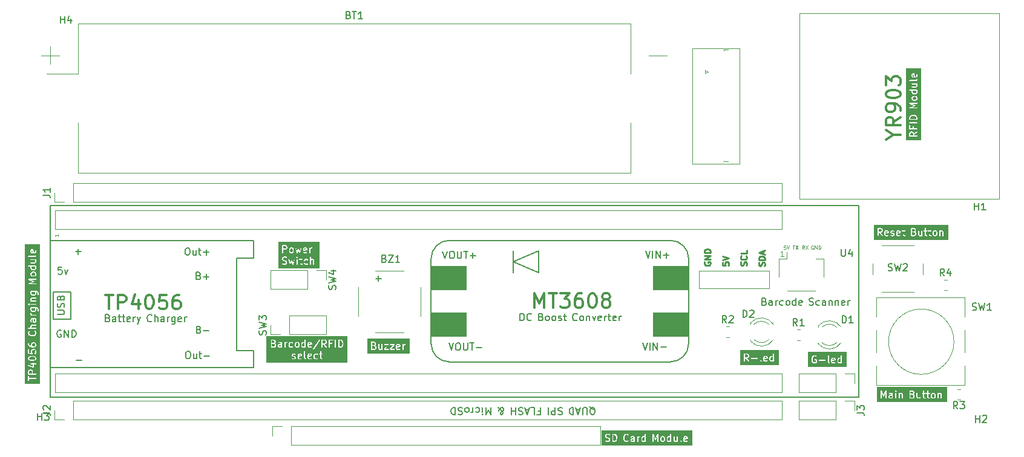
<source format=gbr>
%TF.GenerationSoftware,KiCad,Pcbnew,(7.99.0-200-gad838e3d73)*%
%TF.CreationDate,2024-03-11T18:46:40+07:00*%
%TF.ProjectId,WMS,574d532e-6b69-4636-9164-5f7063625858,rev?*%
%TF.SameCoordinates,Original*%
%TF.FileFunction,Legend,Top*%
%TF.FilePolarity,Positive*%
%FSLAX46Y46*%
G04 Gerber Fmt 4.6, Leading zero omitted, Abs format (unit mm)*
G04 Created by KiCad (PCBNEW (7.99.0-200-gad838e3d73)) date 2024-03-11 18:46:40*
%MOMM*%
%LPD*%
G01*
G04 APERTURE LIST*
%ADD10C,0.150000*%
%ADD11C,0.300000*%
%ADD12C,0.212500*%
%ADD13C,0.100000*%
%ADD14C,0.200000*%
%ADD15C,0.120000*%
%ADD16R,5.000000X3.500000*%
G04 APERTURE END LIST*
D10*
G36*
X70591326Y-102906430D02*
G01*
X70621731Y-102936835D01*
X70655990Y-103005351D01*
X70655990Y-103293599D01*
X70282180Y-103293599D01*
X70282180Y-103005353D01*
X70316439Y-102936835D01*
X70346845Y-102906429D01*
X70415361Y-102872171D01*
X70522808Y-102872171D01*
X70591326Y-102906430D01*
G37*
G36*
X70990526Y-101010792D02*
G01*
X71067516Y-101049287D01*
X71097921Y-101079692D01*
X71132180Y-101148208D01*
X71132180Y-101208036D01*
X71097921Y-101276553D01*
X71067514Y-101306960D01*
X70990528Y-101345453D01*
X70816994Y-101388837D01*
X70597367Y-101388837D01*
X70423834Y-101345453D01*
X70346845Y-101306959D01*
X70316439Y-101276553D01*
X70282180Y-101208036D01*
X70282180Y-101148210D01*
X70316439Y-101079692D01*
X70346845Y-101049286D01*
X70423831Y-101010792D01*
X70597367Y-100967409D01*
X70816993Y-100967409D01*
X70990526Y-101010792D01*
G37*
G36*
X71067516Y-99096906D02*
G01*
X71097921Y-99127311D01*
X71132180Y-99195827D01*
X71132180Y-99350893D01*
X71097921Y-99419410D01*
X71067514Y-99449817D01*
X70998999Y-99484075D01*
X70796315Y-99484075D01*
X70727797Y-99449816D01*
X70697390Y-99419409D01*
X70663133Y-99350894D01*
X70663133Y-99195829D01*
X70697392Y-99127311D01*
X70727797Y-99096905D01*
X70796313Y-99062647D01*
X70998998Y-99062647D01*
X71067516Y-99096906D01*
G37*
G36*
X71132180Y-95738684D02*
G01*
X71132180Y-95941369D01*
X71103658Y-95998411D01*
X71046618Y-96026932D01*
X70986791Y-96026932D01*
X70929748Y-95998410D01*
X70901228Y-95941370D01*
X70901228Y-95725011D01*
X70903158Y-95707136D01*
X70899961Y-95700742D01*
X71113208Y-95700742D01*
X71132180Y-95738684D01*
G37*
G36*
X71132180Y-94214874D02*
G01*
X71132180Y-94369940D01*
X71097921Y-94438457D01*
X71067514Y-94468864D01*
X70998999Y-94503122D01*
X70748696Y-94503122D01*
X70680178Y-94468863D01*
X70649771Y-94438456D01*
X70615514Y-94369941D01*
X70615514Y-94214876D01*
X70634486Y-94176932D01*
X71113208Y-94176932D01*
X71132180Y-94214874D01*
G37*
G36*
X71132180Y-91929160D02*
G01*
X71132180Y-92084226D01*
X71097921Y-92152743D01*
X71067514Y-92183150D01*
X70998999Y-92217408D01*
X70748696Y-92217408D01*
X70680178Y-92183149D01*
X70649771Y-92152742D01*
X70615514Y-92084227D01*
X70615514Y-91929162D01*
X70634486Y-91891218D01*
X71113208Y-91891218D01*
X71132180Y-91929160D01*
G37*
G36*
X71067516Y-89230239D02*
G01*
X71097921Y-89260644D01*
X71132180Y-89329160D01*
X71132180Y-89436607D01*
X71097921Y-89505124D01*
X71067514Y-89535531D01*
X70998999Y-89569789D01*
X70748696Y-89569789D01*
X70680178Y-89535530D01*
X70649771Y-89505123D01*
X70615514Y-89436608D01*
X70615514Y-89329162D01*
X70649773Y-89260644D01*
X70680178Y-89230238D01*
X70748694Y-89195980D01*
X70998998Y-89195980D01*
X71067516Y-89230239D01*
G37*
G36*
X71132180Y-88376779D02*
G01*
X71132180Y-88531845D01*
X71097921Y-88600362D01*
X71067514Y-88630769D01*
X70998999Y-88665027D01*
X70748696Y-88665027D01*
X70680178Y-88630768D01*
X70649771Y-88600361D01*
X70615514Y-88531846D01*
X70615514Y-88376781D01*
X70634486Y-88338837D01*
X71113208Y-88338837D01*
X71132180Y-88376779D01*
G37*
G36*
X70782362Y-86331693D02*
G01*
X70701077Y-86331693D01*
X70644034Y-86303171D01*
X70615514Y-86246131D01*
X70615514Y-86091066D01*
X70644035Y-86034023D01*
X70701075Y-86005503D01*
X70717124Y-86005503D01*
X70782362Y-86331693D01*
G37*
G36*
X71792657Y-104736457D02*
G01*
X69681943Y-104736457D01*
X69681943Y-103998771D01*
X70129810Y-103998771D01*
X70132180Y-104003961D01*
X70132180Y-104284143D01*
X70141423Y-104315621D01*
X70174709Y-104344463D01*
X70218304Y-104350731D01*
X70258368Y-104332435D01*
X70282180Y-104295383D01*
X70282180Y-104062647D01*
X71217962Y-104062647D01*
X71249440Y-104053404D01*
X71278282Y-104020118D01*
X71284550Y-103976523D01*
X71266254Y-103936459D01*
X71229202Y-103912647D01*
X70282180Y-103912647D01*
X70282180Y-103691151D01*
X70272937Y-103659673D01*
X70239651Y-103630831D01*
X70196056Y-103624563D01*
X70155992Y-103642859D01*
X70132180Y-103679911D01*
X70132180Y-103982287D01*
X70129810Y-103998771D01*
X69681943Y-103998771D01*
X69681943Y-102996037D01*
X70129466Y-102996037D01*
X70132180Y-103002581D01*
X70132180Y-103363239D01*
X70129810Y-103379723D01*
X70136729Y-103394875D01*
X70141423Y-103410859D01*
X70145735Y-103414595D01*
X70148106Y-103419787D01*
X70162122Y-103428794D01*
X70174709Y-103439701D01*
X70180355Y-103440512D01*
X70185158Y-103443599D01*
X70201820Y-103443599D01*
X70218304Y-103445969D01*
X70223494Y-103443599D01*
X70725630Y-103443599D01*
X70742114Y-103445969D01*
X70747304Y-103443599D01*
X71217962Y-103443599D01*
X71249440Y-103434356D01*
X71278282Y-103401070D01*
X71284550Y-103357475D01*
X71266254Y-103317411D01*
X71229202Y-103293599D01*
X70805990Y-103293599D01*
X70805990Y-102991678D01*
X70807920Y-102973803D01*
X70801065Y-102960093D01*
X70796747Y-102945387D01*
X70791392Y-102940747D01*
X70754658Y-102867278D01*
X70751976Y-102854948D01*
X70737356Y-102840328D01*
X70723287Y-102825203D01*
X70721868Y-102824840D01*
X70695433Y-102798405D01*
X70688990Y-102787556D01*
X70670489Y-102778305D01*
X70652367Y-102768410D01*
X70650906Y-102768514D01*
X70577665Y-102731894D01*
X70562536Y-102722171D01*
X70547206Y-102722171D01*
X70532123Y-102719457D01*
X70525579Y-102722171D01*
X70401688Y-102722171D01*
X70383813Y-102720241D01*
X70370103Y-102727095D01*
X70355397Y-102731414D01*
X70350757Y-102736768D01*
X70277288Y-102773502D01*
X70264958Y-102776185D01*
X70250338Y-102790804D01*
X70235213Y-102804874D01*
X70234850Y-102806292D01*
X70208417Y-102832725D01*
X70197567Y-102839170D01*
X70188318Y-102857666D01*
X70178420Y-102875794D01*
X70178524Y-102877254D01*
X70141901Y-102950497D01*
X70132180Y-102965625D01*
X70132180Y-102980954D01*
X70129466Y-102996037D01*
X69681943Y-102996037D01*
X69681943Y-102164210D01*
X70082644Y-102164210D01*
X70087331Y-102208003D01*
X70114952Y-102242310D01*
X70835996Y-102482658D01*
X70841376Y-102487320D01*
X70856507Y-102489495D01*
X70860358Y-102490779D01*
X70867138Y-102491024D01*
X70884971Y-102493588D01*
X70888865Y-102491809D01*
X70893144Y-102491964D01*
X70908640Y-102482778D01*
X70925035Y-102475292D01*
X70927350Y-102471689D01*
X70931032Y-102469507D01*
X70939100Y-102453405D01*
X70948847Y-102438240D01*
X70948847Y-102433956D01*
X70950764Y-102430131D01*
X70948847Y-102412223D01*
X70948847Y-102015028D01*
X71217962Y-102015028D01*
X71249440Y-102005785D01*
X71278282Y-101972499D01*
X71284550Y-101928904D01*
X71266254Y-101888840D01*
X71229202Y-101865028D01*
X70948847Y-101865028D01*
X70948847Y-101786389D01*
X70939604Y-101754911D01*
X70906318Y-101726069D01*
X70862723Y-101719801D01*
X70822659Y-101738097D01*
X70798847Y-101775149D01*
X70798847Y-101865028D01*
X70529732Y-101865028D01*
X70498254Y-101874271D01*
X70469412Y-101907557D01*
X70463144Y-101951152D01*
X70481440Y-101991216D01*
X70518492Y-102015028D01*
X70798847Y-102015028D01*
X70798847Y-102312161D01*
X70173049Y-102103562D01*
X70140264Y-102102377D01*
X70102376Y-102124834D01*
X70082644Y-102164210D01*
X69681943Y-102164210D01*
X69681943Y-101138894D01*
X70129466Y-101138894D01*
X70132180Y-101145438D01*
X70132180Y-101221708D01*
X70130250Y-101239587D01*
X70137105Y-101253297D01*
X70141423Y-101268002D01*
X70146777Y-101272641D01*
X70183512Y-101346110D01*
X70186195Y-101358441D01*
X70200819Y-101373065D01*
X70214885Y-101388186D01*
X70216302Y-101388548D01*
X70242737Y-101414983D01*
X70249181Y-101425833D01*
X70267690Y-101435087D01*
X70285804Y-101444978D01*
X70287262Y-101444873D01*
X70352167Y-101477326D01*
X70358102Y-101483638D01*
X70371479Y-101486982D01*
X70373759Y-101488122D01*
X70381891Y-101489585D01*
X70557969Y-101533604D01*
X70566111Y-101538837D01*
X70578899Y-101538837D01*
X70580403Y-101539213D01*
X70589649Y-101538837D01*
X70813885Y-101538837D01*
X70823054Y-101541939D01*
X70835462Y-101538837D01*
X70837010Y-101538837D01*
X70845879Y-101536232D01*
X71021934Y-101492218D01*
X71030548Y-101493149D01*
X71042881Y-101486982D01*
X71045354Y-101486364D01*
X71052481Y-101482181D01*
X71137071Y-101439886D01*
X71149403Y-101437204D01*
X71164030Y-101422576D01*
X71179148Y-101408515D01*
X71179510Y-101407096D01*
X71205945Y-101380661D01*
X71216795Y-101374218D01*
X71226049Y-101355708D01*
X71235940Y-101337595D01*
X71235835Y-101336136D01*
X71272458Y-101262890D01*
X71282180Y-101247764D01*
X71282180Y-101232434D01*
X71284894Y-101217351D01*
X71282180Y-101210807D01*
X71282180Y-101134535D01*
X71284110Y-101116660D01*
X71277255Y-101102950D01*
X71272937Y-101088244D01*
X71267582Y-101083604D01*
X71230848Y-101010135D01*
X71228166Y-100997805D01*
X71213546Y-100983185D01*
X71199477Y-100968060D01*
X71198058Y-100967697D01*
X71171623Y-100941262D01*
X71165180Y-100930413D01*
X71146679Y-100921162D01*
X71128557Y-100911267D01*
X71127096Y-100911371D01*
X71062192Y-100878919D01*
X71056258Y-100872608D01*
X71042880Y-100869263D01*
X71040601Y-100868124D01*
X71032468Y-100866660D01*
X70856391Y-100822641D01*
X70848250Y-100817409D01*
X70835462Y-100817409D01*
X70833958Y-100817033D01*
X70824712Y-100817409D01*
X70600476Y-100817409D01*
X70591307Y-100814307D01*
X70578899Y-100817409D01*
X70577351Y-100817409D01*
X70568481Y-100820013D01*
X70392424Y-100864027D01*
X70383813Y-100863098D01*
X70371482Y-100869263D01*
X70369007Y-100869882D01*
X70361868Y-100874069D01*
X70277288Y-100916359D01*
X70264958Y-100919042D01*
X70250338Y-100933661D01*
X70235213Y-100947731D01*
X70234850Y-100949149D01*
X70208417Y-100975582D01*
X70197567Y-100982027D01*
X70188318Y-101000523D01*
X70178420Y-101018651D01*
X70178524Y-101020111D01*
X70141901Y-101093354D01*
X70132180Y-101108482D01*
X70132180Y-101123811D01*
X70129466Y-101138894D01*
X69681943Y-101138894D01*
X69681943Y-100467207D01*
X70129087Y-100467207D01*
X70135673Y-100486518D01*
X70141423Y-100506097D01*
X70142742Y-100507240D01*
X70143306Y-100508893D01*
X70159297Y-100521584D01*
X70174709Y-100534939D01*
X70176435Y-100535187D01*
X70177805Y-100536274D01*
X70198131Y-100538306D01*
X70218304Y-100541207D01*
X70219890Y-100540482D01*
X70660778Y-100584571D01*
X70666756Y-100587835D01*
X70682299Y-100586723D01*
X70686637Y-100587157D01*
X70693017Y-100585956D01*
X70710687Y-100584693D01*
X70714362Y-100581941D01*
X70718878Y-100581092D01*
X70731762Y-100568916D01*
X70745945Y-100558299D01*
X70747549Y-100553996D01*
X70750889Y-100550841D01*
X70755144Y-100533636D01*
X70761338Y-100517032D01*
X70760361Y-100512543D01*
X70761464Y-100508086D01*
X70755744Y-100491316D01*
X70751976Y-100473995D01*
X70748727Y-100470746D01*
X70747245Y-100466400D01*
X70733363Y-100455382D01*
X70697390Y-100419409D01*
X70663133Y-100350894D01*
X70663133Y-100148210D01*
X70697392Y-100079692D01*
X70727797Y-100049286D01*
X70796313Y-100015028D01*
X70998998Y-100015028D01*
X71067516Y-100049287D01*
X71097921Y-100079692D01*
X71132180Y-100148208D01*
X71132180Y-100350893D01*
X71097921Y-100419410D01*
X71051285Y-100466047D01*
X71035562Y-100494841D01*
X71038705Y-100538772D01*
X71065099Y-100574031D01*
X71106366Y-100589423D01*
X71149403Y-100580061D01*
X71205945Y-100523518D01*
X71216795Y-100517075D01*
X71226049Y-100498565D01*
X71235940Y-100480452D01*
X71235835Y-100478993D01*
X71272458Y-100405747D01*
X71282180Y-100390621D01*
X71282180Y-100375291D01*
X71284894Y-100360208D01*
X71282180Y-100353664D01*
X71282180Y-100134535D01*
X71284110Y-100116660D01*
X71277255Y-100102950D01*
X71272937Y-100088244D01*
X71267582Y-100083604D01*
X71230848Y-100010135D01*
X71228166Y-99997805D01*
X71213546Y-99983185D01*
X71199477Y-99968060D01*
X71198058Y-99967697D01*
X71171623Y-99941262D01*
X71165180Y-99930413D01*
X71146679Y-99921162D01*
X71128557Y-99911267D01*
X71127096Y-99911371D01*
X71053855Y-99874751D01*
X71038726Y-99865028D01*
X71023396Y-99865028D01*
X71008313Y-99862314D01*
X71001769Y-99865028D01*
X70782640Y-99865028D01*
X70764765Y-99863098D01*
X70751055Y-99869952D01*
X70736349Y-99874271D01*
X70731709Y-99879625D01*
X70658240Y-99916359D01*
X70645910Y-99919042D01*
X70631290Y-99933661D01*
X70616165Y-99947731D01*
X70615802Y-99949149D01*
X70589367Y-99975584D01*
X70578518Y-99982028D01*
X70569267Y-100000528D01*
X70559372Y-100018651D01*
X70559476Y-100020111D01*
X70522856Y-100093352D01*
X70513133Y-100108482D01*
X70513133Y-100123812D01*
X70510419Y-100138895D01*
X70513133Y-100145439D01*
X70513133Y-100364559D01*
X70511202Y-100382443D01*
X70518058Y-100396156D01*
X70522376Y-100410859D01*
X70527729Y-100415497D01*
X70530371Y-100420781D01*
X70282180Y-100395963D01*
X70282180Y-99976865D01*
X70272937Y-99945387D01*
X70239651Y-99916545D01*
X70196056Y-99910277D01*
X70155992Y-99928573D01*
X70132180Y-99965625D01*
X70132180Y-100454702D01*
X70129087Y-100467207D01*
X69681943Y-100467207D01*
X69681943Y-99287206D01*
X70130250Y-99287206D01*
X70137105Y-99300916D01*
X70141423Y-99315621D01*
X70146777Y-99320260D01*
X70183512Y-99393729D01*
X70186195Y-99406060D01*
X70200819Y-99420684D01*
X70214885Y-99435805D01*
X70216302Y-99436167D01*
X70239356Y-99459221D01*
X70242493Y-99466406D01*
X70254637Y-99474502D01*
X70257010Y-99476875D01*
X70263565Y-99480454D01*
X70396522Y-99569092D01*
X70405721Y-99578876D01*
X70425007Y-99583697D01*
X70443963Y-99589611D01*
X70446198Y-99588995D01*
X70605588Y-99628842D01*
X70613730Y-99634075D01*
X70626518Y-99634075D01*
X70628022Y-99634451D01*
X70637268Y-99634075D01*
X70771917Y-99634075D01*
X70787000Y-99636789D01*
X70793544Y-99634075D01*
X71012664Y-99634075D01*
X71030548Y-99636006D01*
X71044261Y-99629149D01*
X71058964Y-99624832D01*
X71063602Y-99619478D01*
X71137071Y-99582743D01*
X71149403Y-99580061D01*
X71164030Y-99565433D01*
X71179148Y-99551372D01*
X71179510Y-99549953D01*
X71205945Y-99523518D01*
X71216795Y-99517075D01*
X71226049Y-99498565D01*
X71235940Y-99480452D01*
X71235835Y-99478993D01*
X71272458Y-99405747D01*
X71282180Y-99390621D01*
X71282180Y-99375291D01*
X71284894Y-99360208D01*
X71282180Y-99353664D01*
X71282180Y-99182154D01*
X71284110Y-99164279D01*
X71277255Y-99150569D01*
X71272937Y-99135863D01*
X71267582Y-99131223D01*
X71230848Y-99057754D01*
X71228166Y-99045424D01*
X71213546Y-99030804D01*
X71199477Y-99015679D01*
X71198058Y-99015316D01*
X71171623Y-98988881D01*
X71165180Y-98978032D01*
X71146679Y-98968781D01*
X71128557Y-98958886D01*
X71127096Y-98958990D01*
X71053855Y-98922370D01*
X71038726Y-98912647D01*
X71023396Y-98912647D01*
X71008313Y-98909933D01*
X71001769Y-98912647D01*
X70782640Y-98912647D01*
X70764765Y-98910717D01*
X70751055Y-98917571D01*
X70736349Y-98921890D01*
X70731709Y-98927244D01*
X70658240Y-98963978D01*
X70645910Y-98966661D01*
X70631290Y-98981280D01*
X70616165Y-98995350D01*
X70615802Y-98996768D01*
X70589367Y-99023203D01*
X70578518Y-99029647D01*
X70569267Y-99048147D01*
X70559372Y-99066270D01*
X70559476Y-99067730D01*
X70522856Y-99140971D01*
X70513133Y-99156101D01*
X70513133Y-99171431D01*
X70510419Y-99186514D01*
X70513133Y-99193058D01*
X70513133Y-99364559D01*
X70511202Y-99382443D01*
X70518058Y-99396156D01*
X70522376Y-99410859D01*
X70527729Y-99415497D01*
X70550166Y-99460370D01*
X70476068Y-99441845D01*
X70350200Y-99357933D01*
X70316439Y-99324172D01*
X70282180Y-99255655D01*
X70282180Y-99072103D01*
X70272937Y-99040625D01*
X70239651Y-99011783D01*
X70196056Y-99005515D01*
X70155992Y-99023811D01*
X70132180Y-99060863D01*
X70132180Y-99269327D01*
X70130250Y-99287206D01*
X69681943Y-99287206D01*
X69681943Y-97676187D01*
X70129065Y-97676187D01*
X70135603Y-97695800D01*
X70141423Y-97715621D01*
X70142529Y-97716579D01*
X70182371Y-97836100D01*
X70186195Y-97853679D01*
X70197036Y-97864520D01*
X70205782Y-97877104D01*
X70212327Y-97879811D01*
X70290356Y-97957840D01*
X70296800Y-97968690D01*
X70315301Y-97977940D01*
X70333423Y-97987836D01*
X70334883Y-97987731D01*
X70399786Y-98020183D01*
X70405721Y-98026495D01*
X70419098Y-98029839D01*
X70421378Y-98030979D01*
X70429510Y-98032442D01*
X70605588Y-98076461D01*
X70613730Y-98081694D01*
X70626518Y-98081694D01*
X70628022Y-98082070D01*
X70637268Y-98081694D01*
X70766266Y-98081694D01*
X70775435Y-98084796D01*
X70787843Y-98081694D01*
X70789391Y-98081694D01*
X70798260Y-98079089D01*
X70974315Y-98035075D01*
X70982929Y-98036006D01*
X70995262Y-98029839D01*
X70997735Y-98029221D01*
X71004862Y-98025038D01*
X71089452Y-97982743D01*
X71101784Y-97980061D01*
X71116411Y-97965433D01*
X71131529Y-97951372D01*
X71131891Y-97949953D01*
X71209739Y-97872105D01*
X71223748Y-97860827D01*
X71228595Y-97846285D01*
X71235941Y-97832833D01*
X71235435Y-97825765D01*
X71275358Y-97705997D01*
X71282180Y-97695383D01*
X71282180Y-97674704D01*
X71282926Y-97654064D01*
X71282180Y-97652805D01*
X71282180Y-97587525D01*
X71285295Y-97575297D01*
X71278755Y-97555677D01*
X71272937Y-97535863D01*
X71271830Y-97534904D01*
X71231988Y-97415375D01*
X71228166Y-97397805D01*
X71217327Y-97386966D01*
X71208580Y-97374380D01*
X71202032Y-97371671D01*
X71157351Y-97326990D01*
X71128557Y-97311267D01*
X71084626Y-97314410D01*
X71049367Y-97340804D01*
X71033975Y-97382071D01*
X71043337Y-97425108D01*
X71094008Y-97475779D01*
X71132180Y-97590294D01*
X71132180Y-97661191D01*
X71094008Y-97775704D01*
X71019895Y-97849817D01*
X70942909Y-97888310D01*
X70769375Y-97931694D01*
X70644986Y-97931694D01*
X70471453Y-97888310D01*
X70394464Y-97849816D01*
X70320351Y-97775703D01*
X70282180Y-97661191D01*
X70282180Y-97590294D01*
X70320352Y-97475779D01*
X70363076Y-97433056D01*
X70378798Y-97404262D01*
X70375656Y-97360331D01*
X70349262Y-97325073D01*
X70307995Y-97309680D01*
X70264958Y-97319042D01*
X70204624Y-97379375D01*
X70190613Y-97390656D01*
X70185764Y-97405200D01*
X70178420Y-97418651D01*
X70178925Y-97425717D01*
X70139001Y-97545486D01*
X70132180Y-97556101D01*
X70132180Y-97576780D01*
X70131434Y-97597420D01*
X70132180Y-97598679D01*
X70132180Y-97663959D01*
X70129065Y-97676187D01*
X69681943Y-97676187D01*
X69681943Y-96970199D01*
X70129810Y-96970199D01*
X70148106Y-97010263D01*
X70185158Y-97034075D01*
X70616611Y-97034075D01*
X70619137Y-97035454D01*
X70638418Y-97034075D01*
X71217962Y-97034075D01*
X71249440Y-97024832D01*
X71278282Y-96991546D01*
X71284550Y-96947951D01*
X71266254Y-96907887D01*
X71229202Y-96884075D01*
X70666818Y-96884075D01*
X70649771Y-96867028D01*
X70615514Y-96798513D01*
X70615514Y-96691067D01*
X70644035Y-96634024D01*
X70701075Y-96605504D01*
X71217962Y-96605504D01*
X71249440Y-96596261D01*
X71278282Y-96562975D01*
X71284550Y-96519380D01*
X71266254Y-96479316D01*
X71229202Y-96455504D01*
X70687402Y-96455504D01*
X70669527Y-96453574D01*
X70655817Y-96460428D01*
X70641111Y-96464747D01*
X70636471Y-96470101D01*
X70571680Y-96502496D01*
X70568768Y-96502394D01*
X70552167Y-96512253D01*
X70544948Y-96515863D01*
X70542931Y-96517738D01*
X70530899Y-96524885D01*
X70527116Y-96532449D01*
X70520927Y-96538207D01*
X70517461Y-96551760D01*
X70475237Y-96636209D01*
X70465514Y-96651339D01*
X70465514Y-96666669D01*
X70462800Y-96681752D01*
X70465514Y-96688296D01*
X70465514Y-96812178D01*
X70463583Y-96830062D01*
X70470439Y-96843775D01*
X70474757Y-96858478D01*
X70480110Y-96863116D01*
X70490590Y-96884075D01*
X70196398Y-96884075D01*
X70164920Y-96893318D01*
X70136078Y-96926604D01*
X70129810Y-96970199D01*
X69681943Y-96970199D01*
X69681943Y-95776990D01*
X70462800Y-95776990D01*
X70465514Y-95783534D01*
X70465514Y-95955035D01*
X70463583Y-95972919D01*
X70470439Y-95986632D01*
X70474757Y-96001335D01*
X70480110Y-96005973D01*
X70525873Y-96097497D01*
X70548217Y-96121519D01*
X70590888Y-96132430D01*
X70632683Y-96118540D01*
X70660335Y-96084258D01*
X70665063Y-96040469D01*
X70615514Y-95941370D01*
X70615514Y-95786305D01*
X70644035Y-95729262D01*
X70701075Y-95700742D01*
X70732256Y-95700742D01*
X70751228Y-95738684D01*
X70751228Y-95955035D01*
X70749297Y-95972919D01*
X70756153Y-95986632D01*
X70760471Y-96001335D01*
X70765824Y-96005973D01*
X70798220Y-96070764D01*
X70798118Y-96073678D01*
X70807979Y-96090282D01*
X70811587Y-96097497D01*
X70813461Y-96099511D01*
X70820609Y-96111547D01*
X70828173Y-96115329D01*
X70833931Y-96121519D01*
X70847484Y-96124984D01*
X70931936Y-96167210D01*
X70947063Y-96176932D01*
X70962393Y-96176932D01*
X70977476Y-96179646D01*
X70984020Y-96176932D01*
X71060283Y-96176932D01*
X71078167Y-96178863D01*
X71091880Y-96172006D01*
X71106583Y-96167689D01*
X71111221Y-96162335D01*
X71176012Y-96129939D01*
X71178926Y-96130042D01*
X71195530Y-96120180D01*
X71202745Y-96116573D01*
X71204759Y-96114698D01*
X71216795Y-96107551D01*
X71220577Y-96099986D01*
X71226767Y-96094229D01*
X71230232Y-96080675D01*
X71272458Y-95996223D01*
X71282180Y-95981097D01*
X71282180Y-95965767D01*
X71284894Y-95950684D01*
X71282180Y-95944140D01*
X71282180Y-95725011D01*
X71284110Y-95707136D01*
X71277255Y-95693426D01*
X71272937Y-95678720D01*
X71267582Y-95674080D01*
X71266466Y-95671848D01*
X71278282Y-95658213D01*
X71284550Y-95614618D01*
X71266254Y-95574554D01*
X71229202Y-95550742D01*
X71168996Y-95550742D01*
X71156806Y-95547625D01*
X71147427Y-95550742D01*
X70788044Y-95550742D01*
X70775854Y-95547625D01*
X70766475Y-95550742D01*
X70687402Y-95550742D01*
X70669527Y-95548812D01*
X70655817Y-95555666D01*
X70641111Y-95559985D01*
X70636471Y-95565339D01*
X70571680Y-95597734D01*
X70568768Y-95597632D01*
X70552167Y-95607491D01*
X70544948Y-95611101D01*
X70542931Y-95612976D01*
X70530899Y-95620123D01*
X70527116Y-95627687D01*
X70520927Y-95633445D01*
X70517461Y-95646998D01*
X70475237Y-95731447D01*
X70465514Y-95746577D01*
X70465514Y-95761907D01*
X70462800Y-95776990D01*
X69681943Y-95776990D01*
X69681943Y-95160675D01*
X70463144Y-95160675D01*
X70481440Y-95200739D01*
X70518492Y-95224551D01*
X70724298Y-95224551D01*
X70739381Y-95227265D01*
X70745925Y-95224551D01*
X71217962Y-95224551D01*
X71249440Y-95215308D01*
X71278282Y-95182022D01*
X71284550Y-95138427D01*
X71266254Y-95098363D01*
X71229202Y-95074551D01*
X70748696Y-95074551D01*
X70680178Y-95040292D01*
X70649771Y-95009885D01*
X70615514Y-94941370D01*
X70615514Y-94853055D01*
X70606271Y-94821577D01*
X70572985Y-94792735D01*
X70529390Y-94786467D01*
X70489326Y-94804763D01*
X70465514Y-94841815D01*
X70465514Y-94955035D01*
X70463583Y-94972919D01*
X70470439Y-94986632D01*
X70474757Y-95001335D01*
X70480110Y-95005973D01*
X70516362Y-95078476D01*
X70498254Y-95083794D01*
X70469412Y-95117080D01*
X70463144Y-95160675D01*
X69681943Y-95160675D01*
X69681943Y-94205561D01*
X70462800Y-94205561D01*
X70465514Y-94212105D01*
X70465514Y-94383606D01*
X70463583Y-94401490D01*
X70470439Y-94415203D01*
X70474757Y-94429906D01*
X70480110Y-94434544D01*
X70516845Y-94508013D01*
X70519528Y-94520345D01*
X70534155Y-94534972D01*
X70548217Y-94550090D01*
X70549635Y-94550452D01*
X70576070Y-94576887D01*
X70582514Y-94587737D01*
X70601023Y-94596991D01*
X70619137Y-94606882D01*
X70620595Y-94606777D01*
X70693841Y-94643400D01*
X70708968Y-94653122D01*
X70724298Y-94653122D01*
X70739381Y-94655836D01*
X70745925Y-94653122D01*
X71012664Y-94653122D01*
X71030548Y-94655053D01*
X71044261Y-94648196D01*
X71058964Y-94643879D01*
X71063602Y-94638525D01*
X71137071Y-94601790D01*
X71149403Y-94599108D01*
X71164030Y-94584480D01*
X71179148Y-94570419D01*
X71179510Y-94569000D01*
X71205945Y-94542565D01*
X71216795Y-94536122D01*
X71226049Y-94517612D01*
X71235940Y-94499499D01*
X71235835Y-94498040D01*
X71272458Y-94424794D01*
X71282180Y-94409668D01*
X71282180Y-94394338D01*
X71284894Y-94379255D01*
X71282180Y-94372711D01*
X71282180Y-94201201D01*
X71284110Y-94183326D01*
X71280913Y-94176932D01*
X71332332Y-94176932D01*
X71400850Y-94211191D01*
X71431255Y-94241596D01*
X71465514Y-94310112D01*
X71465514Y-94417559D01*
X71420991Y-94506606D01*
X71415181Y-94538894D01*
X71432054Y-94579577D01*
X71468244Y-94604680D01*
X71512260Y-94606232D01*
X71550129Y-94583741D01*
X71605792Y-94472413D01*
X71615514Y-94457287D01*
X71615514Y-94441957D01*
X71618228Y-94426874D01*
X71615514Y-94420330D01*
X71615514Y-94296439D01*
X71617444Y-94278564D01*
X71610589Y-94264854D01*
X71606271Y-94250148D01*
X71600916Y-94245508D01*
X71564182Y-94172039D01*
X71561500Y-94159709D01*
X71546880Y-94145089D01*
X71532811Y-94129964D01*
X71531392Y-94129601D01*
X71504957Y-94103166D01*
X71498514Y-94092317D01*
X71480013Y-94083066D01*
X71461891Y-94073171D01*
X71460430Y-94073275D01*
X71387189Y-94036655D01*
X71372060Y-94026932D01*
X71356730Y-94026932D01*
X71341647Y-94024218D01*
X71335103Y-94026932D01*
X71168996Y-94026932D01*
X71156806Y-94023815D01*
X71147427Y-94026932D01*
X70589430Y-94026932D01*
X70568768Y-94026203D01*
X70567541Y-94026932D01*
X70529732Y-94026932D01*
X70498254Y-94036175D01*
X70469412Y-94069461D01*
X70463144Y-94113056D01*
X70480125Y-94150241D01*
X70475237Y-94160018D01*
X70465514Y-94175148D01*
X70465514Y-94190478D01*
X70462800Y-94205561D01*
X69681943Y-94205561D01*
X69681943Y-93620166D01*
X70129213Y-93620166D01*
X70131017Y-93628463D01*
X70129810Y-93636865D01*
X70133337Y-93644589D01*
X70133943Y-93653056D01*
X70137360Y-93657622D01*
X70138575Y-93663203D01*
X70144579Y-93669207D01*
X70148106Y-93676929D01*
X70155249Y-93681519D01*
X70160336Y-93688315D01*
X70165682Y-93690309D01*
X70197975Y-93722600D01*
X70207957Y-93735935D01*
X70223567Y-93741757D01*
X70238186Y-93749740D01*
X70243877Y-93749332D01*
X70249224Y-93751327D01*
X70265503Y-93747785D01*
X70282117Y-93746597D01*
X70286683Y-93743178D01*
X70292261Y-93741965D01*
X70304044Y-93730181D01*
X70317375Y-93720202D01*
X70319368Y-93714857D01*
X70341916Y-93692309D01*
X70344679Y-93691498D01*
X70353821Y-93680947D01*
X70364993Y-93672584D01*
X70367959Y-93664629D01*
X70373521Y-93658212D01*
X70374729Y-93649807D01*
X70378798Y-93642356D01*
X70378404Y-93636865D01*
X70463144Y-93636865D01*
X70481440Y-93676929D01*
X70518492Y-93700741D01*
X71217962Y-93700741D01*
X71249440Y-93691498D01*
X71278282Y-93658212D01*
X71284550Y-93614617D01*
X71266254Y-93574553D01*
X71229202Y-93550741D01*
X70529732Y-93550741D01*
X70498254Y-93559984D01*
X70469412Y-93593270D01*
X70463144Y-93636865D01*
X70378404Y-93636865D01*
X70378390Y-93636665D01*
X70380386Y-93631317D01*
X70378580Y-93623019D01*
X70379789Y-93614617D01*
X70376261Y-93606892D01*
X70375656Y-93598425D01*
X70372237Y-93593858D01*
X70371024Y-93588280D01*
X70365019Y-93582275D01*
X70361493Y-93574553D01*
X70354348Y-93569961D01*
X70349262Y-93563167D01*
X70343917Y-93561173D01*
X70311622Y-93528878D01*
X70301644Y-93515548D01*
X70286037Y-93509726D01*
X70271415Y-93501742D01*
X70265723Y-93502149D01*
X70260377Y-93500155D01*
X70244097Y-93503696D01*
X70227484Y-93504885D01*
X70222916Y-93508303D01*
X70217340Y-93509517D01*
X70205558Y-93521297D01*
X70192225Y-93531279D01*
X70190231Y-93536624D01*
X70167681Y-93559173D01*
X70164920Y-93559984D01*
X70155777Y-93570534D01*
X70144605Y-93578899D01*
X70141638Y-93586852D01*
X70136078Y-93593270D01*
X70134869Y-93601673D01*
X70130801Y-93609125D01*
X70131208Y-93614817D01*
X70129213Y-93620166D01*
X69681943Y-93620166D01*
X69681943Y-92872228D01*
X70462800Y-92872228D01*
X70465514Y-92878772D01*
X70465514Y-93002654D01*
X70463583Y-93020538D01*
X70470439Y-93034251D01*
X70474757Y-93048954D01*
X70480110Y-93053592D01*
X70496324Y-93086020D01*
X70469412Y-93117080D01*
X70463144Y-93160675D01*
X70481440Y-93200739D01*
X70518492Y-93224551D01*
X70616611Y-93224551D01*
X70619137Y-93225930D01*
X70638418Y-93224551D01*
X71217962Y-93224551D01*
X71249440Y-93215308D01*
X71278282Y-93182022D01*
X71284550Y-93138427D01*
X71266254Y-93098363D01*
X71229202Y-93074551D01*
X70666818Y-93074551D01*
X70649771Y-93057504D01*
X70615514Y-92988989D01*
X70615514Y-92881543D01*
X70644035Y-92824500D01*
X70701075Y-92795980D01*
X71217962Y-92795980D01*
X71249440Y-92786737D01*
X71278282Y-92753451D01*
X71284550Y-92709856D01*
X71266254Y-92669792D01*
X71229202Y-92645980D01*
X70687402Y-92645980D01*
X70669527Y-92644050D01*
X70655817Y-92650904D01*
X70641111Y-92655223D01*
X70636471Y-92660577D01*
X70571680Y-92692972D01*
X70568768Y-92692870D01*
X70552167Y-92702729D01*
X70544948Y-92706339D01*
X70542931Y-92708214D01*
X70530899Y-92715361D01*
X70527116Y-92722925D01*
X70520927Y-92728683D01*
X70517461Y-92742236D01*
X70475237Y-92826685D01*
X70465514Y-92841815D01*
X70465514Y-92857145D01*
X70462800Y-92872228D01*
X69681943Y-92872228D01*
X69681943Y-91919847D01*
X70462800Y-91919847D01*
X70465514Y-91926391D01*
X70465514Y-92097892D01*
X70463583Y-92115776D01*
X70470439Y-92129489D01*
X70474757Y-92144192D01*
X70480110Y-92148830D01*
X70516845Y-92222299D01*
X70519528Y-92234631D01*
X70534155Y-92249258D01*
X70548217Y-92264376D01*
X70549635Y-92264738D01*
X70576070Y-92291173D01*
X70582514Y-92302023D01*
X70601023Y-92311277D01*
X70619137Y-92321168D01*
X70620595Y-92321063D01*
X70693841Y-92357686D01*
X70708968Y-92367408D01*
X70724298Y-92367408D01*
X70739381Y-92370122D01*
X70745925Y-92367408D01*
X71012664Y-92367408D01*
X71030548Y-92369339D01*
X71044261Y-92362482D01*
X71058964Y-92358165D01*
X71063602Y-92352811D01*
X71137071Y-92316076D01*
X71149403Y-92313394D01*
X71164030Y-92298766D01*
X71179148Y-92284705D01*
X71179510Y-92283286D01*
X71205945Y-92256851D01*
X71216795Y-92250408D01*
X71226049Y-92231898D01*
X71235940Y-92213785D01*
X71235835Y-92212326D01*
X71272458Y-92139080D01*
X71282180Y-92123954D01*
X71282180Y-92108624D01*
X71284894Y-92093541D01*
X71282180Y-92086997D01*
X71282180Y-91915487D01*
X71284110Y-91897612D01*
X71280913Y-91891218D01*
X71332332Y-91891218D01*
X71400850Y-91925477D01*
X71431255Y-91955882D01*
X71465514Y-92024398D01*
X71465514Y-92131845D01*
X71420991Y-92220892D01*
X71415181Y-92253180D01*
X71432054Y-92293863D01*
X71468244Y-92318966D01*
X71512260Y-92320518D01*
X71550129Y-92298027D01*
X71605792Y-92186699D01*
X71615514Y-92171573D01*
X71615514Y-92156243D01*
X71618228Y-92141160D01*
X71615514Y-92134616D01*
X71615514Y-92010725D01*
X71617444Y-91992850D01*
X71610589Y-91979140D01*
X71606271Y-91964434D01*
X71600916Y-91959794D01*
X71564182Y-91886325D01*
X71561500Y-91873995D01*
X71546880Y-91859375D01*
X71532811Y-91844250D01*
X71531392Y-91843887D01*
X71504957Y-91817452D01*
X71498514Y-91806603D01*
X71480013Y-91797352D01*
X71461891Y-91787457D01*
X71460430Y-91787561D01*
X71387189Y-91750941D01*
X71372060Y-91741218D01*
X71356730Y-91741218D01*
X71341647Y-91738504D01*
X71335103Y-91741218D01*
X71168996Y-91741218D01*
X71156806Y-91738101D01*
X71147427Y-91741218D01*
X70589430Y-91741218D01*
X70568768Y-91740489D01*
X70567541Y-91741218D01*
X70529732Y-91741218D01*
X70498254Y-91750461D01*
X70469412Y-91783747D01*
X70463144Y-91827342D01*
X70480125Y-91864527D01*
X70475237Y-91874304D01*
X70465514Y-91889434D01*
X70465514Y-91904764D01*
X70462800Y-91919847D01*
X69681943Y-91919847D01*
X69681943Y-90740670D01*
X70129017Y-90740670D01*
X70130576Y-90745822D01*
X70129810Y-90751151D01*
X70136859Y-90766587D01*
X70141773Y-90782826D01*
X70145869Y-90786316D01*
X70148106Y-90791215D01*
X70162383Y-90800390D01*
X70175295Y-90811394D01*
X70180628Y-90812116D01*
X70185158Y-90815027D01*
X70202124Y-90815027D01*
X70218940Y-90817304D01*
X70223819Y-90815027D01*
X71217962Y-90815027D01*
X71249440Y-90805784D01*
X71278282Y-90772498D01*
X71284550Y-90728903D01*
X71266254Y-90688839D01*
X71229202Y-90665027D01*
X70545248Y-90665027D01*
X70952633Y-90474913D01*
X70972166Y-90466187D01*
X70978664Y-90456256D01*
X70987569Y-90448411D01*
X70990473Y-90438208D01*
X70996282Y-90429332D01*
X70996379Y-90417463D01*
X70999629Y-90406051D01*
X70996557Y-90395899D01*
X70996645Y-90385290D01*
X70990310Y-90375252D01*
X70986874Y-90363895D01*
X70978801Y-90357015D01*
X70973139Y-90348043D01*
X70962383Y-90343023D01*
X70953352Y-90335327D01*
X70942840Y-90333903D01*
X70545248Y-90148361D01*
X71217962Y-90148361D01*
X71249440Y-90139118D01*
X71278282Y-90105832D01*
X71284550Y-90062237D01*
X71266254Y-90022173D01*
X71229202Y-89998361D01*
X70212850Y-89998361D01*
X70196692Y-89995902D01*
X70181199Y-90002823D01*
X70164920Y-90007604D01*
X70161395Y-90011672D01*
X70156480Y-90013868D01*
X70147188Y-90028067D01*
X70136078Y-90040890D01*
X70135311Y-90046217D01*
X70132364Y-90050723D01*
X70132224Y-90067694D01*
X70129810Y-90084485D01*
X70132045Y-90089379D01*
X70132001Y-90094765D01*
X70141058Y-90109116D01*
X70148106Y-90124549D01*
X70152634Y-90127459D01*
X70155508Y-90132012D01*
X70170883Y-90139187D01*
X70185158Y-90148361D01*
X70190542Y-90148361D01*
X70744112Y-90406693D01*
X70180603Y-90669664D01*
X70164920Y-90674270D01*
X70153809Y-90687092D01*
X70141077Y-90698310D01*
X70139602Y-90703488D01*
X70136078Y-90707556D01*
X70133663Y-90724349D01*
X70129017Y-90740670D01*
X69681943Y-90740670D01*
X69681943Y-89319847D01*
X70462800Y-89319847D01*
X70465514Y-89326391D01*
X70465514Y-89450273D01*
X70463583Y-89468157D01*
X70470439Y-89481870D01*
X70474757Y-89496573D01*
X70480110Y-89501211D01*
X70516845Y-89574680D01*
X70519528Y-89587012D01*
X70534155Y-89601639D01*
X70548217Y-89616757D01*
X70549635Y-89617119D01*
X70576070Y-89643554D01*
X70582514Y-89654404D01*
X70601023Y-89663658D01*
X70619137Y-89673549D01*
X70620595Y-89673444D01*
X70693841Y-89710067D01*
X70708968Y-89719789D01*
X70724298Y-89719789D01*
X70739381Y-89722503D01*
X70745925Y-89719789D01*
X71012664Y-89719789D01*
X71030548Y-89721720D01*
X71044261Y-89714863D01*
X71058964Y-89710546D01*
X71063602Y-89705192D01*
X71137071Y-89668457D01*
X71149403Y-89665775D01*
X71164030Y-89651147D01*
X71179148Y-89637086D01*
X71179510Y-89635667D01*
X71205945Y-89609232D01*
X71216795Y-89602789D01*
X71226049Y-89584279D01*
X71235940Y-89566166D01*
X71235835Y-89564707D01*
X71272458Y-89491461D01*
X71282180Y-89476335D01*
X71282180Y-89461005D01*
X71284894Y-89445922D01*
X71282180Y-89439378D01*
X71282180Y-89315487D01*
X71284110Y-89297612D01*
X71277255Y-89283902D01*
X71272937Y-89269196D01*
X71267582Y-89264556D01*
X71230848Y-89191087D01*
X71228166Y-89178757D01*
X71213546Y-89164137D01*
X71199477Y-89149012D01*
X71198058Y-89148649D01*
X71171623Y-89122214D01*
X71165180Y-89111365D01*
X71146679Y-89102114D01*
X71128557Y-89092219D01*
X71127096Y-89092323D01*
X71053855Y-89055703D01*
X71038726Y-89045980D01*
X71023396Y-89045980D01*
X71008313Y-89043266D01*
X71001769Y-89045980D01*
X70735021Y-89045980D01*
X70717146Y-89044050D01*
X70703436Y-89050904D01*
X70688730Y-89055223D01*
X70684090Y-89060577D01*
X70610621Y-89097311D01*
X70598291Y-89099994D01*
X70583671Y-89114613D01*
X70568546Y-89128683D01*
X70568183Y-89130101D01*
X70541748Y-89156536D01*
X70530899Y-89162980D01*
X70521648Y-89181480D01*
X70511753Y-89199603D01*
X70511857Y-89201063D01*
X70475237Y-89274304D01*
X70465514Y-89289434D01*
X70465514Y-89304764D01*
X70462800Y-89319847D01*
X69681943Y-89319847D01*
X69681943Y-88274961D01*
X70129810Y-88274961D01*
X70148106Y-88315025D01*
X70185158Y-88338837D01*
X70465514Y-88338837D01*
X70465514Y-88352383D01*
X70462800Y-88367466D01*
X70465514Y-88374010D01*
X70465514Y-88545511D01*
X70463583Y-88563395D01*
X70470439Y-88577108D01*
X70474757Y-88591811D01*
X70480110Y-88596449D01*
X70516845Y-88669918D01*
X70519528Y-88682250D01*
X70534155Y-88696877D01*
X70548217Y-88711995D01*
X70549635Y-88712357D01*
X70576070Y-88738792D01*
X70582514Y-88749642D01*
X70601023Y-88758896D01*
X70619137Y-88768787D01*
X70620595Y-88768682D01*
X70693841Y-88805305D01*
X70708968Y-88815027D01*
X70724298Y-88815027D01*
X70739381Y-88817741D01*
X70745925Y-88815027D01*
X71012664Y-88815027D01*
X71030548Y-88816958D01*
X71044261Y-88810101D01*
X71058964Y-88805784D01*
X71063602Y-88800430D01*
X71137071Y-88763695D01*
X71149403Y-88761013D01*
X71164030Y-88746385D01*
X71179148Y-88732324D01*
X71179510Y-88730905D01*
X71205945Y-88704470D01*
X71216795Y-88698027D01*
X71226049Y-88679517D01*
X71235940Y-88661404D01*
X71235835Y-88659945D01*
X71272458Y-88586699D01*
X71282180Y-88571573D01*
X71282180Y-88556243D01*
X71284894Y-88541160D01*
X71282180Y-88534616D01*
X71282180Y-88363106D01*
X71284110Y-88345231D01*
X71277255Y-88331521D01*
X71272937Y-88316815D01*
X71267582Y-88312175D01*
X71266466Y-88309943D01*
X71278282Y-88296308D01*
X71284550Y-88252713D01*
X71266254Y-88212649D01*
X71229202Y-88188837D01*
X71168996Y-88188837D01*
X71156806Y-88185720D01*
X71147427Y-88188837D01*
X70589430Y-88188837D01*
X70568768Y-88188108D01*
X70567541Y-88188837D01*
X70196398Y-88188837D01*
X70164920Y-88198080D01*
X70136078Y-88231366D01*
X70129810Y-88274961D01*
X69681943Y-88274961D01*
X69681943Y-87798770D01*
X70463144Y-87798770D01*
X70481440Y-87838834D01*
X70518492Y-87862646D01*
X71060283Y-87862646D01*
X71078167Y-87864577D01*
X71091880Y-87857720D01*
X71106583Y-87853403D01*
X71111221Y-87848049D01*
X71176012Y-87815653D01*
X71178926Y-87815756D01*
X71195530Y-87805894D01*
X71202745Y-87802287D01*
X71204759Y-87800412D01*
X71216795Y-87793265D01*
X71220577Y-87785700D01*
X71226767Y-87779943D01*
X71230232Y-87766389D01*
X71272458Y-87681937D01*
X71282180Y-87666811D01*
X71282180Y-87651481D01*
X71284894Y-87636398D01*
X71282180Y-87629854D01*
X71282180Y-87505963D01*
X71284110Y-87488088D01*
X71277255Y-87474378D01*
X71272937Y-87459672D01*
X71267582Y-87455032D01*
X71251369Y-87422605D01*
X71278282Y-87391546D01*
X71284550Y-87347951D01*
X71266254Y-87307887D01*
X71229202Y-87284075D01*
X71131084Y-87284075D01*
X71128557Y-87282695D01*
X71109268Y-87284075D01*
X70529732Y-87284075D01*
X70498254Y-87293318D01*
X70469412Y-87326604D01*
X70463144Y-87370199D01*
X70481440Y-87410263D01*
X70518492Y-87434075D01*
X71080876Y-87434075D01*
X71097921Y-87451120D01*
X71132180Y-87519636D01*
X71132180Y-87627083D01*
X71103658Y-87684125D01*
X71046618Y-87712646D01*
X70529732Y-87712646D01*
X70498254Y-87721889D01*
X70469412Y-87755175D01*
X70463144Y-87798770D01*
X69681943Y-87798770D01*
X69681943Y-86894008D01*
X70129810Y-86894008D01*
X70148106Y-86934072D01*
X70185158Y-86957884D01*
X71060283Y-86957884D01*
X71078167Y-86959815D01*
X71091880Y-86952958D01*
X71106583Y-86948641D01*
X71111221Y-86943287D01*
X71176012Y-86910891D01*
X71178926Y-86910994D01*
X71195530Y-86901132D01*
X71202745Y-86897525D01*
X71204759Y-86895650D01*
X71216795Y-86888503D01*
X71220577Y-86880938D01*
X71226767Y-86875181D01*
X71230232Y-86861627D01*
X71279084Y-86763925D01*
X71284894Y-86731636D01*
X71268021Y-86690953D01*
X71231831Y-86665851D01*
X71187815Y-86664298D01*
X71149946Y-86686789D01*
X71103658Y-86779363D01*
X71046618Y-86807884D01*
X70196398Y-86807884D01*
X70164920Y-86817127D01*
X70136078Y-86850413D01*
X70129810Y-86894008D01*
X69681943Y-86894008D01*
X69681943Y-86081751D01*
X70462800Y-86081751D01*
X70465514Y-86088295D01*
X70465514Y-86259796D01*
X70463583Y-86277680D01*
X70470439Y-86291393D01*
X70474757Y-86306096D01*
X70480110Y-86310734D01*
X70512506Y-86375525D01*
X70512404Y-86378439D01*
X70522265Y-86395043D01*
X70525873Y-86402258D01*
X70527747Y-86404272D01*
X70534895Y-86416308D01*
X70542459Y-86420090D01*
X70548217Y-86426280D01*
X70561770Y-86429745D01*
X70646222Y-86471971D01*
X70661349Y-86481693D01*
X70676679Y-86481693D01*
X70691762Y-86484407D01*
X70698306Y-86481693D01*
X70854034Y-86481693D01*
X70855951Y-86482782D01*
X70875881Y-86481693D01*
X71060283Y-86481693D01*
X71078167Y-86483624D01*
X71091880Y-86476767D01*
X71106583Y-86472450D01*
X71111221Y-86467096D01*
X71176012Y-86434700D01*
X71178926Y-86434803D01*
X71195530Y-86424941D01*
X71202745Y-86421334D01*
X71204759Y-86419459D01*
X71216795Y-86412312D01*
X71220577Y-86404747D01*
X71226767Y-86398990D01*
X71230232Y-86385436D01*
X71272458Y-86300984D01*
X71282180Y-86285858D01*
X71282180Y-86270528D01*
X71284894Y-86255445D01*
X71282180Y-86248901D01*
X71282180Y-86077391D01*
X71284110Y-86059516D01*
X71277255Y-86045806D01*
X71272937Y-86031100D01*
X71267582Y-86026460D01*
X71221821Y-85934937D01*
X71199477Y-85910916D01*
X71156806Y-85900005D01*
X71115010Y-85913895D01*
X71087358Y-85948177D01*
X71082630Y-85991966D01*
X71132180Y-86091064D01*
X71132180Y-86246130D01*
X71103658Y-86303172D01*
X71046618Y-86331693D01*
X70935332Y-86331693D01*
X70854678Y-85928424D01*
X70855979Y-85919379D01*
X70850446Y-85907263D01*
X70850038Y-85905222D01*
X70845982Y-85897488D01*
X70837683Y-85879315D01*
X70835825Y-85878121D01*
X70834801Y-85876168D01*
X70817447Y-85866310D01*
X70800631Y-85855503D01*
X70798422Y-85855503D01*
X70796505Y-85854414D01*
X70776575Y-85855503D01*
X70687402Y-85855503D01*
X70669527Y-85853573D01*
X70655817Y-85860427D01*
X70641111Y-85864746D01*
X70636471Y-85870100D01*
X70571680Y-85902495D01*
X70568768Y-85902393D01*
X70552167Y-85912252D01*
X70544948Y-85915862D01*
X70542931Y-85917737D01*
X70530899Y-85924884D01*
X70527116Y-85932448D01*
X70520927Y-85938206D01*
X70517461Y-85951759D01*
X70475237Y-86036208D01*
X70465514Y-86051338D01*
X70465514Y-86066668D01*
X70462800Y-86081751D01*
X69681943Y-86081751D01*
X69681943Y-85197170D01*
X71792657Y-85197170D01*
X71792657Y-104736457D01*
G37*
G36*
X109027126Y-85813435D02*
G01*
X109055647Y-85870475D01*
X109055647Y-85886524D01*
X108729457Y-85951762D01*
X108729457Y-85870477D01*
X108757978Y-85813434D01*
X108815018Y-85784914D01*
X108970084Y-85784914D01*
X109027126Y-85813435D01*
G37*
G36*
X107086221Y-85819173D02*
G01*
X107116626Y-85849578D01*
X107150885Y-85918094D01*
X107150885Y-86168398D01*
X107116626Y-86236915D01*
X107086219Y-86267322D01*
X107017704Y-86301580D01*
X106910258Y-86301580D01*
X106841740Y-86267321D01*
X106811333Y-86236914D01*
X106777076Y-86168399D01*
X106777076Y-85918096D01*
X106811335Y-85849578D01*
X106841740Y-85819172D01*
X106910256Y-85784914D01*
X107017703Y-85784914D01*
X107086221Y-85819173D01*
G37*
G36*
X106181458Y-85485839D02*
G01*
X106211864Y-85516245D01*
X106246123Y-85584761D01*
X106246123Y-85692208D01*
X106211864Y-85760725D01*
X106181457Y-85791132D01*
X106112942Y-85825390D01*
X105824695Y-85825390D01*
X105824695Y-85451580D01*
X106112941Y-85451580D01*
X106181458Y-85485839D01*
G37*
G36*
X110863981Y-88582057D02*
G01*
X105143743Y-88582057D01*
X105143743Y-87195448D01*
X105624362Y-87195448D01*
X105627076Y-87201992D01*
X105627076Y-87278255D01*
X105625145Y-87296139D01*
X105632001Y-87309852D01*
X105636319Y-87324555D01*
X105641672Y-87329193D01*
X105678407Y-87402662D01*
X105681090Y-87414994D01*
X105695717Y-87429621D01*
X105709779Y-87444739D01*
X105711197Y-87445101D01*
X105737632Y-87471536D01*
X105744076Y-87482386D01*
X105762585Y-87491640D01*
X105780699Y-87501531D01*
X105782157Y-87501426D01*
X105847062Y-87533879D01*
X105852997Y-87540191D01*
X105866374Y-87543535D01*
X105868654Y-87544675D01*
X105876786Y-87546138D01*
X106056850Y-87591154D01*
X106133840Y-87629649D01*
X106164245Y-87660054D01*
X106198504Y-87728570D01*
X106198504Y-87788398D01*
X106164245Y-87856915D01*
X106133838Y-87887322D01*
X106065323Y-87921580D01*
X105857103Y-87921580D01*
X105715564Y-87874400D01*
X105682779Y-87873215D01*
X105644891Y-87895672D01*
X105625159Y-87935048D01*
X105629846Y-87978841D01*
X105657467Y-88013148D01*
X105812296Y-88064758D01*
X105822911Y-88071580D01*
X105843590Y-88071580D01*
X105864230Y-88072326D01*
X105865489Y-88071580D01*
X106078988Y-88071580D01*
X106096872Y-88073511D01*
X106110585Y-88066654D01*
X106125288Y-88062337D01*
X106129926Y-88056983D01*
X106203395Y-88020248D01*
X106215727Y-88017566D01*
X106230354Y-88002938D01*
X106245472Y-87988877D01*
X106245834Y-87987458D01*
X106272269Y-87961023D01*
X106283119Y-87954580D01*
X106292373Y-87936070D01*
X106302264Y-87917957D01*
X106302159Y-87916498D01*
X106338782Y-87843252D01*
X106348504Y-87828126D01*
X106348504Y-87812796D01*
X106351218Y-87797713D01*
X106348504Y-87791169D01*
X106348504Y-87714897D01*
X106350434Y-87697022D01*
X106343579Y-87683312D01*
X106339261Y-87668606D01*
X106333906Y-87663966D01*
X106297172Y-87590497D01*
X106294490Y-87578167D01*
X106279870Y-87563547D01*
X106265801Y-87548422D01*
X106264382Y-87548059D01*
X106237947Y-87521624D01*
X106231504Y-87510775D01*
X106213003Y-87501524D01*
X106194881Y-87491629D01*
X106193420Y-87491733D01*
X106128516Y-87459281D01*
X106122582Y-87452970D01*
X106109204Y-87449625D01*
X106106925Y-87448486D01*
X106098792Y-87447022D01*
X105918729Y-87402006D01*
X105841740Y-87363512D01*
X105811333Y-87333105D01*
X105809452Y-87329343D01*
X106528674Y-87329343D01*
X106721310Y-88003569D01*
X106720565Y-88011396D01*
X106727246Y-88024345D01*
X106728162Y-88027551D01*
X106732168Y-88033886D01*
X106740759Y-88050537D01*
X106743812Y-88052298D01*
X106745697Y-88055279D01*
X106762681Y-88063185D01*
X106778908Y-88072548D01*
X106782430Y-88072379D01*
X106785626Y-88073867D01*
X106804182Y-88071336D01*
X106822901Y-88070440D01*
X106825773Y-88068393D01*
X106829265Y-88067917D01*
X106843508Y-88055755D01*
X106858771Y-88044881D01*
X106860080Y-88041607D01*
X106862761Y-88039319D01*
X106868169Y-88021385D01*
X106987789Y-87722334D01*
X107103371Y-88011289D01*
X107103429Y-88019149D01*
X107111394Y-88031347D01*
X107112634Y-88034445D01*
X107117268Y-88040341D01*
X107127511Y-88056026D01*
X107130728Y-88057466D01*
X107132907Y-88060239D01*
X107150610Y-88066372D01*
X107167707Y-88074029D01*
X107171192Y-88073501D01*
X107174524Y-88074656D01*
X107192732Y-88070244D01*
X107211256Y-88067443D01*
X107213903Y-88065114D01*
X107217329Y-88064285D01*
X107230258Y-88050733D01*
X107244330Y-88038359D01*
X107245298Y-88034968D01*
X107247732Y-88032418D01*
X107251282Y-88014025D01*
X107253186Y-88007362D01*
X107674695Y-88007362D01*
X107683938Y-88038840D01*
X107717224Y-88067682D01*
X107760819Y-88073950D01*
X107800883Y-88055654D01*
X107824695Y-88018602D01*
X107824695Y-87341038D01*
X108005658Y-87341038D01*
X108023954Y-87381102D01*
X108061006Y-87404914D01*
X108150885Y-87404914D01*
X108150885Y-87849683D01*
X108148954Y-87867567D01*
X108155810Y-87881280D01*
X108160128Y-87895983D01*
X108165481Y-87900621D01*
X108197877Y-87965412D01*
X108197775Y-87968326D01*
X108207636Y-87984930D01*
X108211244Y-87992145D01*
X108213118Y-87994159D01*
X108220266Y-88006195D01*
X108227830Y-88009977D01*
X108233588Y-88016167D01*
X108247141Y-88019632D01*
X108331593Y-88061858D01*
X108346720Y-88071580D01*
X108362050Y-88071580D01*
X108377133Y-88074294D01*
X108383677Y-88071580D01*
X108474762Y-88071580D01*
X108506240Y-88062337D01*
X108535082Y-88029051D01*
X108541350Y-87985456D01*
X108523054Y-87945392D01*
X108486002Y-87921580D01*
X108386448Y-87921580D01*
X108329405Y-87893058D01*
X108300885Y-87836018D01*
X108300885Y-87528781D01*
X108671981Y-87528781D01*
X108674695Y-87535325D01*
X108674695Y-87802064D01*
X108672764Y-87819948D01*
X108679620Y-87833661D01*
X108683938Y-87848364D01*
X108689291Y-87853002D01*
X108726026Y-87926471D01*
X108728709Y-87938803D01*
X108743336Y-87953430D01*
X108757398Y-87968548D01*
X108758816Y-87968910D01*
X108785251Y-87995345D01*
X108791695Y-88006195D01*
X108810204Y-88015449D01*
X108828318Y-88025340D01*
X108829776Y-88025235D01*
X108903022Y-88061858D01*
X108918149Y-88071580D01*
X108933479Y-88071580D01*
X108948562Y-88074294D01*
X108955106Y-88071580D01*
X109126607Y-88071580D01*
X109144491Y-88073511D01*
X109158204Y-88066654D01*
X109172907Y-88062337D01*
X109177545Y-88056983D01*
X109269069Y-88011221D01*
X109293091Y-87988877D01*
X109304002Y-87946206D01*
X109290112Y-87904411D01*
X109255830Y-87876759D01*
X109212041Y-87872031D01*
X109112942Y-87921580D01*
X108957877Y-87921580D01*
X108889359Y-87887321D01*
X108858952Y-87856914D01*
X108824695Y-87788399D01*
X108824695Y-87538096D01*
X108858954Y-87469578D01*
X108889359Y-87439172D01*
X108957875Y-87404914D01*
X109112941Y-87404914D01*
X109201987Y-87449437D01*
X109234276Y-87455247D01*
X109274959Y-87438374D01*
X109295654Y-87408537D01*
X109578077Y-87408537D01*
X109579457Y-87427826D01*
X109579457Y-88007362D01*
X109588700Y-88038840D01*
X109621986Y-88067682D01*
X109665581Y-88073950D01*
X109705645Y-88055654D01*
X109729457Y-88018602D01*
X109729457Y-87456218D01*
X109746502Y-87439172D01*
X109815018Y-87404914D01*
X109922465Y-87404914D01*
X109979507Y-87433435D01*
X110008028Y-87490475D01*
X110008028Y-88007362D01*
X110017271Y-88038840D01*
X110050557Y-88067682D01*
X110094152Y-88073950D01*
X110134216Y-88055654D01*
X110158028Y-88018602D01*
X110158028Y-87476802D01*
X110159958Y-87458927D01*
X110153103Y-87445217D01*
X110148785Y-87430511D01*
X110143430Y-87425871D01*
X110111035Y-87361080D01*
X110111138Y-87358168D01*
X110101278Y-87341567D01*
X110097669Y-87334348D01*
X110095793Y-87332331D01*
X110088647Y-87320299D01*
X110081082Y-87316516D01*
X110075325Y-87310327D01*
X110061771Y-87306861D01*
X109977322Y-87264637D01*
X109962193Y-87254914D01*
X109946863Y-87254914D01*
X109931780Y-87252200D01*
X109925236Y-87254914D01*
X109801345Y-87254914D01*
X109783470Y-87252984D01*
X109769760Y-87259838D01*
X109755054Y-87264157D01*
X109750414Y-87269511D01*
X109729457Y-87279990D01*
X109729457Y-86985798D01*
X109720214Y-86954320D01*
X109686928Y-86925478D01*
X109643333Y-86919210D01*
X109603269Y-86937506D01*
X109579457Y-86974558D01*
X109579457Y-87406010D01*
X109578077Y-87408537D01*
X109295654Y-87408537D01*
X109300061Y-87402184D01*
X109301614Y-87358168D01*
X109279123Y-87320299D01*
X109167798Y-87264637D01*
X109152669Y-87254914D01*
X109137339Y-87254914D01*
X109122256Y-87252200D01*
X109115712Y-87254914D01*
X108944202Y-87254914D01*
X108926327Y-87252984D01*
X108912617Y-87259838D01*
X108897911Y-87264157D01*
X108893271Y-87269511D01*
X108819802Y-87306245D01*
X108807472Y-87308928D01*
X108792852Y-87323547D01*
X108777727Y-87337617D01*
X108777364Y-87339035D01*
X108750929Y-87365470D01*
X108740080Y-87371914D01*
X108730829Y-87390414D01*
X108720934Y-87408537D01*
X108721038Y-87409997D01*
X108684418Y-87483238D01*
X108674695Y-87498368D01*
X108674695Y-87513698D01*
X108671981Y-87528781D01*
X108300885Y-87528781D01*
X108300885Y-87404914D01*
X108474762Y-87404914D01*
X108506240Y-87395671D01*
X108535082Y-87362385D01*
X108541350Y-87318790D01*
X108523054Y-87278726D01*
X108486002Y-87254914D01*
X108300885Y-87254914D01*
X108300885Y-86985798D01*
X108291642Y-86954320D01*
X108258356Y-86925478D01*
X108214761Y-86919210D01*
X108174697Y-86937506D01*
X108150885Y-86974558D01*
X108150885Y-87254914D01*
X108072246Y-87254914D01*
X108040768Y-87264157D01*
X108011926Y-87297443D01*
X108005658Y-87341038D01*
X107824695Y-87341038D01*
X107824695Y-87319132D01*
X107815452Y-87287654D01*
X107782166Y-87258812D01*
X107738571Y-87252544D01*
X107698507Y-87270840D01*
X107674695Y-87307892D01*
X107674695Y-88007362D01*
X107253186Y-88007362D01*
X107443818Y-87340151D01*
X107443579Y-87307345D01*
X107419497Y-87270468D01*
X107379301Y-87252465D01*
X107335752Y-87259051D01*
X107302678Y-87288135D01*
X107166422Y-87765028D01*
X107064174Y-87509407D01*
X107064539Y-87505574D01*
X107056090Y-87489198D01*
X107053421Y-87482525D01*
X107051168Y-87479659D01*
X107044345Y-87466433D01*
X107037811Y-87462663D01*
X107033149Y-87456731D01*
X107019083Y-87451858D01*
X107006196Y-87444423D01*
X106998662Y-87444784D01*
X106991532Y-87442314D01*
X106977066Y-87445818D01*
X106962203Y-87446531D01*
X106956059Y-87450908D01*
X106948727Y-87452685D01*
X106938454Y-87463452D01*
X106926333Y-87472089D01*
X106923530Y-87479094D01*
X106918324Y-87484552D01*
X106915502Y-87499164D01*
X106809157Y-87765028D01*
X106675990Y-87298943D01*
X106658455Y-87271215D01*
X106618526Y-87252627D01*
X106574887Y-87258577D01*
X106541391Y-87287175D01*
X106528674Y-87329343D01*
X105809452Y-87329343D01*
X105777076Y-87264590D01*
X105777076Y-87204763D01*
X105811335Y-87136245D01*
X105841741Y-87105838D01*
X105910257Y-87071580D01*
X106118476Y-87071580D01*
X106260015Y-87118761D01*
X106292801Y-87119947D01*
X106330689Y-87097490D01*
X106350421Y-87058114D01*
X106348335Y-87038624D01*
X107624109Y-87038624D01*
X107627650Y-87054903D01*
X107628839Y-87071517D01*
X107632257Y-87076083D01*
X107633471Y-87081661D01*
X107645254Y-87093444D01*
X107655234Y-87106775D01*
X107660578Y-87108768D01*
X107683126Y-87131316D01*
X107683938Y-87134079D01*
X107694487Y-87143219D01*
X107702852Y-87154394D01*
X107710807Y-87157361D01*
X107717224Y-87162921D01*
X107725628Y-87164129D01*
X107733080Y-87168198D01*
X107738770Y-87167791D01*
X107744119Y-87169786D01*
X107752416Y-87167980D01*
X107760819Y-87169189D01*
X107768543Y-87165661D01*
X107777011Y-87165056D01*
X107781577Y-87161637D01*
X107787156Y-87160424D01*
X107793160Y-87154419D01*
X107800883Y-87150893D01*
X107805474Y-87143748D01*
X107812269Y-87138662D01*
X107814262Y-87133317D01*
X107846557Y-87101022D01*
X107859888Y-87091044D01*
X107865710Y-87075434D01*
X107873693Y-87060815D01*
X107873286Y-87055125D01*
X107875281Y-87049777D01*
X107871739Y-87033494D01*
X107870551Y-87016884D01*
X107867132Y-87012317D01*
X107865919Y-87006740D01*
X107854136Y-86994957D01*
X107844157Y-86981626D01*
X107838812Y-86979632D01*
X107816262Y-86957081D01*
X107815452Y-86954320D01*
X107804901Y-86945177D01*
X107796537Y-86934005D01*
X107788583Y-86931038D01*
X107782166Y-86925478D01*
X107773762Y-86924269D01*
X107766311Y-86920201D01*
X107760618Y-86920608D01*
X107755270Y-86918613D01*
X107746973Y-86920418D01*
X107738571Y-86919210D01*
X107730846Y-86922737D01*
X107722380Y-86923343D01*
X107717812Y-86926762D01*
X107712233Y-86927976D01*
X107706229Y-86933979D01*
X107698507Y-86937506D01*
X107693916Y-86944649D01*
X107687121Y-86949736D01*
X107685126Y-86955082D01*
X107652832Y-86987377D01*
X107639501Y-86997357D01*
X107633679Y-87012964D01*
X107625696Y-87027586D01*
X107626103Y-87033277D01*
X107624109Y-87038624D01*
X106348335Y-87038624D01*
X106345734Y-87014320D01*
X106318114Y-86980013D01*
X106163283Y-86928401D01*
X106152669Y-86921580D01*
X106131990Y-86921580D01*
X106111350Y-86920834D01*
X106110091Y-86921580D01*
X105896592Y-86921580D01*
X105878708Y-86919649D01*
X105864994Y-86926505D01*
X105850292Y-86930823D01*
X105845652Y-86936176D01*
X105772182Y-86972912D01*
X105759853Y-86975595D01*
X105745228Y-86990219D01*
X105730108Y-87004285D01*
X105729745Y-87005702D01*
X105703310Y-87032137D01*
X105692461Y-87038581D01*
X105683210Y-87057081D01*
X105673315Y-87075204D01*
X105673419Y-87076664D01*
X105636799Y-87149905D01*
X105627076Y-87165035D01*
X105627076Y-87180365D01*
X105624362Y-87195448D01*
X105143743Y-87195448D01*
X105143743Y-85911514D01*
X105672325Y-85911514D01*
X105674695Y-85916704D01*
X105674695Y-86387362D01*
X105683938Y-86418840D01*
X105717224Y-86447682D01*
X105760819Y-86453950D01*
X105800883Y-86435654D01*
X105824695Y-86398602D01*
X105824695Y-85975390D01*
X106126607Y-85975390D01*
X106144491Y-85977321D01*
X106158204Y-85970464D01*
X106172907Y-85966147D01*
X106177545Y-85960793D01*
X106251014Y-85924058D01*
X106263346Y-85921376D01*
X106275940Y-85908781D01*
X106624362Y-85908781D01*
X106627076Y-85915325D01*
X106627076Y-86182064D01*
X106625145Y-86199948D01*
X106632001Y-86213661D01*
X106636319Y-86228364D01*
X106641672Y-86233002D01*
X106678407Y-86306471D01*
X106681090Y-86318803D01*
X106695717Y-86333430D01*
X106709779Y-86348548D01*
X106711197Y-86348910D01*
X106737632Y-86375345D01*
X106744076Y-86386195D01*
X106762585Y-86395449D01*
X106780699Y-86405340D01*
X106782157Y-86405235D01*
X106855403Y-86441858D01*
X106870530Y-86451580D01*
X106885860Y-86451580D01*
X106900943Y-86454294D01*
X106907487Y-86451580D01*
X107031369Y-86451580D01*
X107049253Y-86453511D01*
X107062966Y-86446654D01*
X107077669Y-86442337D01*
X107082307Y-86436983D01*
X107155776Y-86400248D01*
X107168108Y-86397566D01*
X107182735Y-86382938D01*
X107197853Y-86368877D01*
X107198215Y-86367458D01*
X107224650Y-86341023D01*
X107235500Y-86334580D01*
X107244754Y-86316070D01*
X107254645Y-86297957D01*
X107254540Y-86296498D01*
X107291163Y-86223252D01*
X107300885Y-86208126D01*
X107300885Y-86192796D01*
X107303599Y-86177713D01*
X107300885Y-86171169D01*
X107300885Y-85904421D01*
X107302815Y-85886546D01*
X107295960Y-85872836D01*
X107291642Y-85858130D01*
X107286287Y-85853490D01*
X107249553Y-85780021D01*
X107246871Y-85767691D01*
X107232251Y-85753071D01*
X107218182Y-85737946D01*
X107216763Y-85737583D01*
X107190328Y-85711148D01*
X107189256Y-85709343D01*
X107481055Y-85709343D01*
X107673691Y-86383569D01*
X107672946Y-86391396D01*
X107679627Y-86404345D01*
X107680543Y-86407551D01*
X107684549Y-86413886D01*
X107693140Y-86430537D01*
X107696193Y-86432298D01*
X107698078Y-86435279D01*
X107715062Y-86443185D01*
X107731289Y-86452548D01*
X107734811Y-86452379D01*
X107738007Y-86453867D01*
X107756563Y-86451336D01*
X107775282Y-86450440D01*
X107778154Y-86448393D01*
X107781646Y-86447917D01*
X107795889Y-86435755D01*
X107811152Y-86424881D01*
X107812461Y-86421607D01*
X107815142Y-86419319D01*
X107820550Y-86401385D01*
X107940170Y-86102334D01*
X108055752Y-86391289D01*
X108055810Y-86399149D01*
X108063775Y-86411347D01*
X108065015Y-86414445D01*
X108069649Y-86420341D01*
X108079892Y-86436026D01*
X108083109Y-86437466D01*
X108085288Y-86440239D01*
X108102991Y-86446372D01*
X108120088Y-86454029D01*
X108123573Y-86453501D01*
X108126905Y-86454656D01*
X108145113Y-86450244D01*
X108163637Y-86447443D01*
X108166284Y-86445114D01*
X108169710Y-86444285D01*
X108182639Y-86430733D01*
X108196711Y-86418359D01*
X108197679Y-86414968D01*
X108200113Y-86412418D01*
X108203663Y-86394025D01*
X108355910Y-85861162D01*
X108576743Y-85861162D01*
X108579457Y-85867706D01*
X108579457Y-86023434D01*
X108578368Y-86025351D01*
X108579457Y-86045281D01*
X108579457Y-86229683D01*
X108577526Y-86247567D01*
X108584382Y-86261280D01*
X108588700Y-86275983D01*
X108594053Y-86280621D01*
X108626449Y-86345412D01*
X108626347Y-86348326D01*
X108636208Y-86364930D01*
X108639816Y-86372145D01*
X108641690Y-86374159D01*
X108648838Y-86386195D01*
X108656402Y-86389977D01*
X108662160Y-86396167D01*
X108675713Y-86399632D01*
X108760165Y-86441858D01*
X108775292Y-86451580D01*
X108790622Y-86451580D01*
X108805705Y-86454294D01*
X108812249Y-86451580D01*
X108983750Y-86451580D01*
X109001634Y-86453511D01*
X109015347Y-86446654D01*
X109030050Y-86442337D01*
X109034688Y-86436983D01*
X109126212Y-86391221D01*
X109150234Y-86368877D01*
X109161145Y-86326206D01*
X109147255Y-86284411D01*
X109112973Y-86256759D01*
X109069184Y-86252031D01*
X108970085Y-86301580D01*
X108815020Y-86301580D01*
X108757977Y-86273058D01*
X108729457Y-86216018D01*
X108729457Y-86104732D01*
X109132725Y-86024078D01*
X109141771Y-86025379D01*
X109153886Y-86019846D01*
X109155928Y-86019438D01*
X109163661Y-86015382D01*
X109181835Y-86007083D01*
X109183028Y-86005225D01*
X109184982Y-86004201D01*
X109194839Y-85986847D01*
X109205647Y-85970031D01*
X109205647Y-85967822D01*
X109206736Y-85965905D01*
X109205647Y-85945975D01*
X109205647Y-85908781D01*
X109481505Y-85908781D01*
X109484219Y-85915325D01*
X109484219Y-86387362D01*
X109493462Y-86418840D01*
X109526748Y-86447682D01*
X109570343Y-86453950D01*
X109610407Y-86435654D01*
X109634219Y-86398602D01*
X109634219Y-85918096D01*
X109668478Y-85849578D01*
X109698883Y-85819172D01*
X109767399Y-85784914D01*
X109855715Y-85784914D01*
X109887193Y-85775671D01*
X109916035Y-85742385D01*
X109922303Y-85698790D01*
X109904007Y-85658726D01*
X109866955Y-85634914D01*
X109753726Y-85634914D01*
X109735851Y-85632984D01*
X109722141Y-85639838D01*
X109707435Y-85644157D01*
X109702795Y-85649511D01*
X109630293Y-85685762D01*
X109624976Y-85667654D01*
X109591690Y-85638812D01*
X109548095Y-85632544D01*
X109508031Y-85650840D01*
X109484219Y-85687892D01*
X109484219Y-85893698D01*
X109481505Y-85908781D01*
X109205647Y-85908781D01*
X109205647Y-85856802D01*
X109207577Y-85838927D01*
X109200722Y-85825217D01*
X109196404Y-85810511D01*
X109191049Y-85805871D01*
X109158654Y-85741080D01*
X109158757Y-85738168D01*
X109148897Y-85721567D01*
X109145288Y-85714348D01*
X109143412Y-85712331D01*
X109136266Y-85700299D01*
X109128701Y-85696516D01*
X109122944Y-85690327D01*
X109109390Y-85686861D01*
X109024941Y-85644637D01*
X109009812Y-85634914D01*
X108994482Y-85634914D01*
X108979399Y-85632200D01*
X108972855Y-85634914D01*
X108801345Y-85634914D01*
X108783470Y-85632984D01*
X108769760Y-85639838D01*
X108755054Y-85644157D01*
X108750414Y-85649511D01*
X108685623Y-85681906D01*
X108682711Y-85681804D01*
X108666110Y-85691663D01*
X108658891Y-85695273D01*
X108656874Y-85697148D01*
X108644842Y-85704295D01*
X108641059Y-85711859D01*
X108634870Y-85717617D01*
X108631404Y-85731170D01*
X108589180Y-85815619D01*
X108579457Y-85830749D01*
X108579457Y-85846079D01*
X108576743Y-85861162D01*
X108355910Y-85861162D01*
X108396199Y-85720151D01*
X108395960Y-85687345D01*
X108371878Y-85650468D01*
X108331682Y-85632465D01*
X108288133Y-85639051D01*
X108255059Y-85668135D01*
X108118803Y-86145028D01*
X108016555Y-85889407D01*
X108016920Y-85885574D01*
X108008471Y-85869198D01*
X108005802Y-85862525D01*
X108003549Y-85859659D01*
X107996726Y-85846433D01*
X107990192Y-85842663D01*
X107985530Y-85836731D01*
X107971464Y-85831858D01*
X107958577Y-85824423D01*
X107951043Y-85824784D01*
X107943913Y-85822314D01*
X107929447Y-85825818D01*
X107914584Y-85826531D01*
X107908440Y-85830908D01*
X107901108Y-85832685D01*
X107890835Y-85843452D01*
X107878714Y-85852089D01*
X107875911Y-85859094D01*
X107870705Y-85864552D01*
X107867883Y-85879164D01*
X107761538Y-86145028D01*
X107628371Y-85678943D01*
X107610836Y-85651215D01*
X107570907Y-85632627D01*
X107527268Y-85638577D01*
X107493772Y-85667175D01*
X107481055Y-85709343D01*
X107189256Y-85709343D01*
X107183885Y-85700299D01*
X107165384Y-85691048D01*
X107147262Y-85681153D01*
X107145801Y-85681257D01*
X107072560Y-85644637D01*
X107057431Y-85634914D01*
X107042101Y-85634914D01*
X107027018Y-85632200D01*
X107020474Y-85634914D01*
X106896583Y-85634914D01*
X106878708Y-85632984D01*
X106864998Y-85639838D01*
X106850292Y-85644157D01*
X106845652Y-85649511D01*
X106772183Y-85686245D01*
X106759853Y-85688928D01*
X106745233Y-85703547D01*
X106730108Y-85717617D01*
X106729745Y-85719035D01*
X106703310Y-85745470D01*
X106692461Y-85751914D01*
X106683210Y-85770414D01*
X106673315Y-85788537D01*
X106673419Y-85789997D01*
X106636799Y-85863238D01*
X106627076Y-85878368D01*
X106627076Y-85893698D01*
X106624362Y-85908781D01*
X106275940Y-85908781D01*
X106277973Y-85906748D01*
X106293091Y-85892687D01*
X106293453Y-85891268D01*
X106319888Y-85864833D01*
X106330738Y-85858390D01*
X106339992Y-85839880D01*
X106349883Y-85821767D01*
X106349778Y-85820308D01*
X106386401Y-85747062D01*
X106396123Y-85731936D01*
X106396123Y-85716606D01*
X106398837Y-85701523D01*
X106396123Y-85694979D01*
X106396123Y-85571088D01*
X106398053Y-85553213D01*
X106391198Y-85539503D01*
X106386880Y-85524797D01*
X106381525Y-85520157D01*
X106344791Y-85446688D01*
X106342109Y-85434358D01*
X106327489Y-85419738D01*
X106313420Y-85404613D01*
X106312001Y-85404250D01*
X106285568Y-85377817D01*
X106279124Y-85366967D01*
X106260627Y-85357718D01*
X106242500Y-85347820D01*
X106241039Y-85347924D01*
X106167796Y-85311301D01*
X106152669Y-85301580D01*
X106137340Y-85301580D01*
X106122257Y-85298866D01*
X106115713Y-85301580D01*
X105755055Y-85301580D01*
X105738571Y-85299210D01*
X105723418Y-85306129D01*
X105707435Y-85310823D01*
X105703698Y-85315135D01*
X105698507Y-85317506D01*
X105689499Y-85331522D01*
X105678593Y-85344109D01*
X105677781Y-85349755D01*
X105674695Y-85354558D01*
X105674695Y-85371220D01*
X105672325Y-85387704D01*
X105674695Y-85392894D01*
X105674695Y-85895030D01*
X105672325Y-85911514D01*
X105143743Y-85911514D01*
X105143743Y-84851343D01*
X110863981Y-84851343D01*
X110863981Y-88582057D01*
G37*
G36*
X109659326Y-100666835D02*
G01*
X109687847Y-100723875D01*
X109687847Y-100739924D01*
X109361657Y-100805162D01*
X109361657Y-100723877D01*
X109390178Y-100666834D01*
X109447218Y-100638314D01*
X109602284Y-100638314D01*
X109659326Y-100666835D01*
G37*
G36*
X108278373Y-100666835D02*
G01*
X108306894Y-100723875D01*
X108306894Y-100739924D01*
X107980704Y-100805162D01*
X107980704Y-100723877D01*
X108009225Y-100666834D01*
X108066265Y-100638314D01*
X108221331Y-100638314D01*
X108278373Y-100666835D01*
G37*
G36*
X113936619Y-98723152D02*
G01*
X114010731Y-98797264D01*
X114049225Y-98874250D01*
X114092609Y-99047786D01*
X114092609Y-99172175D01*
X114049225Y-99345707D01*
X114010731Y-99422696D01*
X113936619Y-99496808D01*
X113822104Y-99534980D01*
X113671181Y-99534980D01*
X113671181Y-98684980D01*
X113822105Y-98684980D01*
X113936619Y-98723152D01*
G37*
G36*
X109683136Y-99046835D02*
G01*
X109711657Y-99103875D01*
X109711657Y-99119924D01*
X109385467Y-99185162D01*
X109385467Y-99103877D01*
X109413988Y-99046834D01*
X109471028Y-99018314D01*
X109626094Y-99018314D01*
X109683136Y-99046835D01*
G37*
G36*
X108806895Y-99037286D02*
G01*
X108806895Y-99516009D01*
X108768952Y-99534980D01*
X108613887Y-99534980D01*
X108545369Y-99500721D01*
X108514962Y-99470314D01*
X108480705Y-99401799D01*
X108480705Y-99151496D01*
X108514964Y-99082978D01*
X108545369Y-99052572D01*
X108613885Y-99018314D01*
X108768951Y-99018314D01*
X108806895Y-99037286D01*
G37*
G36*
X107885088Y-99052573D02*
G01*
X107915493Y-99082978D01*
X107949752Y-99151494D01*
X107949752Y-99401798D01*
X107915493Y-99470315D01*
X107885086Y-99500722D01*
X107816571Y-99534980D01*
X107709125Y-99534980D01*
X107640607Y-99500721D01*
X107610200Y-99470314D01*
X107575943Y-99401799D01*
X107575943Y-99151496D01*
X107610202Y-99082978D01*
X107640607Y-99052572D01*
X107709123Y-99018314D01*
X107816570Y-99018314D01*
X107885088Y-99052573D01*
G37*
G36*
X105521180Y-99516009D02*
G01*
X105483237Y-99534980D01*
X105280553Y-99534980D01*
X105223510Y-99506458D01*
X105194990Y-99449418D01*
X105194990Y-99389591D01*
X105223511Y-99332548D01*
X105280551Y-99304028D01*
X105496902Y-99304028D01*
X105514786Y-99305959D01*
X105521180Y-99302762D01*
X105521180Y-99516009D01*
G37*
G36*
X111694611Y-98719239D02*
G01*
X111725017Y-98749645D01*
X111759276Y-98818161D01*
X111759276Y-98925608D01*
X111725017Y-98994125D01*
X111694610Y-99024532D01*
X111626095Y-99058790D01*
X111504815Y-99058790D01*
X111486770Y-99056920D01*
X111483070Y-99058790D01*
X111337848Y-99058790D01*
X111337848Y-98684980D01*
X111626094Y-98684980D01*
X111694611Y-98719239D01*
G37*
G36*
X104603285Y-99199342D02*
G01*
X104629778Y-99225835D01*
X104664037Y-99294351D01*
X104664037Y-99401798D01*
X104629778Y-99470315D01*
X104599371Y-99500722D01*
X104530856Y-99534980D01*
X104242609Y-99534980D01*
X104242609Y-99161171D01*
X104488772Y-99161171D01*
X104603285Y-99199342D01*
G37*
G36*
X104551753Y-98719239D02*
G01*
X104582159Y-98749645D01*
X104616418Y-98818161D01*
X104616418Y-98877989D01*
X104582159Y-98946506D01*
X104551752Y-98976913D01*
X104484521Y-99010528D01*
X104481645Y-99010425D01*
X104480386Y-99011171D01*
X104242609Y-99011171D01*
X104242609Y-98684980D01*
X104483236Y-98684980D01*
X104551753Y-98719239D01*
G37*
G36*
X114813443Y-101815457D02*
G01*
X103474157Y-101815457D01*
X103474157Y-100714562D01*
X107018466Y-100714562D01*
X107021180Y-100721106D01*
X107021180Y-100749750D01*
X107019249Y-100767634D01*
X107026105Y-100781347D01*
X107030423Y-100796050D01*
X107035776Y-100800688D01*
X107068172Y-100865479D01*
X107068070Y-100868393D01*
X107077931Y-100884997D01*
X107081539Y-100892212D01*
X107083413Y-100894226D01*
X107090561Y-100906262D01*
X107098125Y-100910044D01*
X107103883Y-100916234D01*
X107117436Y-100919699D01*
X107201888Y-100961925D01*
X107217015Y-100971647D01*
X107232345Y-100971647D01*
X107247428Y-100974361D01*
X107253972Y-100971647D01*
X107364188Y-100971647D01*
X107421230Y-101000168D01*
X107449751Y-101057208D01*
X107449751Y-101069417D01*
X107421229Y-101126459D01*
X107364189Y-101154980D01*
X107209124Y-101154980D01*
X107120077Y-101110457D01*
X107087789Y-101104647D01*
X107047106Y-101121520D01*
X107022003Y-101157710D01*
X107020451Y-101201726D01*
X107042942Y-101239595D01*
X107154269Y-101295258D01*
X107169396Y-101304980D01*
X107184726Y-101304980D01*
X107199809Y-101307694D01*
X107206353Y-101304980D01*
X107377854Y-101304980D01*
X107395738Y-101306911D01*
X107409451Y-101300054D01*
X107424154Y-101295737D01*
X107428792Y-101290383D01*
X107493583Y-101257987D01*
X107496497Y-101258090D01*
X107513101Y-101248228D01*
X107520316Y-101244621D01*
X107522330Y-101242746D01*
X107534366Y-101235599D01*
X107538148Y-101228034D01*
X107544338Y-101222277D01*
X107547803Y-101208723D01*
X107590029Y-101124271D01*
X107599751Y-101109145D01*
X107599751Y-101093815D01*
X107602465Y-101078732D01*
X107599751Y-101072188D01*
X107599751Y-101043535D01*
X107601681Y-101025660D01*
X107594826Y-101011950D01*
X107590508Y-100997244D01*
X107585153Y-100992604D01*
X107552758Y-100927813D01*
X107552861Y-100924901D01*
X107543001Y-100908300D01*
X107539392Y-100901081D01*
X107537516Y-100899064D01*
X107530370Y-100887032D01*
X107522805Y-100883249D01*
X107517048Y-100877060D01*
X107503494Y-100873594D01*
X107419045Y-100831370D01*
X107403916Y-100821647D01*
X107388586Y-100821647D01*
X107373503Y-100818933D01*
X107366959Y-100821647D01*
X107256743Y-100821647D01*
X107199700Y-100793125D01*
X107171180Y-100736085D01*
X107171180Y-100723877D01*
X107175837Y-100714562D01*
X107827990Y-100714562D01*
X107830704Y-100721106D01*
X107830704Y-100876834D01*
X107829615Y-100878751D01*
X107830704Y-100898681D01*
X107830704Y-101083083D01*
X107828773Y-101100967D01*
X107835629Y-101114680D01*
X107839947Y-101129383D01*
X107845300Y-101134021D01*
X107877696Y-101198812D01*
X107877594Y-101201726D01*
X107887455Y-101218330D01*
X107891063Y-101225545D01*
X107892937Y-101227559D01*
X107900085Y-101239595D01*
X107907649Y-101243377D01*
X107913407Y-101249567D01*
X107926960Y-101253032D01*
X108011412Y-101295258D01*
X108026539Y-101304980D01*
X108041869Y-101304980D01*
X108056952Y-101307694D01*
X108063496Y-101304980D01*
X108234997Y-101304980D01*
X108252881Y-101306911D01*
X108266594Y-101300054D01*
X108281297Y-101295737D01*
X108285935Y-101290383D01*
X108377459Y-101244621D01*
X108401481Y-101222277D01*
X108412392Y-101179606D01*
X108398502Y-101137811D01*
X108364220Y-101110159D01*
X108320431Y-101105431D01*
X108221332Y-101154980D01*
X108066267Y-101154980D01*
X108009224Y-101126458D01*
X107996478Y-101100967D01*
X108733535Y-101100967D01*
X108740391Y-101114680D01*
X108744709Y-101129383D01*
X108750062Y-101134021D01*
X108782458Y-101198812D01*
X108782356Y-101201726D01*
X108792217Y-101218330D01*
X108795825Y-101225545D01*
X108797699Y-101227559D01*
X108804847Y-101239595D01*
X108812411Y-101243377D01*
X108818169Y-101249567D01*
X108831722Y-101253032D01*
X108929425Y-101301884D01*
X108961714Y-101307694D01*
X109002397Y-101290821D01*
X109027499Y-101254631D01*
X109029052Y-101210615D01*
X109006561Y-101172746D01*
X108913986Y-101126458D01*
X108885466Y-101069418D01*
X108885466Y-100714562D01*
X109208943Y-100714562D01*
X109211657Y-100721106D01*
X109211657Y-100876834D01*
X109210568Y-100878751D01*
X109211657Y-100898681D01*
X109211657Y-101083083D01*
X109209726Y-101100967D01*
X109216582Y-101114680D01*
X109220900Y-101129383D01*
X109226253Y-101134021D01*
X109258649Y-101198812D01*
X109258547Y-101201726D01*
X109268408Y-101218330D01*
X109272016Y-101225545D01*
X109273890Y-101227559D01*
X109281038Y-101239595D01*
X109288602Y-101243377D01*
X109294360Y-101249567D01*
X109307913Y-101253032D01*
X109392365Y-101295258D01*
X109407492Y-101304980D01*
X109422822Y-101304980D01*
X109437905Y-101307694D01*
X109444449Y-101304980D01*
X109615950Y-101304980D01*
X109633834Y-101306911D01*
X109647547Y-101300054D01*
X109662250Y-101295737D01*
X109666888Y-101290383D01*
X109758412Y-101244621D01*
X109782434Y-101222277D01*
X109793345Y-101179606D01*
X109779455Y-101137811D01*
X109745173Y-101110159D01*
X109701384Y-101105431D01*
X109602285Y-101154980D01*
X109447220Y-101154980D01*
X109390177Y-101126458D01*
X109361657Y-101069418D01*
X109361657Y-100958132D01*
X109764925Y-100877478D01*
X109773971Y-100878779D01*
X109786086Y-100873246D01*
X109788128Y-100872838D01*
X109795861Y-100868782D01*
X109814035Y-100860483D01*
X109815228Y-100858625D01*
X109817182Y-100857601D01*
X109827039Y-100840247D01*
X109837847Y-100823431D01*
X109837847Y-100821222D01*
X109838936Y-100819305D01*
X109837847Y-100799375D01*
X109837847Y-100762181D01*
X110066086Y-100762181D01*
X110068800Y-100768725D01*
X110068800Y-101035464D01*
X110066869Y-101053348D01*
X110073725Y-101067061D01*
X110078043Y-101081764D01*
X110083396Y-101086402D01*
X110120131Y-101159871D01*
X110122814Y-101172203D01*
X110137441Y-101186830D01*
X110151503Y-101201948D01*
X110152921Y-101202310D01*
X110179356Y-101228745D01*
X110185800Y-101239595D01*
X110204309Y-101248849D01*
X110222423Y-101258740D01*
X110223881Y-101258635D01*
X110297127Y-101295258D01*
X110312254Y-101304980D01*
X110327584Y-101304980D01*
X110342667Y-101307694D01*
X110349211Y-101304980D01*
X110520712Y-101304980D01*
X110538596Y-101306911D01*
X110552309Y-101300054D01*
X110567012Y-101295737D01*
X110571650Y-101290383D01*
X110663174Y-101244621D01*
X110687196Y-101222277D01*
X110698107Y-101179606D01*
X110684217Y-101137811D01*
X110649935Y-101110159D01*
X110606146Y-101105431D01*
X110507047Y-101154980D01*
X110351982Y-101154980D01*
X110283464Y-101120721D01*
X110253057Y-101090314D01*
X110218800Y-101021799D01*
X110218800Y-100771496D01*
X110253059Y-100702978D01*
X110283464Y-100672572D01*
X110351980Y-100638314D01*
X110507046Y-100638314D01*
X110596092Y-100682837D01*
X110628381Y-100688647D01*
X110669064Y-100671774D01*
X110694166Y-100635584D01*
X110695719Y-100591568D01*
X110685545Y-100574438D01*
X110828335Y-100574438D01*
X110846631Y-100614502D01*
X110883683Y-100638314D01*
X110973562Y-100638314D01*
X110973562Y-101083083D01*
X110971631Y-101100967D01*
X110978487Y-101114680D01*
X110982805Y-101129383D01*
X110988158Y-101134021D01*
X111020554Y-101198812D01*
X111020452Y-101201726D01*
X111030313Y-101218330D01*
X111033921Y-101225545D01*
X111035795Y-101227559D01*
X111042943Y-101239595D01*
X111050507Y-101243377D01*
X111056265Y-101249567D01*
X111069818Y-101253032D01*
X111154270Y-101295258D01*
X111169397Y-101304980D01*
X111184727Y-101304980D01*
X111199810Y-101307694D01*
X111206354Y-101304980D01*
X111297439Y-101304980D01*
X111328917Y-101295737D01*
X111357759Y-101262451D01*
X111364027Y-101218856D01*
X111345731Y-101178792D01*
X111308679Y-101154980D01*
X111209125Y-101154980D01*
X111152082Y-101126458D01*
X111123562Y-101069418D01*
X111123562Y-100638314D01*
X111297439Y-100638314D01*
X111328917Y-100629071D01*
X111357759Y-100595785D01*
X111364027Y-100552190D01*
X111345731Y-100512126D01*
X111308679Y-100488314D01*
X111123562Y-100488314D01*
X111123562Y-100219198D01*
X111114319Y-100187720D01*
X111081033Y-100158878D01*
X111037438Y-100152610D01*
X110997374Y-100170906D01*
X110973562Y-100207958D01*
X110973562Y-100488314D01*
X110894923Y-100488314D01*
X110863445Y-100497557D01*
X110834603Y-100530843D01*
X110828335Y-100574438D01*
X110685545Y-100574438D01*
X110673228Y-100553699D01*
X110561903Y-100498037D01*
X110546774Y-100488314D01*
X110531444Y-100488314D01*
X110516361Y-100485600D01*
X110509817Y-100488314D01*
X110338307Y-100488314D01*
X110320432Y-100486384D01*
X110306722Y-100493238D01*
X110292016Y-100497557D01*
X110287376Y-100502911D01*
X110213907Y-100539645D01*
X110201577Y-100542328D01*
X110186957Y-100556947D01*
X110171832Y-100571017D01*
X110171469Y-100572435D01*
X110145034Y-100598870D01*
X110134185Y-100605314D01*
X110124934Y-100623814D01*
X110115039Y-100641937D01*
X110115143Y-100643397D01*
X110078523Y-100716638D01*
X110068800Y-100731768D01*
X110068800Y-100747098D01*
X110066086Y-100762181D01*
X109837847Y-100762181D01*
X109837847Y-100710202D01*
X109839777Y-100692327D01*
X109832922Y-100678617D01*
X109828604Y-100663911D01*
X109823249Y-100659271D01*
X109790854Y-100594480D01*
X109790957Y-100591568D01*
X109781097Y-100574967D01*
X109777488Y-100567748D01*
X109775612Y-100565731D01*
X109768466Y-100553699D01*
X109760901Y-100549916D01*
X109755144Y-100543727D01*
X109741590Y-100540261D01*
X109657141Y-100498037D01*
X109642012Y-100488314D01*
X109626682Y-100488314D01*
X109611599Y-100485600D01*
X109605055Y-100488314D01*
X109433545Y-100488314D01*
X109415670Y-100486384D01*
X109401960Y-100493238D01*
X109387254Y-100497557D01*
X109382614Y-100502911D01*
X109317823Y-100535306D01*
X109314911Y-100535204D01*
X109298310Y-100545063D01*
X109291091Y-100548673D01*
X109289074Y-100550548D01*
X109277042Y-100557695D01*
X109273259Y-100565259D01*
X109267070Y-100571017D01*
X109263604Y-100584570D01*
X109221380Y-100669019D01*
X109211657Y-100684149D01*
X109211657Y-100699479D01*
X109208943Y-100714562D01*
X108885466Y-100714562D01*
X108885466Y-100219198D01*
X108876223Y-100187720D01*
X108842937Y-100158878D01*
X108799342Y-100152610D01*
X108759278Y-100170906D01*
X108735466Y-100207958D01*
X108735466Y-101083083D01*
X108733535Y-101100967D01*
X107996478Y-101100967D01*
X107980704Y-101069418D01*
X107980704Y-100958132D01*
X108383972Y-100877478D01*
X108393018Y-100878779D01*
X108405133Y-100873246D01*
X108407175Y-100872838D01*
X108414908Y-100868782D01*
X108433082Y-100860483D01*
X108434275Y-100858625D01*
X108436229Y-100857601D01*
X108446086Y-100840247D01*
X108456894Y-100823431D01*
X108456894Y-100821222D01*
X108457983Y-100819305D01*
X108456894Y-100799375D01*
X108456894Y-100710202D01*
X108458824Y-100692327D01*
X108451969Y-100678617D01*
X108447651Y-100663911D01*
X108442296Y-100659271D01*
X108409901Y-100594480D01*
X108410004Y-100591568D01*
X108400144Y-100574967D01*
X108396535Y-100567748D01*
X108394659Y-100565731D01*
X108387513Y-100553699D01*
X108379948Y-100549916D01*
X108374191Y-100543727D01*
X108360637Y-100540261D01*
X108276188Y-100498037D01*
X108261059Y-100488314D01*
X108245729Y-100488314D01*
X108230646Y-100485600D01*
X108224102Y-100488314D01*
X108052592Y-100488314D01*
X108034717Y-100486384D01*
X108021007Y-100493238D01*
X108006301Y-100497557D01*
X108001661Y-100502911D01*
X107936870Y-100535306D01*
X107933958Y-100535204D01*
X107917357Y-100545063D01*
X107910138Y-100548673D01*
X107908121Y-100550548D01*
X107896089Y-100557695D01*
X107892306Y-100565259D01*
X107886117Y-100571017D01*
X107882651Y-100584570D01*
X107840427Y-100669019D01*
X107830704Y-100684149D01*
X107830704Y-100699479D01*
X107827990Y-100714562D01*
X107175837Y-100714562D01*
X107199701Y-100666834D01*
X107256741Y-100638314D01*
X107364188Y-100638314D01*
X107453234Y-100682837D01*
X107485523Y-100688647D01*
X107526206Y-100671774D01*
X107551308Y-100635584D01*
X107552861Y-100591568D01*
X107530370Y-100553699D01*
X107419045Y-100498037D01*
X107403916Y-100488314D01*
X107388586Y-100488314D01*
X107373503Y-100485600D01*
X107366959Y-100488314D01*
X107243068Y-100488314D01*
X107225193Y-100486384D01*
X107211483Y-100493238D01*
X107196777Y-100497557D01*
X107192137Y-100502911D01*
X107127346Y-100535306D01*
X107124434Y-100535204D01*
X107107833Y-100545063D01*
X107100614Y-100548673D01*
X107098597Y-100550548D01*
X107086565Y-100557695D01*
X107082782Y-100565259D01*
X107076593Y-100571017D01*
X107073127Y-100584570D01*
X107030903Y-100669019D01*
X107021180Y-100684149D01*
X107021180Y-100699479D01*
X107018466Y-100714562D01*
X103474157Y-100714562D01*
X103474157Y-99846763D01*
X109994217Y-99846763D01*
X110005914Y-99889225D01*
X110038711Y-99918622D01*
X110082195Y-99925623D01*
X110122560Y-99908002D01*
X110631285Y-99144914D01*
X111185478Y-99144914D01*
X111187848Y-99150104D01*
X111187848Y-99620762D01*
X111197091Y-99652240D01*
X111230377Y-99681082D01*
X111273972Y-99687350D01*
X111314036Y-99669054D01*
X111337848Y-99632002D01*
X111337848Y-99208790D01*
X111461894Y-99208790D01*
X111779017Y-99661823D01*
X111804640Y-99682310D01*
X111848449Y-99686850D01*
X111887758Y-99666985D01*
X111910088Y-99629021D01*
X111908347Y-99585011D01*
X111645419Y-99209401D01*
X111657644Y-99210721D01*
X111671357Y-99203864D01*
X111686060Y-99199547D01*
X111690698Y-99194193D01*
X111764167Y-99157458D01*
X111776499Y-99154776D01*
X111791126Y-99140148D01*
X111806244Y-99126087D01*
X111806606Y-99124668D01*
X111833041Y-99098233D01*
X111834621Y-99097295D01*
X112185478Y-99097295D01*
X112187848Y-99102485D01*
X112187848Y-99620762D01*
X112197091Y-99652240D01*
X112230377Y-99681082D01*
X112273972Y-99687350D01*
X112314036Y-99669054D01*
X112337848Y-99632002D01*
X112337848Y-99620762D01*
X113044991Y-99620762D01*
X113054234Y-99652240D01*
X113087520Y-99681082D01*
X113131115Y-99687350D01*
X113171179Y-99669054D01*
X113194991Y-99632002D01*
X113194991Y-99621104D01*
X113518811Y-99621104D01*
X113525730Y-99636256D01*
X113530424Y-99652240D01*
X113534736Y-99655976D01*
X113537107Y-99661168D01*
X113551123Y-99670175D01*
X113563710Y-99681082D01*
X113569356Y-99681893D01*
X113574159Y-99684980D01*
X113590821Y-99684980D01*
X113607305Y-99687350D01*
X113612495Y-99684980D01*
X113824874Y-99684980D01*
X113837101Y-99688095D01*
X113856713Y-99681557D01*
X113876536Y-99675737D01*
X113877494Y-99674630D01*
X113997020Y-99634788D01*
X114014594Y-99630966D01*
X114025434Y-99620125D01*
X114038018Y-99611380D01*
X114040725Y-99604834D01*
X114118755Y-99526804D01*
X114129605Y-99520361D01*
X114138855Y-99501859D01*
X114148751Y-99483738D01*
X114148646Y-99482277D01*
X114181098Y-99417374D01*
X114187410Y-99411440D01*
X114190754Y-99398062D01*
X114191894Y-99395783D01*
X114193357Y-99387650D01*
X114237376Y-99211572D01*
X114242609Y-99203431D01*
X114242609Y-99190643D01*
X114242985Y-99189139D01*
X114242609Y-99179893D01*
X114242609Y-99050895D01*
X114245711Y-99041726D01*
X114242609Y-99029318D01*
X114242609Y-99027770D01*
X114240004Y-99018900D01*
X114195990Y-98842843D01*
X114196920Y-98834232D01*
X114190754Y-98821901D01*
X114190136Y-98819426D01*
X114185948Y-98812287D01*
X114143658Y-98727707D01*
X114140976Y-98715377D01*
X114126356Y-98700757D01*
X114112287Y-98685632D01*
X114110868Y-98685269D01*
X114033023Y-98607424D01*
X114021743Y-98593413D01*
X114007198Y-98588564D01*
X113993748Y-98581220D01*
X113986681Y-98581725D01*
X113866912Y-98541801D01*
X113856298Y-98534980D01*
X113835619Y-98534980D01*
X113814979Y-98534234D01*
X113813720Y-98534980D01*
X113601541Y-98534980D01*
X113585057Y-98532610D01*
X113569904Y-98539529D01*
X113553921Y-98544223D01*
X113550184Y-98548535D01*
X113544993Y-98550906D01*
X113535985Y-98564922D01*
X113525079Y-98577509D01*
X113524267Y-98583155D01*
X113521181Y-98587958D01*
X113521181Y-98604620D01*
X113518811Y-98621104D01*
X113521181Y-98626294D01*
X113521181Y-99604620D01*
X113518811Y-99621104D01*
X113194991Y-99621104D01*
X113194991Y-98599198D01*
X113185748Y-98567720D01*
X113152462Y-98538878D01*
X113108867Y-98532610D01*
X113068803Y-98550906D01*
X113044991Y-98587958D01*
X113044991Y-99620762D01*
X112337848Y-99620762D01*
X112337848Y-99161171D01*
X112606963Y-99161171D01*
X112638441Y-99151928D01*
X112667283Y-99118642D01*
X112673551Y-99075047D01*
X112655255Y-99034983D01*
X112618203Y-99011171D01*
X112337848Y-99011171D01*
X112337848Y-98684980D01*
X112749820Y-98684980D01*
X112781298Y-98675737D01*
X112810140Y-98642451D01*
X112816408Y-98598856D01*
X112798112Y-98558792D01*
X112761060Y-98534980D01*
X112268208Y-98534980D01*
X112251724Y-98532610D01*
X112236571Y-98539529D01*
X112220588Y-98544223D01*
X112216851Y-98548535D01*
X112211660Y-98550906D01*
X112202652Y-98564922D01*
X112191746Y-98577509D01*
X112190934Y-98583155D01*
X112187848Y-98587958D01*
X112187848Y-98604620D01*
X112185478Y-98621104D01*
X112187848Y-98626294D01*
X112187848Y-99080811D01*
X112185478Y-99097295D01*
X111834621Y-99097295D01*
X111843891Y-99091790D01*
X111853145Y-99073280D01*
X111863036Y-99055167D01*
X111862931Y-99053708D01*
X111899554Y-98980462D01*
X111909276Y-98965336D01*
X111909276Y-98950006D01*
X111911990Y-98934923D01*
X111909276Y-98928379D01*
X111909276Y-98804488D01*
X111911206Y-98786613D01*
X111904351Y-98772903D01*
X111900033Y-98758197D01*
X111894678Y-98753557D01*
X111857944Y-98680088D01*
X111855262Y-98667758D01*
X111840642Y-98653138D01*
X111826573Y-98638013D01*
X111825154Y-98637650D01*
X111798721Y-98611217D01*
X111792277Y-98600367D01*
X111773780Y-98591118D01*
X111755653Y-98581220D01*
X111754192Y-98581324D01*
X111680949Y-98544701D01*
X111665822Y-98534980D01*
X111650493Y-98534980D01*
X111635410Y-98532266D01*
X111628866Y-98534980D01*
X111268208Y-98534980D01*
X111251724Y-98532610D01*
X111236571Y-98539529D01*
X111220588Y-98544223D01*
X111216851Y-98548535D01*
X111211660Y-98550906D01*
X111202652Y-98564922D01*
X111191746Y-98577509D01*
X111190934Y-98583155D01*
X111187848Y-98587958D01*
X111187848Y-98604620D01*
X111185478Y-98621104D01*
X111187848Y-98626294D01*
X111187848Y-99128430D01*
X111185478Y-99144914D01*
X110631285Y-99144914D01*
X110997898Y-98594993D01*
X111007669Y-98563674D01*
X110995972Y-98521212D01*
X110963175Y-98491815D01*
X110919691Y-98484815D01*
X110879326Y-98502435D01*
X110003987Y-99815445D01*
X109994217Y-99846763D01*
X103474157Y-99846763D01*
X103474157Y-99621104D01*
X104090239Y-99621104D01*
X104097158Y-99636256D01*
X104101852Y-99652240D01*
X104106164Y-99655976D01*
X104108535Y-99661168D01*
X104122551Y-99670175D01*
X104135138Y-99681082D01*
X104140784Y-99681893D01*
X104145587Y-99684980D01*
X104162249Y-99684980D01*
X104178733Y-99687350D01*
X104183923Y-99684980D01*
X104544521Y-99684980D01*
X104562405Y-99686911D01*
X104576118Y-99680054D01*
X104590821Y-99675737D01*
X104595459Y-99670383D01*
X104668928Y-99633648D01*
X104681260Y-99630966D01*
X104695887Y-99616338D01*
X104711005Y-99602277D01*
X104711367Y-99600858D01*
X104737802Y-99574423D01*
X104748652Y-99567980D01*
X104757906Y-99549470D01*
X104767797Y-99531357D01*
X104767692Y-99529898D01*
X104804315Y-99456652D01*
X104814037Y-99441526D01*
X104814037Y-99426196D01*
X104816751Y-99411113D01*
X104814037Y-99404569D01*
X104814037Y-99380276D01*
X105042276Y-99380276D01*
X105044990Y-99386820D01*
X105044990Y-99463083D01*
X105043059Y-99480967D01*
X105049915Y-99494680D01*
X105054233Y-99509383D01*
X105059586Y-99514021D01*
X105091982Y-99578812D01*
X105091880Y-99581726D01*
X105101741Y-99598330D01*
X105105349Y-99605545D01*
X105107223Y-99607559D01*
X105114371Y-99619595D01*
X105121935Y-99623377D01*
X105127693Y-99629567D01*
X105141246Y-99633032D01*
X105225698Y-99675258D01*
X105240825Y-99684980D01*
X105256155Y-99684980D01*
X105271238Y-99687694D01*
X105277782Y-99684980D01*
X105496902Y-99684980D01*
X105514786Y-99686911D01*
X105528499Y-99680054D01*
X105543202Y-99675737D01*
X105547840Y-99670383D01*
X105550073Y-99669266D01*
X105563709Y-99681082D01*
X105607304Y-99687350D01*
X105647368Y-99669054D01*
X105671180Y-99632002D01*
X105671180Y-99571796D01*
X105674297Y-99559606D01*
X105671180Y-99550227D01*
X105671180Y-99190844D01*
X105674297Y-99178654D01*
X105671180Y-99169275D01*
X105671180Y-99142181D01*
X105994657Y-99142181D01*
X105997371Y-99148725D01*
X105997371Y-99620762D01*
X106006614Y-99652240D01*
X106039900Y-99681082D01*
X106083495Y-99687350D01*
X106123559Y-99669054D01*
X106147371Y-99632002D01*
X106147371Y-99151496D01*
X106152029Y-99142181D01*
X106566086Y-99142181D01*
X106568800Y-99148725D01*
X106568800Y-99415464D01*
X106566869Y-99433348D01*
X106573725Y-99447061D01*
X106578043Y-99461764D01*
X106583396Y-99466402D01*
X106620131Y-99539871D01*
X106622814Y-99552203D01*
X106637441Y-99566830D01*
X106651503Y-99581948D01*
X106652921Y-99582310D01*
X106679356Y-99608745D01*
X106685800Y-99619595D01*
X106704309Y-99628849D01*
X106722423Y-99638740D01*
X106723881Y-99638635D01*
X106797127Y-99675258D01*
X106812254Y-99684980D01*
X106827584Y-99684980D01*
X106842667Y-99687694D01*
X106849211Y-99684980D01*
X107020712Y-99684980D01*
X107038596Y-99686911D01*
X107052309Y-99680054D01*
X107067012Y-99675737D01*
X107071650Y-99670383D01*
X107163174Y-99624621D01*
X107187196Y-99602277D01*
X107198107Y-99559606D01*
X107184217Y-99517811D01*
X107149935Y-99490159D01*
X107106146Y-99485431D01*
X107007047Y-99534980D01*
X106851982Y-99534980D01*
X106783464Y-99500721D01*
X106753057Y-99470314D01*
X106718800Y-99401799D01*
X106718800Y-99151496D01*
X106723458Y-99142181D01*
X107423229Y-99142181D01*
X107425943Y-99148725D01*
X107425943Y-99415464D01*
X107424012Y-99433348D01*
X107430868Y-99447061D01*
X107435186Y-99461764D01*
X107440539Y-99466402D01*
X107477274Y-99539871D01*
X107479957Y-99552203D01*
X107494584Y-99566830D01*
X107508646Y-99581948D01*
X107510064Y-99582310D01*
X107536499Y-99608745D01*
X107542943Y-99619595D01*
X107561452Y-99628849D01*
X107579566Y-99638740D01*
X107581024Y-99638635D01*
X107654270Y-99675258D01*
X107669397Y-99684980D01*
X107684727Y-99684980D01*
X107699810Y-99687694D01*
X107706354Y-99684980D01*
X107830236Y-99684980D01*
X107848120Y-99686911D01*
X107861833Y-99680054D01*
X107876536Y-99675737D01*
X107881174Y-99670383D01*
X107954643Y-99633648D01*
X107966975Y-99630966D01*
X107981602Y-99616338D01*
X107996720Y-99602277D01*
X107997082Y-99600858D01*
X108023517Y-99574423D01*
X108034367Y-99567980D01*
X108043621Y-99549470D01*
X108053512Y-99531357D01*
X108053407Y-99529898D01*
X108090030Y-99456652D01*
X108099752Y-99441526D01*
X108099752Y-99426196D01*
X108102466Y-99411113D01*
X108099752Y-99404569D01*
X108099752Y-99142181D01*
X108327991Y-99142181D01*
X108330705Y-99148725D01*
X108330705Y-99415464D01*
X108328774Y-99433348D01*
X108335630Y-99447061D01*
X108339948Y-99461764D01*
X108345301Y-99466402D01*
X108382036Y-99539871D01*
X108384719Y-99552203D01*
X108399346Y-99566830D01*
X108413408Y-99581948D01*
X108414826Y-99582310D01*
X108441261Y-99608745D01*
X108447705Y-99619595D01*
X108466214Y-99628849D01*
X108484328Y-99638740D01*
X108485786Y-99638635D01*
X108559032Y-99675258D01*
X108574159Y-99684980D01*
X108589489Y-99684980D01*
X108604572Y-99687694D01*
X108611116Y-99684980D01*
X108782617Y-99684980D01*
X108800501Y-99686911D01*
X108814214Y-99680054D01*
X108828917Y-99675737D01*
X108833555Y-99670383D01*
X108835788Y-99669266D01*
X108849424Y-99681082D01*
X108893019Y-99687350D01*
X108933083Y-99669054D01*
X108956895Y-99632002D01*
X108956895Y-99571796D01*
X108960012Y-99559606D01*
X108956895Y-99550227D01*
X108956895Y-99094562D01*
X109232753Y-99094562D01*
X109235467Y-99101106D01*
X109235467Y-99256834D01*
X109234378Y-99258751D01*
X109235467Y-99278681D01*
X109235467Y-99463083D01*
X109233536Y-99480967D01*
X109240392Y-99494680D01*
X109244710Y-99509383D01*
X109250063Y-99514021D01*
X109282459Y-99578812D01*
X109282357Y-99581726D01*
X109292218Y-99598330D01*
X109295826Y-99605545D01*
X109297700Y-99607559D01*
X109304848Y-99619595D01*
X109312412Y-99623377D01*
X109318170Y-99629567D01*
X109331723Y-99633032D01*
X109416175Y-99675258D01*
X109431302Y-99684980D01*
X109446632Y-99684980D01*
X109461715Y-99687694D01*
X109468259Y-99684980D01*
X109639760Y-99684980D01*
X109657644Y-99686911D01*
X109671357Y-99680054D01*
X109686060Y-99675737D01*
X109690698Y-99670383D01*
X109782222Y-99624621D01*
X109806244Y-99602277D01*
X109817155Y-99559606D01*
X109803265Y-99517811D01*
X109768983Y-99490159D01*
X109725194Y-99485431D01*
X109626095Y-99534980D01*
X109471030Y-99534980D01*
X109413987Y-99506458D01*
X109385467Y-99449418D01*
X109385467Y-99338132D01*
X109788735Y-99257478D01*
X109797781Y-99258779D01*
X109809896Y-99253246D01*
X109811938Y-99252838D01*
X109819671Y-99248782D01*
X109837845Y-99240483D01*
X109839038Y-99238625D01*
X109840992Y-99237601D01*
X109850849Y-99220247D01*
X109861657Y-99203431D01*
X109861657Y-99201222D01*
X109862746Y-99199305D01*
X109861657Y-99179375D01*
X109861657Y-99090202D01*
X109863587Y-99072327D01*
X109856732Y-99058617D01*
X109852414Y-99043911D01*
X109847059Y-99039271D01*
X109814664Y-98974480D01*
X109814767Y-98971568D01*
X109804907Y-98954967D01*
X109801298Y-98947748D01*
X109799422Y-98945731D01*
X109792276Y-98933699D01*
X109784711Y-98929916D01*
X109778954Y-98923727D01*
X109765400Y-98920261D01*
X109680951Y-98878037D01*
X109665822Y-98868314D01*
X109650492Y-98868314D01*
X109635409Y-98865600D01*
X109628865Y-98868314D01*
X109457355Y-98868314D01*
X109439480Y-98866384D01*
X109425770Y-98873238D01*
X109411064Y-98877557D01*
X109406424Y-98882911D01*
X109341633Y-98915306D01*
X109338721Y-98915204D01*
X109322120Y-98925063D01*
X109314901Y-98928673D01*
X109312884Y-98930548D01*
X109300852Y-98937695D01*
X109297069Y-98945259D01*
X109290880Y-98951017D01*
X109287414Y-98964570D01*
X109245190Y-99049019D01*
X109235467Y-99064149D01*
X109235467Y-99079479D01*
X109232753Y-99094562D01*
X108956895Y-99094562D01*
X108956895Y-98992230D01*
X108957624Y-98971568D01*
X108956895Y-98970341D01*
X108956895Y-98599198D01*
X108947652Y-98567720D01*
X108914366Y-98538878D01*
X108870771Y-98532610D01*
X108830707Y-98550906D01*
X108806895Y-98587958D01*
X108806895Y-98868314D01*
X108793349Y-98868314D01*
X108778266Y-98865600D01*
X108771722Y-98868314D01*
X108600212Y-98868314D01*
X108582337Y-98866384D01*
X108568627Y-98873238D01*
X108553921Y-98877557D01*
X108549281Y-98882911D01*
X108475812Y-98919645D01*
X108463482Y-98922328D01*
X108448862Y-98936947D01*
X108433737Y-98951017D01*
X108433374Y-98952435D01*
X108406939Y-98978870D01*
X108396090Y-98985314D01*
X108386839Y-99003814D01*
X108376944Y-99021937D01*
X108377048Y-99023397D01*
X108340428Y-99096638D01*
X108330705Y-99111768D01*
X108330705Y-99127098D01*
X108327991Y-99142181D01*
X108099752Y-99142181D01*
X108099752Y-99137821D01*
X108101682Y-99119946D01*
X108094827Y-99106236D01*
X108090509Y-99091530D01*
X108085154Y-99086890D01*
X108048420Y-99013421D01*
X108045738Y-99001091D01*
X108031118Y-98986471D01*
X108017049Y-98971346D01*
X108015630Y-98970983D01*
X107989195Y-98944548D01*
X107982752Y-98933699D01*
X107964251Y-98924448D01*
X107946129Y-98914553D01*
X107944668Y-98914657D01*
X107871427Y-98878037D01*
X107856298Y-98868314D01*
X107840968Y-98868314D01*
X107825885Y-98865600D01*
X107819341Y-98868314D01*
X107695450Y-98868314D01*
X107677575Y-98866384D01*
X107663865Y-98873238D01*
X107649159Y-98877557D01*
X107644519Y-98882911D01*
X107571050Y-98919645D01*
X107558720Y-98922328D01*
X107544100Y-98936947D01*
X107528975Y-98951017D01*
X107528612Y-98952435D01*
X107502177Y-98978870D01*
X107491328Y-98985314D01*
X107482077Y-99003814D01*
X107472182Y-99021937D01*
X107472286Y-99023397D01*
X107435666Y-99096638D01*
X107425943Y-99111768D01*
X107425943Y-99127098D01*
X107423229Y-99142181D01*
X106723458Y-99142181D01*
X106753059Y-99082978D01*
X106783464Y-99052572D01*
X106851980Y-99018314D01*
X107007046Y-99018314D01*
X107096092Y-99062837D01*
X107128381Y-99068647D01*
X107169064Y-99051774D01*
X107194166Y-99015584D01*
X107195719Y-98971568D01*
X107173228Y-98933699D01*
X107061903Y-98878037D01*
X107046774Y-98868314D01*
X107031444Y-98868314D01*
X107016361Y-98865600D01*
X107009817Y-98868314D01*
X106838307Y-98868314D01*
X106820432Y-98866384D01*
X106806722Y-98873238D01*
X106792016Y-98877557D01*
X106787376Y-98882911D01*
X106713907Y-98919645D01*
X106701577Y-98922328D01*
X106686957Y-98936947D01*
X106671832Y-98951017D01*
X106671469Y-98952435D01*
X106645034Y-98978870D01*
X106634185Y-98985314D01*
X106624934Y-99003814D01*
X106615039Y-99021937D01*
X106615143Y-99023397D01*
X106578523Y-99096638D01*
X106568800Y-99111768D01*
X106568800Y-99127098D01*
X106566086Y-99142181D01*
X106152029Y-99142181D01*
X106181630Y-99082978D01*
X106212035Y-99052572D01*
X106280551Y-99018314D01*
X106368867Y-99018314D01*
X106400345Y-99009071D01*
X106429187Y-98975785D01*
X106435455Y-98932190D01*
X106417159Y-98892126D01*
X106380107Y-98868314D01*
X106266878Y-98868314D01*
X106249003Y-98866384D01*
X106235293Y-98873238D01*
X106220587Y-98877557D01*
X106215947Y-98882911D01*
X106143445Y-98919162D01*
X106138128Y-98901054D01*
X106104842Y-98872212D01*
X106061247Y-98865944D01*
X106021183Y-98884240D01*
X105997371Y-98921292D01*
X105997371Y-99127098D01*
X105994657Y-99142181D01*
X105671180Y-99142181D01*
X105671180Y-99090202D01*
X105673110Y-99072327D01*
X105666255Y-99058617D01*
X105661937Y-99043911D01*
X105656582Y-99039271D01*
X105624187Y-98974480D01*
X105624290Y-98971568D01*
X105614430Y-98954967D01*
X105610821Y-98947748D01*
X105608945Y-98945731D01*
X105601799Y-98933699D01*
X105594234Y-98929916D01*
X105588477Y-98923727D01*
X105574923Y-98920261D01*
X105490474Y-98878037D01*
X105475345Y-98868314D01*
X105460015Y-98868314D01*
X105444932Y-98865600D01*
X105438388Y-98868314D01*
X105266878Y-98868314D01*
X105249003Y-98866384D01*
X105235293Y-98873238D01*
X105220587Y-98877557D01*
X105215947Y-98882911D01*
X105124424Y-98928673D01*
X105100403Y-98951017D01*
X105089492Y-98993688D01*
X105103382Y-99035484D01*
X105137664Y-99063136D01*
X105181453Y-99067864D01*
X105280551Y-99018314D01*
X105435617Y-99018314D01*
X105492659Y-99046835D01*
X105521180Y-99103875D01*
X105521180Y-99135057D01*
X105483237Y-99154028D01*
X105266878Y-99154028D01*
X105249003Y-99152098D01*
X105235293Y-99158952D01*
X105220587Y-99163271D01*
X105215947Y-99168625D01*
X105151156Y-99201020D01*
X105148244Y-99200918D01*
X105131643Y-99210777D01*
X105124424Y-99214387D01*
X105122407Y-99216262D01*
X105110375Y-99223409D01*
X105106592Y-99230973D01*
X105100403Y-99236731D01*
X105096937Y-99250284D01*
X105054713Y-99334733D01*
X105044990Y-99349863D01*
X105044990Y-99365193D01*
X105042276Y-99380276D01*
X104814037Y-99380276D01*
X104814037Y-99280678D01*
X104815967Y-99262803D01*
X104809112Y-99249093D01*
X104804794Y-99234387D01*
X104799439Y-99229747D01*
X104762705Y-99156278D01*
X104760023Y-99143948D01*
X104745403Y-99129328D01*
X104731334Y-99114203D01*
X104729915Y-99113840D01*
X104699685Y-99083610D01*
X104688408Y-99069603D01*
X104675498Y-99065299D01*
X104690183Y-99050614D01*
X104701033Y-99044171D01*
X104710287Y-99025661D01*
X104720178Y-99007548D01*
X104720073Y-99006089D01*
X104756696Y-98932843D01*
X104766418Y-98917717D01*
X104766418Y-98902387D01*
X104769132Y-98887304D01*
X104766418Y-98880760D01*
X104766418Y-98804488D01*
X104768348Y-98786613D01*
X104761493Y-98772903D01*
X104757175Y-98758197D01*
X104751820Y-98753557D01*
X104715086Y-98680088D01*
X104712404Y-98667758D01*
X104697784Y-98653138D01*
X104683715Y-98638013D01*
X104682296Y-98637650D01*
X104655863Y-98611217D01*
X104649419Y-98600367D01*
X104630922Y-98591118D01*
X104612795Y-98581220D01*
X104611334Y-98581324D01*
X104538091Y-98544701D01*
X104522964Y-98534980D01*
X104507635Y-98534980D01*
X104492552Y-98532266D01*
X104486008Y-98534980D01*
X104172969Y-98534980D01*
X104156485Y-98532610D01*
X104141332Y-98539529D01*
X104125349Y-98544223D01*
X104121612Y-98548535D01*
X104116421Y-98550906D01*
X104107413Y-98564922D01*
X104096507Y-98577509D01*
X104095695Y-98583155D01*
X104092609Y-98587958D01*
X104092609Y-98604620D01*
X104090239Y-98621104D01*
X104092609Y-98626294D01*
X104092609Y-99080811D01*
X104090239Y-99097295D01*
X104092609Y-99102485D01*
X104092609Y-99604620D01*
X104090239Y-99621104D01*
X103474157Y-99621104D01*
X103474157Y-98084743D01*
X114813443Y-98084743D01*
X114813443Y-101815457D01*
G37*
G36*
X122044555Y-99346035D02*
G01*
X122073076Y-99403075D01*
X122073076Y-99419124D01*
X121746886Y-99484362D01*
X121746886Y-99403077D01*
X121775407Y-99346034D01*
X121832447Y-99317514D01*
X121987513Y-99317514D01*
X122044555Y-99346035D01*
G37*
G36*
X118631371Y-99498542D02*
G01*
X118657864Y-99525035D01*
X118692123Y-99593551D01*
X118692123Y-99700998D01*
X118657864Y-99769515D01*
X118627457Y-99799922D01*
X118558942Y-99834180D01*
X118270695Y-99834180D01*
X118270695Y-99460371D01*
X118516858Y-99460371D01*
X118631371Y-99498542D01*
G37*
G36*
X118579839Y-99018439D02*
G01*
X118610245Y-99048845D01*
X118644504Y-99117361D01*
X118644504Y-99177189D01*
X118610245Y-99245706D01*
X118579838Y-99276113D01*
X118512607Y-99309728D01*
X118509731Y-99309625D01*
X118508472Y-99310371D01*
X118270695Y-99310371D01*
X118270695Y-98984180D01*
X118511322Y-98984180D01*
X118579839Y-99018439D01*
G37*
G36*
X123500458Y-100494657D02*
G01*
X117589743Y-100494657D01*
X117589743Y-99920304D01*
X118118325Y-99920304D01*
X118125244Y-99935456D01*
X118129938Y-99951440D01*
X118134250Y-99955176D01*
X118136621Y-99960368D01*
X118150637Y-99969375D01*
X118163224Y-99980282D01*
X118168870Y-99981093D01*
X118173673Y-99984180D01*
X118190335Y-99984180D01*
X118206819Y-99986550D01*
X118212009Y-99984180D01*
X118572607Y-99984180D01*
X118590491Y-99986111D01*
X118604204Y-99979254D01*
X118618907Y-99974937D01*
X118623545Y-99969583D01*
X118697014Y-99932848D01*
X118709346Y-99930166D01*
X118723973Y-99915538D01*
X118739091Y-99901477D01*
X118739453Y-99900058D01*
X118765888Y-99873623D01*
X118776738Y-99867180D01*
X118785992Y-99848670D01*
X118795883Y-99830557D01*
X118795778Y-99829098D01*
X118820244Y-99780167D01*
X119118764Y-99780167D01*
X119125620Y-99793880D01*
X119129938Y-99808583D01*
X119135291Y-99813221D01*
X119167687Y-99878012D01*
X119167585Y-99880926D01*
X119177446Y-99897530D01*
X119181054Y-99904745D01*
X119182928Y-99906759D01*
X119190076Y-99918795D01*
X119197640Y-99922577D01*
X119203398Y-99928767D01*
X119216951Y-99932232D01*
X119301403Y-99974458D01*
X119316530Y-99984180D01*
X119331860Y-99984180D01*
X119346943Y-99986894D01*
X119353487Y-99984180D01*
X119477369Y-99984180D01*
X119495253Y-99986111D01*
X119508966Y-99979254D01*
X119523669Y-99974937D01*
X119528307Y-99969583D01*
X119560735Y-99953369D01*
X119591795Y-99980282D01*
X119635390Y-99986550D01*
X119675454Y-99968254D01*
X119699266Y-99931202D01*
X119699266Y-99901784D01*
X119927404Y-99901784D01*
X119929185Y-99911006D01*
X119927849Y-99920304D01*
X119933278Y-99932193D01*
X119935758Y-99945028D01*
X119942242Y-99951823D01*
X119946145Y-99960368D01*
X119957142Y-99967435D01*
X119966165Y-99976890D01*
X119975293Y-99979100D01*
X119983197Y-99984180D01*
X119996269Y-99984180D01*
X120008972Y-99987256D01*
X120017847Y-99984180D01*
X120539810Y-99984180D01*
X120571288Y-99974937D01*
X120600130Y-99941651D01*
X120605862Y-99901784D01*
X120736928Y-99901784D01*
X120738709Y-99911006D01*
X120737373Y-99920304D01*
X120742802Y-99932193D01*
X120745282Y-99945028D01*
X120751766Y-99951823D01*
X120755669Y-99960368D01*
X120766666Y-99967435D01*
X120775689Y-99976890D01*
X120784817Y-99979100D01*
X120792721Y-99984180D01*
X120805793Y-99984180D01*
X120818496Y-99987256D01*
X120827371Y-99984180D01*
X121349334Y-99984180D01*
X121380812Y-99974937D01*
X121409654Y-99941651D01*
X121415922Y-99898056D01*
X121397626Y-99857992D01*
X121360574Y-99834180D01*
X120969053Y-99834180D01*
X121315095Y-99393762D01*
X121594172Y-99393762D01*
X121596886Y-99400306D01*
X121596886Y-99556034D01*
X121595797Y-99557951D01*
X121596886Y-99577881D01*
X121596886Y-99762283D01*
X121594955Y-99780167D01*
X121601811Y-99793880D01*
X121606129Y-99808583D01*
X121611482Y-99813221D01*
X121643878Y-99878012D01*
X121643776Y-99880926D01*
X121653637Y-99897530D01*
X121657245Y-99904745D01*
X121659119Y-99906759D01*
X121666267Y-99918795D01*
X121673831Y-99922577D01*
X121679589Y-99928767D01*
X121693142Y-99932232D01*
X121777594Y-99974458D01*
X121792721Y-99984180D01*
X121808051Y-99984180D01*
X121823134Y-99986894D01*
X121829678Y-99984180D01*
X122001179Y-99984180D01*
X122019063Y-99986111D01*
X122032776Y-99979254D01*
X122047479Y-99974937D01*
X122052117Y-99969583D01*
X122143641Y-99923821D01*
X122167663Y-99901477D01*
X122178574Y-99858806D01*
X122164684Y-99817011D01*
X122130402Y-99789359D01*
X122086613Y-99784631D01*
X121987514Y-99834180D01*
X121832449Y-99834180D01*
X121775406Y-99805658D01*
X121746886Y-99748618D01*
X121746886Y-99637332D01*
X122150154Y-99556678D01*
X122159200Y-99557979D01*
X122171315Y-99552446D01*
X122173357Y-99552038D01*
X122181090Y-99547982D01*
X122199264Y-99539683D01*
X122200457Y-99537825D01*
X122202411Y-99536801D01*
X122212268Y-99519447D01*
X122223076Y-99502631D01*
X122223076Y-99500422D01*
X122224165Y-99498505D01*
X122223076Y-99478575D01*
X122223076Y-99441381D01*
X122498934Y-99441381D01*
X122501648Y-99447925D01*
X122501648Y-99919962D01*
X122510891Y-99951440D01*
X122544177Y-99980282D01*
X122587772Y-99986550D01*
X122627836Y-99968254D01*
X122651648Y-99931202D01*
X122651648Y-99450696D01*
X122685907Y-99382178D01*
X122716312Y-99351772D01*
X122784828Y-99317514D01*
X122873144Y-99317514D01*
X122904622Y-99308271D01*
X122933464Y-99274985D01*
X122939732Y-99231390D01*
X122921436Y-99191326D01*
X122884384Y-99167514D01*
X122771155Y-99167514D01*
X122753280Y-99165584D01*
X122739570Y-99172438D01*
X122724864Y-99176757D01*
X122720224Y-99182111D01*
X122647722Y-99218362D01*
X122642405Y-99200254D01*
X122609119Y-99171412D01*
X122565524Y-99165144D01*
X122525460Y-99183440D01*
X122501648Y-99220492D01*
X122501648Y-99426298D01*
X122498934Y-99441381D01*
X122223076Y-99441381D01*
X122223076Y-99389402D01*
X122225006Y-99371527D01*
X122218151Y-99357817D01*
X122213833Y-99343111D01*
X122208478Y-99338471D01*
X122176083Y-99273680D01*
X122176186Y-99270768D01*
X122166326Y-99254167D01*
X122162717Y-99246948D01*
X122160841Y-99244931D01*
X122153695Y-99232899D01*
X122146130Y-99229116D01*
X122140373Y-99222927D01*
X122126819Y-99219461D01*
X122042370Y-99177237D01*
X122027241Y-99167514D01*
X122011911Y-99167514D01*
X121996828Y-99164800D01*
X121990284Y-99167514D01*
X121818774Y-99167514D01*
X121800899Y-99165584D01*
X121787189Y-99172438D01*
X121772483Y-99176757D01*
X121767843Y-99182111D01*
X121703052Y-99214506D01*
X121700140Y-99214404D01*
X121683539Y-99224263D01*
X121676320Y-99227873D01*
X121674303Y-99229748D01*
X121662271Y-99236895D01*
X121658488Y-99244459D01*
X121652299Y-99250217D01*
X121648833Y-99263770D01*
X121606609Y-99348219D01*
X121596886Y-99363349D01*
X121596886Y-99378679D01*
X121594172Y-99393762D01*
X121315095Y-99393762D01*
X121396421Y-99290256D01*
X121409654Y-99274985D01*
X121411514Y-99262047D01*
X121416367Y-99249910D01*
X121414585Y-99240687D01*
X121415922Y-99231390D01*
X121410492Y-99219499D01*
X121408013Y-99206667D01*
X121401528Y-99199872D01*
X121397626Y-99191326D01*
X121386627Y-99184257D01*
X121377606Y-99174804D01*
X121368477Y-99172593D01*
X121360574Y-99167514D01*
X121347502Y-99167514D01*
X121334799Y-99164438D01*
X121325924Y-99167514D01*
X120803961Y-99167514D01*
X120772483Y-99176757D01*
X120743641Y-99210043D01*
X120737373Y-99253638D01*
X120755669Y-99293702D01*
X120792721Y-99317514D01*
X121184242Y-99317514D01*
X120756873Y-99861437D01*
X120743641Y-99876709D01*
X120741780Y-99889646D01*
X120736928Y-99901784D01*
X120605862Y-99901784D01*
X120606398Y-99898056D01*
X120588102Y-99857992D01*
X120551050Y-99834180D01*
X120159529Y-99834180D01*
X120586897Y-99290256D01*
X120600130Y-99274985D01*
X120601990Y-99262047D01*
X120606843Y-99249910D01*
X120605061Y-99240687D01*
X120606398Y-99231390D01*
X120600968Y-99219499D01*
X120598489Y-99206667D01*
X120592004Y-99199872D01*
X120588102Y-99191326D01*
X120577103Y-99184257D01*
X120568082Y-99174804D01*
X120558953Y-99172593D01*
X120551050Y-99167514D01*
X120537978Y-99167514D01*
X120525275Y-99164438D01*
X120516400Y-99167514D01*
X119994437Y-99167514D01*
X119962959Y-99176757D01*
X119934117Y-99210043D01*
X119927849Y-99253638D01*
X119946145Y-99293702D01*
X119983197Y-99317514D01*
X120374718Y-99317514D01*
X119947349Y-99861437D01*
X119934117Y-99876709D01*
X119932256Y-99889646D01*
X119927404Y-99901784D01*
X119699266Y-99901784D01*
X119699266Y-99833083D01*
X119700645Y-99830557D01*
X119699266Y-99811276D01*
X119699266Y-99231732D01*
X119690023Y-99200254D01*
X119656737Y-99171412D01*
X119613142Y-99165144D01*
X119573078Y-99183440D01*
X119549266Y-99220492D01*
X119549266Y-99782876D01*
X119532219Y-99799922D01*
X119463704Y-99834180D01*
X119356258Y-99834180D01*
X119299215Y-99805658D01*
X119270695Y-99748618D01*
X119270695Y-99231732D01*
X119261452Y-99200254D01*
X119228166Y-99171412D01*
X119184571Y-99165144D01*
X119144507Y-99183440D01*
X119120695Y-99220492D01*
X119120695Y-99762283D01*
X119118764Y-99780167D01*
X118820244Y-99780167D01*
X118832401Y-99755852D01*
X118842123Y-99740726D01*
X118842123Y-99725396D01*
X118844837Y-99710313D01*
X118842123Y-99703769D01*
X118842123Y-99579878D01*
X118844053Y-99562003D01*
X118837198Y-99548293D01*
X118832880Y-99533587D01*
X118827525Y-99528947D01*
X118790791Y-99455478D01*
X118788109Y-99443148D01*
X118773489Y-99428528D01*
X118759420Y-99413403D01*
X118758001Y-99413040D01*
X118727771Y-99382810D01*
X118716494Y-99368803D01*
X118703584Y-99364499D01*
X118718269Y-99349814D01*
X118729119Y-99343371D01*
X118738373Y-99324861D01*
X118748264Y-99306748D01*
X118748159Y-99305289D01*
X118784782Y-99232043D01*
X118794504Y-99216917D01*
X118794504Y-99201587D01*
X118797218Y-99186504D01*
X118794504Y-99179960D01*
X118794504Y-99103688D01*
X118796434Y-99085813D01*
X118789579Y-99072103D01*
X118785261Y-99057397D01*
X118779906Y-99052757D01*
X118743172Y-98979288D01*
X118740490Y-98966958D01*
X118725870Y-98952338D01*
X118711801Y-98937213D01*
X118710382Y-98936850D01*
X118683949Y-98910417D01*
X118677505Y-98899567D01*
X118659008Y-98890318D01*
X118640881Y-98880420D01*
X118639420Y-98880524D01*
X118566177Y-98843901D01*
X118551050Y-98834180D01*
X118535721Y-98834180D01*
X118520638Y-98831466D01*
X118514094Y-98834180D01*
X118201055Y-98834180D01*
X118184571Y-98831810D01*
X118169418Y-98838729D01*
X118153435Y-98843423D01*
X118149698Y-98847735D01*
X118144507Y-98850106D01*
X118135499Y-98864122D01*
X118124593Y-98876709D01*
X118123781Y-98882355D01*
X118120695Y-98887158D01*
X118120695Y-98903820D01*
X118118325Y-98920304D01*
X118120695Y-98925494D01*
X118120695Y-99380011D01*
X118118325Y-99396495D01*
X118120695Y-99401685D01*
X118120695Y-99903820D01*
X118118325Y-99920304D01*
X117589743Y-99920304D01*
X117589743Y-98383943D01*
X123500458Y-98383943D01*
X123500458Y-100494657D01*
G37*
G36*
X193857526Y-69581535D02*
G01*
X193887931Y-69611940D01*
X193922190Y-69680456D01*
X193922190Y-69801737D01*
X193920320Y-69819782D01*
X193922190Y-69823482D01*
X193922190Y-69968704D01*
X193548380Y-69968704D01*
X193548380Y-69680458D01*
X193582639Y-69611940D01*
X193613045Y-69581534D01*
X193681561Y-69547276D01*
X193789008Y-69547276D01*
X193857526Y-69581535D01*
G37*
G36*
X194209107Y-67257326D02*
G01*
X194286097Y-67295821D01*
X194360208Y-67369932D01*
X194398380Y-67484447D01*
X194398380Y-67635371D01*
X193548380Y-67635371D01*
X193548380Y-67484447D01*
X193586552Y-67369932D01*
X193660664Y-67295820D01*
X193737650Y-67257326D01*
X193911186Y-67213943D01*
X194035574Y-67213943D01*
X194209107Y-67257326D01*
G37*
G36*
X194333716Y-64600583D02*
G01*
X194364121Y-64630988D01*
X194398380Y-64699504D01*
X194398380Y-64806951D01*
X194364121Y-64875468D01*
X194333714Y-64905875D01*
X194265199Y-64940133D01*
X194014896Y-64940133D01*
X193946378Y-64905874D01*
X193915971Y-64875467D01*
X193881714Y-64806952D01*
X193881714Y-64699506D01*
X193915973Y-64630988D01*
X193946378Y-64600582D01*
X194014894Y-64566324D01*
X194265198Y-64566324D01*
X194333716Y-64600583D01*
G37*
G36*
X194398380Y-63747123D02*
G01*
X194398380Y-63902189D01*
X194364121Y-63970706D01*
X194333714Y-64001113D01*
X194265199Y-64035371D01*
X194014896Y-64035371D01*
X193946378Y-64001112D01*
X193915971Y-63970705D01*
X193881714Y-63902190D01*
X193881714Y-63747125D01*
X193900686Y-63709181D01*
X194379408Y-63709181D01*
X194398380Y-63747123D01*
G37*
G36*
X194048562Y-61702037D02*
G01*
X193967277Y-61702037D01*
X193910234Y-61673515D01*
X193881714Y-61616475D01*
X193881714Y-61461410D01*
X193910235Y-61404367D01*
X193967275Y-61375847D01*
X193983324Y-61375847D01*
X194048562Y-61702037D01*
G37*
G36*
X195058857Y-70649657D02*
G01*
X192948143Y-70649657D01*
X192948143Y-69671142D01*
X193395666Y-69671142D01*
X193398380Y-69677686D01*
X193398380Y-70038344D01*
X193396010Y-70054828D01*
X193402929Y-70069980D01*
X193407623Y-70085964D01*
X193411935Y-70089700D01*
X193414306Y-70094892D01*
X193428322Y-70103899D01*
X193440909Y-70114806D01*
X193446555Y-70115617D01*
X193451358Y-70118704D01*
X193468020Y-70118704D01*
X193484504Y-70121074D01*
X193489694Y-70118704D01*
X193991830Y-70118704D01*
X194008314Y-70121074D01*
X194013504Y-70118704D01*
X194484162Y-70118704D01*
X194515640Y-70109461D01*
X194544482Y-70076175D01*
X194550750Y-70032580D01*
X194532454Y-69992516D01*
X194495402Y-69968704D01*
X194072190Y-69968704D01*
X194072190Y-69844658D01*
X194525223Y-69527535D01*
X194545710Y-69501912D01*
X194550250Y-69458103D01*
X194530385Y-69418794D01*
X194492421Y-69396464D01*
X194448411Y-69398205D01*
X194072800Y-69661132D01*
X194074120Y-69648908D01*
X194067265Y-69635198D01*
X194062947Y-69620492D01*
X194057592Y-69615852D01*
X194020858Y-69542383D01*
X194018176Y-69530053D01*
X194003556Y-69515433D01*
X193989487Y-69500308D01*
X193988068Y-69499945D01*
X193961633Y-69473510D01*
X193955190Y-69462661D01*
X193936689Y-69453410D01*
X193918567Y-69443515D01*
X193917106Y-69443619D01*
X193843865Y-69406999D01*
X193828736Y-69397276D01*
X193813406Y-69397276D01*
X193798323Y-69394562D01*
X193791779Y-69397276D01*
X193667888Y-69397276D01*
X193650013Y-69395346D01*
X193636303Y-69402200D01*
X193621597Y-69406519D01*
X193616957Y-69411873D01*
X193543488Y-69448607D01*
X193531158Y-69451290D01*
X193516538Y-69465909D01*
X193501413Y-69479979D01*
X193501050Y-69481397D01*
X193474617Y-69507830D01*
X193463767Y-69514275D01*
X193454518Y-69532771D01*
X193444620Y-69550899D01*
X193444724Y-69552359D01*
X193408101Y-69625602D01*
X193398380Y-69640730D01*
X193398380Y-69656059D01*
X193395666Y-69671142D01*
X192948143Y-69671142D01*
X192948143Y-69054828D01*
X193396010Y-69054828D01*
X193402929Y-69069980D01*
X193407623Y-69085964D01*
X193411935Y-69089700D01*
X193414306Y-69094892D01*
X193428322Y-69103899D01*
X193440909Y-69114806D01*
X193446555Y-69115617D01*
X193451358Y-69118704D01*
X193468020Y-69118704D01*
X193484504Y-69121074D01*
X193489694Y-69118704D01*
X193944211Y-69118704D01*
X193960695Y-69121074D01*
X193965885Y-69118704D01*
X194484162Y-69118704D01*
X194515640Y-69109461D01*
X194544482Y-69076175D01*
X194550750Y-69032580D01*
X194532454Y-68992516D01*
X194495402Y-68968704D01*
X194024571Y-68968704D01*
X194024571Y-68699589D01*
X194015328Y-68668111D01*
X193982042Y-68639269D01*
X193938447Y-68633001D01*
X193898383Y-68651297D01*
X193874571Y-68688349D01*
X193874571Y-68968704D01*
X193548380Y-68968704D01*
X193548380Y-68556732D01*
X193539137Y-68525254D01*
X193505851Y-68496412D01*
X193462256Y-68490144D01*
X193422192Y-68508440D01*
X193398380Y-68545492D01*
X193398380Y-69038344D01*
X193396010Y-69054828D01*
X192948143Y-69054828D01*
X192948143Y-68197685D01*
X193396010Y-68197685D01*
X193414306Y-68237749D01*
X193451358Y-68261561D01*
X194484162Y-68261561D01*
X194515640Y-68252318D01*
X194544482Y-68219032D01*
X194550750Y-68175437D01*
X194532454Y-68135373D01*
X194495402Y-68111561D01*
X193462598Y-68111561D01*
X193431120Y-68120804D01*
X193402278Y-68154090D01*
X193396010Y-68197685D01*
X192948143Y-68197685D01*
X192948143Y-67721495D01*
X193396010Y-67721495D01*
X193402929Y-67736647D01*
X193407623Y-67752631D01*
X193411935Y-67756367D01*
X193414306Y-67761559D01*
X193428322Y-67770566D01*
X193440909Y-67781473D01*
X193446555Y-67782284D01*
X193451358Y-67785371D01*
X193468020Y-67785371D01*
X193484504Y-67787741D01*
X193489694Y-67785371D01*
X194468020Y-67785371D01*
X194484504Y-67787741D01*
X194499656Y-67780821D01*
X194515640Y-67776128D01*
X194519376Y-67771815D01*
X194524568Y-67769445D01*
X194533575Y-67755428D01*
X194544482Y-67742842D01*
X194545293Y-67737195D01*
X194548380Y-67732393D01*
X194548380Y-67715731D01*
X194550750Y-67699247D01*
X194548380Y-67694057D01*
X194548380Y-67481678D01*
X194551495Y-67469450D01*
X194544955Y-67449830D01*
X194539137Y-67430016D01*
X194538030Y-67429057D01*
X194498188Y-67309528D01*
X194494366Y-67291958D01*
X194483527Y-67281119D01*
X194474780Y-67268533D01*
X194468232Y-67265824D01*
X194390204Y-67187796D01*
X194383761Y-67176947D01*
X194365260Y-67167696D01*
X194347138Y-67157801D01*
X194345677Y-67157905D01*
X194280773Y-67125453D01*
X194274839Y-67119142D01*
X194261461Y-67115797D01*
X194259182Y-67114658D01*
X194251049Y-67113194D01*
X194074972Y-67069175D01*
X194066831Y-67063943D01*
X194054043Y-67063943D01*
X194052539Y-67063567D01*
X194043293Y-67063943D01*
X193914295Y-67063943D01*
X193905126Y-67060841D01*
X193892718Y-67063943D01*
X193891170Y-67063943D01*
X193882300Y-67066547D01*
X193706243Y-67110561D01*
X193697632Y-67109632D01*
X193685301Y-67115797D01*
X193682826Y-67116416D01*
X193675687Y-67120603D01*
X193591107Y-67162893D01*
X193578777Y-67165576D01*
X193564157Y-67180195D01*
X193549032Y-67194265D01*
X193548669Y-67195683D01*
X193470824Y-67273528D01*
X193456813Y-67284809D01*
X193451964Y-67299353D01*
X193444620Y-67312804D01*
X193445125Y-67319870D01*
X193405201Y-67439639D01*
X193398380Y-67450254D01*
X193398380Y-67470933D01*
X193397634Y-67491573D01*
X193398380Y-67492832D01*
X193398380Y-67705011D01*
X193396010Y-67721495D01*
X192948143Y-67721495D01*
X192948143Y-66111014D01*
X193395217Y-66111014D01*
X193396776Y-66116166D01*
X193396010Y-66121495D01*
X193403059Y-66136931D01*
X193407973Y-66153170D01*
X193412069Y-66156660D01*
X193414306Y-66161559D01*
X193428583Y-66170734D01*
X193441495Y-66181738D01*
X193446828Y-66182460D01*
X193451358Y-66185371D01*
X193468324Y-66185371D01*
X193485140Y-66187648D01*
X193490019Y-66185371D01*
X194484162Y-66185371D01*
X194515640Y-66176128D01*
X194544482Y-66142842D01*
X194550750Y-66099247D01*
X194532454Y-66059183D01*
X194495402Y-66035371D01*
X193811448Y-66035371D01*
X194218833Y-65845257D01*
X194238366Y-65836531D01*
X194244864Y-65826600D01*
X194253769Y-65818755D01*
X194256673Y-65808552D01*
X194262482Y-65799676D01*
X194262579Y-65787807D01*
X194265829Y-65776395D01*
X194262757Y-65766243D01*
X194262845Y-65755634D01*
X194256510Y-65745596D01*
X194253074Y-65734239D01*
X194245001Y-65727359D01*
X194239339Y-65718387D01*
X194228583Y-65713367D01*
X194219552Y-65705671D01*
X194209040Y-65704247D01*
X193811448Y-65518705D01*
X194484162Y-65518705D01*
X194515640Y-65509462D01*
X194544482Y-65476176D01*
X194550750Y-65432581D01*
X194532454Y-65392517D01*
X194495402Y-65368705D01*
X193479050Y-65368705D01*
X193462892Y-65366246D01*
X193447399Y-65373167D01*
X193431120Y-65377948D01*
X193427595Y-65382016D01*
X193422680Y-65384212D01*
X193413388Y-65398411D01*
X193402278Y-65411234D01*
X193401511Y-65416561D01*
X193398564Y-65421067D01*
X193398424Y-65438038D01*
X193396010Y-65454829D01*
X193398245Y-65459723D01*
X193398201Y-65465109D01*
X193407258Y-65479460D01*
X193414306Y-65494893D01*
X193418834Y-65497803D01*
X193421708Y-65502356D01*
X193437083Y-65509531D01*
X193451358Y-65518705D01*
X193456742Y-65518705D01*
X194010312Y-65777037D01*
X193446803Y-66040008D01*
X193431120Y-66044614D01*
X193420009Y-66057436D01*
X193407277Y-66068654D01*
X193405802Y-66073832D01*
X193402278Y-66077900D01*
X193399863Y-66094693D01*
X193395217Y-66111014D01*
X192948143Y-66111014D01*
X192948143Y-64690191D01*
X193729000Y-64690191D01*
X193731714Y-64696735D01*
X193731714Y-64820617D01*
X193729783Y-64838501D01*
X193736639Y-64852214D01*
X193740957Y-64866917D01*
X193746310Y-64871555D01*
X193783045Y-64945024D01*
X193785728Y-64957356D01*
X193800355Y-64971983D01*
X193814417Y-64987101D01*
X193815835Y-64987463D01*
X193842270Y-65013898D01*
X193848714Y-65024748D01*
X193867223Y-65034002D01*
X193885337Y-65043893D01*
X193886795Y-65043788D01*
X193960041Y-65080411D01*
X193975168Y-65090133D01*
X193990498Y-65090133D01*
X194005581Y-65092847D01*
X194012125Y-65090133D01*
X194278864Y-65090133D01*
X194296748Y-65092064D01*
X194310461Y-65085207D01*
X194325164Y-65080890D01*
X194329802Y-65075536D01*
X194403271Y-65038801D01*
X194415603Y-65036119D01*
X194430230Y-65021491D01*
X194445348Y-65007430D01*
X194445710Y-65006011D01*
X194472145Y-64979576D01*
X194482995Y-64973133D01*
X194492249Y-64954623D01*
X194502140Y-64936510D01*
X194502035Y-64935051D01*
X194538658Y-64861805D01*
X194548380Y-64846679D01*
X194548380Y-64831349D01*
X194551094Y-64816266D01*
X194548380Y-64809722D01*
X194548380Y-64685831D01*
X194550310Y-64667956D01*
X194543455Y-64654246D01*
X194539137Y-64639540D01*
X194533782Y-64634900D01*
X194497048Y-64561431D01*
X194494366Y-64549101D01*
X194479746Y-64534481D01*
X194465677Y-64519356D01*
X194464258Y-64518993D01*
X194437823Y-64492558D01*
X194431380Y-64481709D01*
X194412879Y-64472458D01*
X194394757Y-64462563D01*
X194393296Y-64462667D01*
X194320055Y-64426047D01*
X194304926Y-64416324D01*
X194289596Y-64416324D01*
X194274513Y-64413610D01*
X194267969Y-64416324D01*
X194001221Y-64416324D01*
X193983346Y-64414394D01*
X193969636Y-64421248D01*
X193954930Y-64425567D01*
X193950290Y-64430921D01*
X193876821Y-64467655D01*
X193864491Y-64470338D01*
X193849871Y-64484957D01*
X193834746Y-64499027D01*
X193834383Y-64500445D01*
X193807948Y-64526880D01*
X193797099Y-64533324D01*
X193787848Y-64551824D01*
X193777953Y-64569947D01*
X193778057Y-64571407D01*
X193741437Y-64644648D01*
X193731714Y-64659778D01*
X193731714Y-64675108D01*
X193729000Y-64690191D01*
X192948143Y-64690191D01*
X192948143Y-63645305D01*
X193396010Y-63645305D01*
X193414306Y-63685369D01*
X193451358Y-63709181D01*
X193731714Y-63709181D01*
X193731714Y-63722727D01*
X193729000Y-63737810D01*
X193731714Y-63744354D01*
X193731714Y-63915855D01*
X193729783Y-63933739D01*
X193736639Y-63947452D01*
X193740957Y-63962155D01*
X193746310Y-63966793D01*
X193783045Y-64040262D01*
X193785728Y-64052594D01*
X193800355Y-64067221D01*
X193814417Y-64082339D01*
X193815835Y-64082701D01*
X193842270Y-64109136D01*
X193848714Y-64119986D01*
X193867223Y-64129240D01*
X193885337Y-64139131D01*
X193886795Y-64139026D01*
X193960041Y-64175649D01*
X193975168Y-64185371D01*
X193990498Y-64185371D01*
X194005581Y-64188085D01*
X194012125Y-64185371D01*
X194278864Y-64185371D01*
X194296748Y-64187302D01*
X194310461Y-64180445D01*
X194325164Y-64176128D01*
X194329802Y-64170774D01*
X194403271Y-64134039D01*
X194415603Y-64131357D01*
X194430230Y-64116729D01*
X194445348Y-64102668D01*
X194445710Y-64101249D01*
X194472145Y-64074814D01*
X194482995Y-64068371D01*
X194492249Y-64049861D01*
X194502140Y-64031748D01*
X194502035Y-64030289D01*
X194538658Y-63957043D01*
X194548380Y-63941917D01*
X194548380Y-63926587D01*
X194551094Y-63911504D01*
X194548380Y-63904960D01*
X194548380Y-63733450D01*
X194550310Y-63715575D01*
X194543455Y-63701865D01*
X194539137Y-63687159D01*
X194533782Y-63682519D01*
X194532666Y-63680287D01*
X194544482Y-63666652D01*
X194550750Y-63623057D01*
X194532454Y-63582993D01*
X194495402Y-63559181D01*
X194435196Y-63559181D01*
X194423006Y-63556064D01*
X194413627Y-63559181D01*
X193855630Y-63559181D01*
X193834968Y-63558452D01*
X193833741Y-63559181D01*
X193462598Y-63559181D01*
X193431120Y-63568424D01*
X193402278Y-63601710D01*
X193396010Y-63645305D01*
X192948143Y-63645305D01*
X192948143Y-63169114D01*
X193729344Y-63169114D01*
X193747640Y-63209178D01*
X193784692Y-63232990D01*
X194326483Y-63232990D01*
X194344367Y-63234921D01*
X194358080Y-63228064D01*
X194372783Y-63223747D01*
X194377421Y-63218393D01*
X194442212Y-63185997D01*
X194445126Y-63186100D01*
X194461730Y-63176238D01*
X194468945Y-63172631D01*
X194470959Y-63170756D01*
X194482995Y-63163609D01*
X194486777Y-63156044D01*
X194492967Y-63150287D01*
X194496432Y-63136733D01*
X194538658Y-63052281D01*
X194548380Y-63037155D01*
X194548380Y-63021825D01*
X194551094Y-63006742D01*
X194548380Y-63000198D01*
X194548380Y-62876307D01*
X194550310Y-62858432D01*
X194543455Y-62844722D01*
X194539137Y-62830016D01*
X194533782Y-62825376D01*
X194517569Y-62792949D01*
X194544482Y-62761890D01*
X194550750Y-62718295D01*
X194532454Y-62678231D01*
X194495402Y-62654419D01*
X194397284Y-62654419D01*
X194394757Y-62653039D01*
X194375468Y-62654419D01*
X193795932Y-62654419D01*
X193764454Y-62663662D01*
X193735612Y-62696948D01*
X193729344Y-62740543D01*
X193747640Y-62780607D01*
X193784692Y-62804419D01*
X194347076Y-62804419D01*
X194364121Y-62821464D01*
X194398380Y-62889980D01*
X194398380Y-62997427D01*
X194369858Y-63054469D01*
X194312818Y-63082990D01*
X193795932Y-63082990D01*
X193764454Y-63092233D01*
X193735612Y-63125519D01*
X193729344Y-63169114D01*
X192948143Y-63169114D01*
X192948143Y-62264352D01*
X193396010Y-62264352D01*
X193414306Y-62304416D01*
X193451358Y-62328228D01*
X194326483Y-62328228D01*
X194344367Y-62330159D01*
X194358080Y-62323302D01*
X194372783Y-62318985D01*
X194377421Y-62313631D01*
X194442212Y-62281235D01*
X194445126Y-62281338D01*
X194461730Y-62271476D01*
X194468945Y-62267869D01*
X194470959Y-62265994D01*
X194482995Y-62258847D01*
X194486777Y-62251282D01*
X194492967Y-62245525D01*
X194496432Y-62231971D01*
X194545284Y-62134269D01*
X194551094Y-62101980D01*
X194534221Y-62061297D01*
X194498031Y-62036195D01*
X194454015Y-62034642D01*
X194416146Y-62057133D01*
X194369858Y-62149707D01*
X194312818Y-62178228D01*
X193462598Y-62178228D01*
X193431120Y-62187471D01*
X193402278Y-62220757D01*
X193396010Y-62264352D01*
X192948143Y-62264352D01*
X192948143Y-61452095D01*
X193729000Y-61452095D01*
X193731714Y-61458639D01*
X193731714Y-61630140D01*
X193729783Y-61648024D01*
X193736639Y-61661737D01*
X193740957Y-61676440D01*
X193746310Y-61681078D01*
X193778706Y-61745869D01*
X193778604Y-61748783D01*
X193788465Y-61765387D01*
X193792073Y-61772602D01*
X193793947Y-61774616D01*
X193801095Y-61786652D01*
X193808659Y-61790434D01*
X193814417Y-61796624D01*
X193827970Y-61800089D01*
X193912422Y-61842315D01*
X193927549Y-61852037D01*
X193942879Y-61852037D01*
X193957962Y-61854751D01*
X193964506Y-61852037D01*
X194120234Y-61852037D01*
X194122151Y-61853126D01*
X194142081Y-61852037D01*
X194326483Y-61852037D01*
X194344367Y-61853968D01*
X194358080Y-61847111D01*
X194372783Y-61842794D01*
X194377421Y-61837440D01*
X194442212Y-61805044D01*
X194445126Y-61805147D01*
X194461730Y-61795285D01*
X194468945Y-61791678D01*
X194470959Y-61789803D01*
X194482995Y-61782656D01*
X194486777Y-61775091D01*
X194492967Y-61769334D01*
X194496432Y-61755780D01*
X194538658Y-61671328D01*
X194548380Y-61656202D01*
X194548380Y-61640872D01*
X194551094Y-61625789D01*
X194548380Y-61619245D01*
X194548380Y-61447735D01*
X194550310Y-61429860D01*
X194543455Y-61416150D01*
X194539137Y-61401444D01*
X194533782Y-61396804D01*
X194488021Y-61305281D01*
X194465677Y-61281260D01*
X194423006Y-61270349D01*
X194381210Y-61284239D01*
X194353558Y-61318521D01*
X194348830Y-61362310D01*
X194398380Y-61461408D01*
X194398380Y-61616474D01*
X194369858Y-61673516D01*
X194312818Y-61702037D01*
X194201532Y-61702037D01*
X194120878Y-61298768D01*
X194122179Y-61289723D01*
X194116646Y-61277607D01*
X194116238Y-61275566D01*
X194112182Y-61267832D01*
X194103883Y-61249659D01*
X194102025Y-61248465D01*
X194101001Y-61246512D01*
X194083647Y-61236654D01*
X194066831Y-61225847D01*
X194064622Y-61225847D01*
X194062705Y-61224758D01*
X194042775Y-61225847D01*
X193953602Y-61225847D01*
X193935727Y-61223917D01*
X193922017Y-61230771D01*
X193907311Y-61235090D01*
X193902671Y-61240444D01*
X193837880Y-61272839D01*
X193834968Y-61272737D01*
X193818367Y-61282596D01*
X193811148Y-61286206D01*
X193809131Y-61288081D01*
X193797099Y-61295228D01*
X193793316Y-61302792D01*
X193787127Y-61308550D01*
X193783661Y-61322103D01*
X193741437Y-61406552D01*
X193731714Y-61421682D01*
X193731714Y-61437012D01*
X193729000Y-61452095D01*
X192948143Y-61452095D01*
X192948143Y-60567514D01*
X195058857Y-60567514D01*
X195058857Y-70649657D01*
G37*
G36*
X174314514Y-100987486D02*
G01*
X174314514Y-101466209D01*
X174276571Y-101485180D01*
X174121506Y-101485180D01*
X174052988Y-101450921D01*
X174022581Y-101420514D01*
X173988324Y-101351999D01*
X173988324Y-101101696D01*
X174022583Y-101033178D01*
X174052988Y-101002772D01*
X174121504Y-100968514D01*
X174276570Y-100968514D01*
X174314514Y-100987486D01*
G37*
G36*
X173428850Y-100997035D02*
G01*
X173457371Y-101054075D01*
X173457371Y-101070124D01*
X173131181Y-101135362D01*
X173131181Y-101054077D01*
X173159702Y-100997034D01*
X173216742Y-100968514D01*
X173371808Y-100968514D01*
X173428850Y-100997035D01*
G37*
G36*
X170773658Y-100669439D02*
G01*
X170804064Y-100699845D01*
X170838323Y-100768361D01*
X170838323Y-100875808D01*
X170804064Y-100944325D01*
X170773657Y-100974732D01*
X170705142Y-101008990D01*
X170583862Y-101008990D01*
X170565817Y-101007120D01*
X170562117Y-101008990D01*
X170416895Y-101008990D01*
X170416895Y-100635180D01*
X170705141Y-100635180D01*
X170773658Y-100669439D01*
G37*
G36*
X175170467Y-102145657D02*
G01*
X169735943Y-102145657D01*
X169735943Y-101095114D01*
X170264525Y-101095114D01*
X170266895Y-101100304D01*
X170266895Y-101570962D01*
X170276138Y-101602440D01*
X170309424Y-101631282D01*
X170353019Y-101637550D01*
X170393083Y-101619254D01*
X170416895Y-101582202D01*
X170416895Y-101158990D01*
X170540941Y-101158990D01*
X170858064Y-101612023D01*
X170883687Y-101632510D01*
X170927496Y-101637050D01*
X170966805Y-101617185D01*
X170989135Y-101579221D01*
X170987394Y-101535211D01*
X170914563Y-101431167D01*
X172503059Y-101431167D01*
X172509915Y-101444880D01*
X172514233Y-101459583D01*
X172519586Y-101464221D01*
X172551982Y-101529012D01*
X172551880Y-101531926D01*
X172561741Y-101548530D01*
X172565349Y-101555745D01*
X172567223Y-101557759D01*
X172574371Y-101569795D01*
X172581935Y-101573577D01*
X172587693Y-101579767D01*
X172601246Y-101583232D01*
X172698949Y-101632084D01*
X172731238Y-101637894D01*
X172771921Y-101621021D01*
X172797023Y-101584831D01*
X172798576Y-101540815D01*
X172776085Y-101502946D01*
X172683510Y-101456658D01*
X172654990Y-101399618D01*
X172654990Y-101044762D01*
X172978467Y-101044762D01*
X172981181Y-101051306D01*
X172981181Y-101207034D01*
X172980092Y-101208951D01*
X172981181Y-101228881D01*
X172981181Y-101413283D01*
X172979250Y-101431167D01*
X172986106Y-101444880D01*
X172990424Y-101459583D01*
X172995777Y-101464221D01*
X173028173Y-101529012D01*
X173028071Y-101531926D01*
X173037932Y-101548530D01*
X173041540Y-101555745D01*
X173043414Y-101557759D01*
X173050562Y-101569795D01*
X173058126Y-101573577D01*
X173063884Y-101579767D01*
X173077437Y-101583232D01*
X173161889Y-101625458D01*
X173177016Y-101635180D01*
X173192346Y-101635180D01*
X173207429Y-101637894D01*
X173213973Y-101635180D01*
X173385474Y-101635180D01*
X173403358Y-101637111D01*
X173417071Y-101630254D01*
X173431774Y-101625937D01*
X173436412Y-101620583D01*
X173527936Y-101574821D01*
X173551958Y-101552477D01*
X173562869Y-101509806D01*
X173548979Y-101468011D01*
X173514697Y-101440359D01*
X173470908Y-101435631D01*
X173371809Y-101485180D01*
X173216744Y-101485180D01*
X173159701Y-101456658D01*
X173131181Y-101399618D01*
X173131181Y-101288332D01*
X173534449Y-101207678D01*
X173543495Y-101208979D01*
X173555610Y-101203446D01*
X173557652Y-101203038D01*
X173565385Y-101198982D01*
X173583559Y-101190683D01*
X173584752Y-101188825D01*
X173586706Y-101187801D01*
X173596563Y-101170447D01*
X173607371Y-101153631D01*
X173607371Y-101151422D01*
X173608460Y-101149505D01*
X173607371Y-101129575D01*
X173607371Y-101092381D01*
X173835610Y-101092381D01*
X173838324Y-101098925D01*
X173838324Y-101365664D01*
X173836393Y-101383548D01*
X173843249Y-101397261D01*
X173847567Y-101411964D01*
X173852920Y-101416602D01*
X173889655Y-101490071D01*
X173892338Y-101502403D01*
X173906965Y-101517030D01*
X173921027Y-101532148D01*
X173922445Y-101532510D01*
X173948880Y-101558945D01*
X173955324Y-101569795D01*
X173973833Y-101579049D01*
X173991947Y-101588940D01*
X173993405Y-101588835D01*
X174066651Y-101625458D01*
X174081778Y-101635180D01*
X174097108Y-101635180D01*
X174112191Y-101637894D01*
X174118735Y-101635180D01*
X174290236Y-101635180D01*
X174308120Y-101637111D01*
X174321833Y-101630254D01*
X174336536Y-101625937D01*
X174341174Y-101620583D01*
X174343407Y-101619466D01*
X174357043Y-101631282D01*
X174400638Y-101637550D01*
X174440702Y-101619254D01*
X174464514Y-101582202D01*
X174464514Y-101521996D01*
X174467631Y-101509806D01*
X174464514Y-101500427D01*
X174464514Y-100942430D01*
X174465243Y-100921768D01*
X174464514Y-100920541D01*
X174464514Y-100549398D01*
X174455271Y-100517920D01*
X174421985Y-100489078D01*
X174378390Y-100482810D01*
X174338326Y-100501106D01*
X174314514Y-100538158D01*
X174314514Y-100818514D01*
X174300968Y-100818514D01*
X174285885Y-100815800D01*
X174279341Y-100818514D01*
X174107831Y-100818514D01*
X174089956Y-100816584D01*
X174076246Y-100823438D01*
X174061540Y-100827757D01*
X174056900Y-100833111D01*
X173983431Y-100869845D01*
X173971101Y-100872528D01*
X173956481Y-100887147D01*
X173941356Y-100901217D01*
X173940993Y-100902635D01*
X173914558Y-100929070D01*
X173903709Y-100935514D01*
X173894458Y-100954014D01*
X173884563Y-100972137D01*
X173884667Y-100973597D01*
X173848047Y-101046838D01*
X173838324Y-101061968D01*
X173838324Y-101077298D01*
X173835610Y-101092381D01*
X173607371Y-101092381D01*
X173607371Y-101040402D01*
X173609301Y-101022527D01*
X173602446Y-101008817D01*
X173598128Y-100994111D01*
X173592773Y-100989471D01*
X173560378Y-100924680D01*
X173560481Y-100921768D01*
X173550621Y-100905167D01*
X173547012Y-100897948D01*
X173545136Y-100895931D01*
X173537990Y-100883899D01*
X173530425Y-100880116D01*
X173524668Y-100873927D01*
X173511114Y-100870461D01*
X173426665Y-100828237D01*
X173411536Y-100818514D01*
X173396206Y-100818514D01*
X173381123Y-100815800D01*
X173374579Y-100818514D01*
X173203069Y-100818514D01*
X173185194Y-100816584D01*
X173171484Y-100823438D01*
X173156778Y-100827757D01*
X173152138Y-100833111D01*
X173087347Y-100865506D01*
X173084435Y-100865404D01*
X173067834Y-100875263D01*
X173060615Y-100878873D01*
X173058598Y-100880748D01*
X173046566Y-100887895D01*
X173042783Y-100895459D01*
X173036594Y-100901217D01*
X173033128Y-100914770D01*
X172990904Y-100999219D01*
X172981181Y-101014349D01*
X172981181Y-101029679D01*
X172978467Y-101044762D01*
X172654990Y-101044762D01*
X172654990Y-100549398D01*
X172645747Y-100517920D01*
X172612461Y-100489078D01*
X172568866Y-100482810D01*
X172528802Y-100501106D01*
X172504990Y-100538158D01*
X172504990Y-101413283D01*
X172503059Y-101431167D01*
X170914563Y-101431167D01*
X170745992Y-101190352D01*
X171264525Y-101190352D01*
X171282821Y-101230416D01*
X171319873Y-101254228D01*
X172114582Y-101254228D01*
X172146060Y-101244985D01*
X172174902Y-101211699D01*
X172181170Y-101168104D01*
X172162874Y-101128040D01*
X172125822Y-101104228D01*
X171331113Y-101104228D01*
X171299635Y-101113471D01*
X171270793Y-101146757D01*
X171264525Y-101190352D01*
X170745992Y-101190352D01*
X170724466Y-101159601D01*
X170736691Y-101160921D01*
X170750404Y-101154064D01*
X170765107Y-101149747D01*
X170769745Y-101144393D01*
X170843214Y-101107658D01*
X170855546Y-101104976D01*
X170870173Y-101090348D01*
X170885291Y-101076287D01*
X170885653Y-101074868D01*
X170912088Y-101048433D01*
X170922938Y-101041990D01*
X170932192Y-101023480D01*
X170942083Y-101005367D01*
X170941978Y-101003908D01*
X170978601Y-100930662D01*
X170988323Y-100915536D01*
X170988323Y-100900206D01*
X170991037Y-100885123D01*
X170988323Y-100878579D01*
X170988323Y-100754688D01*
X170990253Y-100736813D01*
X170983398Y-100723103D01*
X170979080Y-100708397D01*
X170973725Y-100703757D01*
X170936991Y-100630288D01*
X170934309Y-100617958D01*
X170919689Y-100603338D01*
X170905620Y-100588213D01*
X170904201Y-100587850D01*
X170877768Y-100561417D01*
X170871324Y-100550567D01*
X170852827Y-100541318D01*
X170834700Y-100531420D01*
X170833239Y-100531524D01*
X170759996Y-100494901D01*
X170744869Y-100485180D01*
X170729540Y-100485180D01*
X170714457Y-100482466D01*
X170707913Y-100485180D01*
X170347255Y-100485180D01*
X170330771Y-100482810D01*
X170315618Y-100489729D01*
X170299635Y-100494423D01*
X170295898Y-100498735D01*
X170290707Y-100501106D01*
X170281699Y-100515122D01*
X170270793Y-100527709D01*
X170269981Y-100533355D01*
X170266895Y-100538158D01*
X170266895Y-100554820D01*
X170264525Y-100571304D01*
X170266895Y-100576494D01*
X170266895Y-101078630D01*
X170264525Y-101095114D01*
X169735943Y-101095114D01*
X169735943Y-100034943D01*
X175170467Y-100034943D01*
X175170467Y-102145657D01*
G37*
G36*
X183814114Y-101241486D02*
G01*
X183814114Y-101720209D01*
X183776171Y-101739180D01*
X183621106Y-101739180D01*
X183552588Y-101704921D01*
X183522181Y-101674514D01*
X183487924Y-101605999D01*
X183487924Y-101355696D01*
X183522183Y-101287178D01*
X183552588Y-101256772D01*
X183621104Y-101222514D01*
X183776170Y-101222514D01*
X183814114Y-101241486D01*
G37*
G36*
X182928450Y-101251035D02*
G01*
X182956971Y-101308075D01*
X182956971Y-101324124D01*
X182630781Y-101389362D01*
X182630781Y-101308077D01*
X182659302Y-101251034D01*
X182716342Y-101222514D01*
X182871408Y-101222514D01*
X182928450Y-101251035D01*
G37*
G36*
X184670067Y-102399657D02*
G01*
X179235543Y-102399657D01*
X179235543Y-101382435D01*
X179715774Y-101382435D01*
X179718876Y-101394843D01*
X179718876Y-101396391D01*
X179721480Y-101405260D01*
X179765494Y-101581315D01*
X179764564Y-101589929D01*
X179770730Y-101602262D01*
X179771349Y-101604735D01*
X179775531Y-101611862D01*
X179817826Y-101696452D01*
X179820509Y-101708784D01*
X179835136Y-101723411D01*
X179849198Y-101738529D01*
X179850616Y-101738891D01*
X179928464Y-101816739D01*
X179939743Y-101830748D01*
X179954284Y-101835595D01*
X179967737Y-101842941D01*
X179974804Y-101842435D01*
X180094572Y-101882358D01*
X180105187Y-101889180D01*
X180125866Y-101889180D01*
X180146506Y-101889926D01*
X180147765Y-101889180D01*
X180213045Y-101889180D01*
X180225272Y-101892295D01*
X180244884Y-101885757D01*
X180264707Y-101879937D01*
X180265665Y-101878830D01*
X180385191Y-101838988D01*
X180402765Y-101835166D01*
X180413605Y-101824325D01*
X180426189Y-101815580D01*
X180428896Y-101809034D01*
X180456388Y-101781542D01*
X180464111Y-101778016D01*
X180471657Y-101766273D01*
X180473580Y-101764351D01*
X180477461Y-101757242D01*
X180487923Y-101740964D01*
X180487923Y-101738083D01*
X180489302Y-101735557D01*
X180487923Y-101716276D01*
X180487923Y-101685167D01*
X182002659Y-101685167D01*
X182009515Y-101698880D01*
X182013833Y-101713583D01*
X182019186Y-101718221D01*
X182051582Y-101783012D01*
X182051480Y-101785926D01*
X182061341Y-101802530D01*
X182064949Y-101809745D01*
X182066823Y-101811759D01*
X182073971Y-101823795D01*
X182081535Y-101827577D01*
X182087293Y-101833767D01*
X182100846Y-101837232D01*
X182198549Y-101886084D01*
X182230838Y-101891894D01*
X182271521Y-101875021D01*
X182296623Y-101838831D01*
X182298176Y-101794815D01*
X182275685Y-101756946D01*
X182183110Y-101710658D01*
X182154590Y-101653618D01*
X182154590Y-101298762D01*
X182478067Y-101298762D01*
X182480781Y-101305306D01*
X182480781Y-101461034D01*
X182479692Y-101462951D01*
X182480781Y-101482881D01*
X182480781Y-101667283D01*
X182478850Y-101685167D01*
X182485706Y-101698880D01*
X182490024Y-101713583D01*
X182495377Y-101718221D01*
X182527773Y-101783012D01*
X182527671Y-101785926D01*
X182537532Y-101802530D01*
X182541140Y-101809745D01*
X182543014Y-101811759D01*
X182550162Y-101823795D01*
X182557726Y-101827577D01*
X182563484Y-101833767D01*
X182577037Y-101837232D01*
X182661489Y-101879458D01*
X182676616Y-101889180D01*
X182691946Y-101889180D01*
X182707029Y-101891894D01*
X182713573Y-101889180D01*
X182885074Y-101889180D01*
X182902958Y-101891111D01*
X182916671Y-101884254D01*
X182931374Y-101879937D01*
X182936012Y-101874583D01*
X183027536Y-101828821D01*
X183051558Y-101806477D01*
X183062469Y-101763806D01*
X183048579Y-101722011D01*
X183014297Y-101694359D01*
X182970508Y-101689631D01*
X182871409Y-101739180D01*
X182716344Y-101739180D01*
X182659301Y-101710658D01*
X182630781Y-101653618D01*
X182630781Y-101542332D01*
X183034049Y-101461678D01*
X183043095Y-101462979D01*
X183055210Y-101457446D01*
X183057252Y-101457038D01*
X183064985Y-101452982D01*
X183083159Y-101444683D01*
X183084352Y-101442825D01*
X183086306Y-101441801D01*
X183096163Y-101424447D01*
X183106971Y-101407631D01*
X183106971Y-101405422D01*
X183108060Y-101403505D01*
X183106971Y-101383575D01*
X183106971Y-101346381D01*
X183335210Y-101346381D01*
X183337924Y-101352925D01*
X183337924Y-101619664D01*
X183335993Y-101637548D01*
X183342849Y-101651261D01*
X183347167Y-101665964D01*
X183352520Y-101670602D01*
X183389255Y-101744071D01*
X183391938Y-101756403D01*
X183406565Y-101771030D01*
X183420627Y-101786148D01*
X183422045Y-101786510D01*
X183448480Y-101812945D01*
X183454924Y-101823795D01*
X183473433Y-101833049D01*
X183491547Y-101842940D01*
X183493005Y-101842835D01*
X183566251Y-101879458D01*
X183581378Y-101889180D01*
X183596708Y-101889180D01*
X183611791Y-101891894D01*
X183618335Y-101889180D01*
X183789836Y-101889180D01*
X183807720Y-101891111D01*
X183821433Y-101884254D01*
X183836136Y-101879937D01*
X183840774Y-101874583D01*
X183843007Y-101873466D01*
X183856643Y-101885282D01*
X183900238Y-101891550D01*
X183940302Y-101873254D01*
X183964114Y-101836202D01*
X183964114Y-101775996D01*
X183967231Y-101763806D01*
X183964114Y-101754427D01*
X183964114Y-101196430D01*
X183964843Y-101175768D01*
X183964114Y-101174541D01*
X183964114Y-100803398D01*
X183954871Y-100771920D01*
X183921585Y-100743078D01*
X183877990Y-100736810D01*
X183837926Y-100755106D01*
X183814114Y-100792158D01*
X183814114Y-101072514D01*
X183800568Y-101072514D01*
X183785485Y-101069800D01*
X183778941Y-101072514D01*
X183607431Y-101072514D01*
X183589556Y-101070584D01*
X183575846Y-101077438D01*
X183561140Y-101081757D01*
X183556500Y-101087111D01*
X183483031Y-101123845D01*
X183470701Y-101126528D01*
X183456081Y-101141147D01*
X183440956Y-101155217D01*
X183440593Y-101156635D01*
X183414158Y-101183070D01*
X183403309Y-101189514D01*
X183394058Y-101208014D01*
X183384163Y-101226137D01*
X183384267Y-101227597D01*
X183347647Y-101300838D01*
X183337924Y-101315968D01*
X183337924Y-101331298D01*
X183335210Y-101346381D01*
X183106971Y-101346381D01*
X183106971Y-101294402D01*
X183108901Y-101276527D01*
X183102046Y-101262817D01*
X183097728Y-101248111D01*
X183092373Y-101243471D01*
X183059978Y-101178680D01*
X183060081Y-101175768D01*
X183050221Y-101159167D01*
X183046612Y-101151948D01*
X183044736Y-101149931D01*
X183037590Y-101137899D01*
X183030025Y-101134116D01*
X183024268Y-101127927D01*
X183010714Y-101124461D01*
X182926265Y-101082237D01*
X182911136Y-101072514D01*
X182895806Y-101072514D01*
X182880723Y-101069800D01*
X182874179Y-101072514D01*
X182702669Y-101072514D01*
X182684794Y-101070584D01*
X182671084Y-101077438D01*
X182656378Y-101081757D01*
X182651738Y-101087111D01*
X182586947Y-101119506D01*
X182584035Y-101119404D01*
X182567434Y-101129263D01*
X182560215Y-101132873D01*
X182558198Y-101134748D01*
X182546166Y-101141895D01*
X182542383Y-101149459D01*
X182536194Y-101155217D01*
X182532728Y-101168770D01*
X182490504Y-101253219D01*
X182480781Y-101268349D01*
X182480781Y-101283679D01*
X182478067Y-101298762D01*
X182154590Y-101298762D01*
X182154590Y-100803398D01*
X182145347Y-100771920D01*
X182112061Y-100743078D01*
X182068466Y-100736810D01*
X182028402Y-100755106D01*
X182004590Y-100792158D01*
X182004590Y-101667283D01*
X182002659Y-101685167D01*
X180487923Y-101685167D01*
X180487923Y-101444352D01*
X180764125Y-101444352D01*
X180782421Y-101484416D01*
X180819473Y-101508228D01*
X181614182Y-101508228D01*
X181645660Y-101498985D01*
X181674502Y-101465699D01*
X181680770Y-101422104D01*
X181662474Y-101382040D01*
X181625422Y-101358228D01*
X180830713Y-101358228D01*
X180799235Y-101367471D01*
X180770393Y-101400757D01*
X180764125Y-101444352D01*
X180487923Y-101444352D01*
X180487923Y-101390969D01*
X180490293Y-101374485D01*
X180483373Y-101359332D01*
X180478680Y-101343349D01*
X180474367Y-101339612D01*
X180471997Y-101334421D01*
X180457980Y-101325413D01*
X180445394Y-101314507D01*
X180439747Y-101313695D01*
X180434945Y-101310609D01*
X180418283Y-101310609D01*
X180401799Y-101308239D01*
X180396609Y-101310609D01*
X180211665Y-101310609D01*
X180180187Y-101319852D01*
X180151345Y-101353138D01*
X180145077Y-101396733D01*
X180163373Y-101436797D01*
X180200425Y-101460609D01*
X180337923Y-101460609D01*
X180337923Y-101687876D01*
X180324790Y-101701008D01*
X180210275Y-101739180D01*
X180139379Y-101739180D01*
X180024865Y-101701008D01*
X179950752Y-101626895D01*
X179912259Y-101549909D01*
X179868876Y-101376375D01*
X179868876Y-101251987D01*
X179912259Y-101078453D01*
X179950754Y-101001464D01*
X180024866Y-100927351D01*
X180139379Y-100889180D01*
X180252360Y-100889180D01*
X180341406Y-100933704D01*
X180373695Y-100939514D01*
X180414378Y-100922641D01*
X180439481Y-100886452D01*
X180441034Y-100842435D01*
X180418543Y-100804567D01*
X180307215Y-100748901D01*
X180292088Y-100739180D01*
X180276759Y-100739180D01*
X180261676Y-100736466D01*
X180255132Y-100739180D01*
X180136611Y-100739180D01*
X180124384Y-100736065D01*
X180104776Y-100742600D01*
X180084949Y-100748423D01*
X180083989Y-100749530D01*
X179964469Y-100789371D01*
X179946891Y-100793195D01*
X179936049Y-100804036D01*
X179923466Y-100812782D01*
X179920758Y-100819327D01*
X179842729Y-100897356D01*
X179831880Y-100903800D01*
X179822629Y-100922300D01*
X179812734Y-100940423D01*
X179812838Y-100941883D01*
X179780386Y-101006787D01*
X179774075Y-101012722D01*
X179770730Y-101026099D01*
X179769591Y-101028379D01*
X179768127Y-101036511D01*
X179724108Y-101212588D01*
X179718876Y-101220730D01*
X179718876Y-101233518D01*
X179718500Y-101235022D01*
X179718876Y-101244268D01*
X179718876Y-101373266D01*
X179715774Y-101382435D01*
X179235543Y-101382435D01*
X179235543Y-100288943D01*
X184670067Y-100288943D01*
X184670067Y-102399657D01*
G37*
G36*
X197115680Y-83425973D02*
G01*
X197146085Y-83456378D01*
X197180344Y-83524894D01*
X197180344Y-83775198D01*
X197146085Y-83843715D01*
X197115678Y-83874122D01*
X197047163Y-83908380D01*
X196939717Y-83908380D01*
X196871199Y-83874121D01*
X196840792Y-83843714D01*
X196806535Y-83775199D01*
X196806535Y-83524896D01*
X196840794Y-83456378D01*
X196871199Y-83425972D01*
X196939715Y-83391714D01*
X197047162Y-83391714D01*
X197115680Y-83425973D01*
G37*
G36*
X192028012Y-83420235D02*
G01*
X192056533Y-83477275D01*
X192056533Y-83493324D01*
X191730343Y-83558562D01*
X191730343Y-83477277D01*
X191758864Y-83420234D01*
X191815904Y-83391714D01*
X191970970Y-83391714D01*
X192028012Y-83420235D01*
G37*
G36*
X190361345Y-83420235D02*
G01*
X190389866Y-83477275D01*
X190389866Y-83493324D01*
X190063676Y-83558562D01*
X190063676Y-83477277D01*
X190092197Y-83420234D01*
X190149237Y-83391714D01*
X190304303Y-83391714D01*
X190361345Y-83420235D01*
G37*
G36*
X194167210Y-83572742D02*
G01*
X194193703Y-83599235D01*
X194227962Y-83667751D01*
X194227962Y-83775198D01*
X194193703Y-83843715D01*
X194163296Y-83874122D01*
X194094781Y-83908380D01*
X193806534Y-83908380D01*
X193806534Y-83534571D01*
X194052697Y-83534571D01*
X194167210Y-83572742D01*
G37*
G36*
X194115678Y-83092639D02*
G01*
X194146084Y-83123045D01*
X194180343Y-83191561D01*
X194180343Y-83251389D01*
X194146084Y-83319906D01*
X194115677Y-83350313D01*
X194048446Y-83383928D01*
X194045570Y-83383825D01*
X194044311Y-83384571D01*
X193806534Y-83384571D01*
X193806534Y-83058380D01*
X194047161Y-83058380D01*
X194115678Y-83092639D01*
G37*
G36*
X189468058Y-83092639D02*
G01*
X189498464Y-83123045D01*
X189532723Y-83191561D01*
X189532723Y-83299008D01*
X189498464Y-83367525D01*
X189468057Y-83397932D01*
X189399542Y-83432190D01*
X189278262Y-83432190D01*
X189260217Y-83430320D01*
X189256517Y-83432190D01*
X189111295Y-83432190D01*
X189111295Y-83058380D01*
X189399541Y-83058380D01*
X189468058Y-83092639D01*
G37*
G36*
X198893440Y-84568857D02*
G01*
X188430343Y-84568857D01*
X188430343Y-83518314D01*
X188958925Y-83518314D01*
X188961295Y-83523504D01*
X188961295Y-83994162D01*
X188970538Y-84025640D01*
X189003824Y-84054482D01*
X189047419Y-84060750D01*
X189087483Y-84042454D01*
X189111295Y-84005402D01*
X189111295Y-83582190D01*
X189235341Y-83582190D01*
X189552464Y-84035223D01*
X189578087Y-84055710D01*
X189621896Y-84060250D01*
X189661205Y-84040385D01*
X189683535Y-84002421D01*
X189681794Y-83958411D01*
X189418866Y-83582801D01*
X189431091Y-83584121D01*
X189444804Y-83577264D01*
X189459507Y-83572947D01*
X189464145Y-83567593D01*
X189537614Y-83530858D01*
X189549946Y-83528176D01*
X189564573Y-83513548D01*
X189579691Y-83499487D01*
X189580053Y-83498068D01*
X189606488Y-83471633D01*
X189612670Y-83467962D01*
X189910962Y-83467962D01*
X189913676Y-83474506D01*
X189913676Y-83630234D01*
X189912587Y-83632151D01*
X189913676Y-83652081D01*
X189913676Y-83836483D01*
X189911745Y-83854367D01*
X189918601Y-83868080D01*
X189922919Y-83882783D01*
X189928272Y-83887421D01*
X189960668Y-83952212D01*
X189960566Y-83955126D01*
X189970427Y-83971730D01*
X189974035Y-83978945D01*
X189975909Y-83980959D01*
X189983057Y-83992995D01*
X189990621Y-83996777D01*
X189996379Y-84002967D01*
X190009932Y-84006432D01*
X190094384Y-84048658D01*
X190109511Y-84058380D01*
X190124841Y-84058380D01*
X190139924Y-84061094D01*
X190146468Y-84058380D01*
X190317969Y-84058380D01*
X190335853Y-84060311D01*
X190349566Y-84053454D01*
X190364269Y-84049137D01*
X190368907Y-84043783D01*
X190460431Y-83998021D01*
X190484453Y-83975677D01*
X190495364Y-83933006D01*
X190481474Y-83891211D01*
X190447192Y-83863559D01*
X190403403Y-83858831D01*
X190304304Y-83908380D01*
X190149239Y-83908380D01*
X190092196Y-83879858D01*
X190063676Y-83822818D01*
X190063676Y-83711532D01*
X190466944Y-83630878D01*
X190475990Y-83632179D01*
X190488105Y-83626646D01*
X190490147Y-83626238D01*
X190497880Y-83622182D01*
X190516054Y-83613883D01*
X190517247Y-83612025D01*
X190519201Y-83611001D01*
X190529058Y-83593647D01*
X190539866Y-83576831D01*
X190539866Y-83574622D01*
X190540955Y-83572705D01*
X190539866Y-83552775D01*
X190539866Y-83467962D01*
X190768105Y-83467962D01*
X190770819Y-83474506D01*
X190770819Y-83503150D01*
X190768888Y-83521034D01*
X190775744Y-83534747D01*
X190780062Y-83549450D01*
X190785415Y-83554088D01*
X190817811Y-83618879D01*
X190817709Y-83621793D01*
X190827570Y-83638397D01*
X190831178Y-83645612D01*
X190833052Y-83647626D01*
X190840200Y-83659662D01*
X190847764Y-83663444D01*
X190853522Y-83669634D01*
X190867075Y-83673099D01*
X190951527Y-83715325D01*
X190966654Y-83725047D01*
X190981984Y-83725047D01*
X190997067Y-83727761D01*
X191003611Y-83725047D01*
X191113827Y-83725047D01*
X191170869Y-83753568D01*
X191199390Y-83810608D01*
X191199390Y-83822817D01*
X191170868Y-83879859D01*
X191113828Y-83908380D01*
X190958763Y-83908380D01*
X190869716Y-83863857D01*
X190837428Y-83858047D01*
X190796745Y-83874920D01*
X190771642Y-83911110D01*
X190770090Y-83955126D01*
X190792581Y-83992995D01*
X190903908Y-84048658D01*
X190919035Y-84058380D01*
X190934365Y-84058380D01*
X190949448Y-84061094D01*
X190955992Y-84058380D01*
X191127493Y-84058380D01*
X191145377Y-84060311D01*
X191159090Y-84053454D01*
X191173793Y-84049137D01*
X191178431Y-84043783D01*
X191243222Y-84011387D01*
X191246136Y-84011490D01*
X191262740Y-84001628D01*
X191269955Y-83998021D01*
X191271969Y-83996146D01*
X191284005Y-83988999D01*
X191287787Y-83981434D01*
X191293977Y-83975677D01*
X191297442Y-83962123D01*
X191339668Y-83877671D01*
X191349390Y-83862545D01*
X191349390Y-83847215D01*
X191352104Y-83832132D01*
X191349390Y-83825588D01*
X191349390Y-83796935D01*
X191351320Y-83779060D01*
X191344465Y-83765350D01*
X191340147Y-83750644D01*
X191334792Y-83746004D01*
X191302397Y-83681213D01*
X191302500Y-83678301D01*
X191292640Y-83661700D01*
X191289031Y-83654481D01*
X191287155Y-83652464D01*
X191280009Y-83640432D01*
X191272444Y-83636649D01*
X191266687Y-83630460D01*
X191253133Y-83626994D01*
X191168684Y-83584770D01*
X191153555Y-83575047D01*
X191138225Y-83575047D01*
X191123142Y-83572333D01*
X191116598Y-83575047D01*
X191006382Y-83575047D01*
X190949339Y-83546525D01*
X190920819Y-83489485D01*
X190920819Y-83477277D01*
X190925476Y-83467962D01*
X191577629Y-83467962D01*
X191580343Y-83474506D01*
X191580343Y-83630234D01*
X191579254Y-83632151D01*
X191580343Y-83652081D01*
X191580343Y-83836483D01*
X191578412Y-83854367D01*
X191585268Y-83868080D01*
X191589586Y-83882783D01*
X191594939Y-83887421D01*
X191627335Y-83952212D01*
X191627233Y-83955126D01*
X191637094Y-83971730D01*
X191640702Y-83978945D01*
X191642576Y-83980959D01*
X191649724Y-83992995D01*
X191657288Y-83996777D01*
X191663046Y-84002967D01*
X191676599Y-84006432D01*
X191761051Y-84048658D01*
X191776178Y-84058380D01*
X191791508Y-84058380D01*
X191806591Y-84061094D01*
X191813135Y-84058380D01*
X191984636Y-84058380D01*
X192002520Y-84060311D01*
X192016233Y-84053454D01*
X192030936Y-84049137D01*
X192035574Y-84043783D01*
X192127098Y-83998021D01*
X192151120Y-83975677D01*
X192162031Y-83933006D01*
X192148141Y-83891211D01*
X192113859Y-83863559D01*
X192070070Y-83858831D01*
X191970971Y-83908380D01*
X191815906Y-83908380D01*
X191758863Y-83879858D01*
X191730343Y-83822818D01*
X191730343Y-83711532D01*
X192133611Y-83630878D01*
X192142657Y-83632179D01*
X192154772Y-83626646D01*
X192156814Y-83626238D01*
X192164547Y-83622182D01*
X192182721Y-83613883D01*
X192183914Y-83612025D01*
X192185868Y-83611001D01*
X192195725Y-83593647D01*
X192206533Y-83576831D01*
X192206533Y-83574622D01*
X192207622Y-83572705D01*
X192206533Y-83552775D01*
X192206533Y-83463602D01*
X192208463Y-83445727D01*
X192201608Y-83432017D01*
X192197290Y-83417311D01*
X192191935Y-83412671D01*
X192159540Y-83347880D01*
X192159643Y-83344968D01*
X192149783Y-83328367D01*
X192149519Y-83327838D01*
X192339878Y-83327838D01*
X192358174Y-83367902D01*
X192395226Y-83391714D01*
X192485105Y-83391714D01*
X192485105Y-83836483D01*
X192483174Y-83854367D01*
X192490030Y-83868080D01*
X192494348Y-83882783D01*
X192499701Y-83887421D01*
X192532097Y-83952212D01*
X192531995Y-83955126D01*
X192541856Y-83971730D01*
X192545464Y-83978945D01*
X192547338Y-83980959D01*
X192554486Y-83992995D01*
X192562050Y-83996777D01*
X192567808Y-84002967D01*
X192581361Y-84006432D01*
X192665813Y-84048658D01*
X192680940Y-84058380D01*
X192696270Y-84058380D01*
X192711353Y-84061094D01*
X192717897Y-84058380D01*
X192808982Y-84058380D01*
X192840460Y-84049137D01*
X192869302Y-84015851D01*
X192872371Y-83994504D01*
X193654164Y-83994504D01*
X193661083Y-84009656D01*
X193665777Y-84025640D01*
X193670089Y-84029376D01*
X193672460Y-84034568D01*
X193686476Y-84043575D01*
X193699063Y-84054482D01*
X193704709Y-84055293D01*
X193709512Y-84058380D01*
X193726174Y-84058380D01*
X193742658Y-84060750D01*
X193747848Y-84058380D01*
X194108446Y-84058380D01*
X194126330Y-84060311D01*
X194140043Y-84053454D01*
X194154746Y-84049137D01*
X194159384Y-84043783D01*
X194232853Y-84007048D01*
X194245185Y-84004366D01*
X194259812Y-83989738D01*
X194274930Y-83975677D01*
X194275292Y-83974258D01*
X194301727Y-83947823D01*
X194312577Y-83941380D01*
X194321831Y-83922870D01*
X194331722Y-83904757D01*
X194331617Y-83903298D01*
X194356083Y-83854367D01*
X194654603Y-83854367D01*
X194661459Y-83868080D01*
X194665777Y-83882783D01*
X194671130Y-83887421D01*
X194703526Y-83952212D01*
X194703424Y-83955126D01*
X194713285Y-83971730D01*
X194716893Y-83978945D01*
X194718767Y-83980959D01*
X194725915Y-83992995D01*
X194733479Y-83996777D01*
X194739237Y-84002967D01*
X194752790Y-84006432D01*
X194837242Y-84048658D01*
X194852369Y-84058380D01*
X194867699Y-84058380D01*
X194882782Y-84061094D01*
X194889326Y-84058380D01*
X195013208Y-84058380D01*
X195031092Y-84060311D01*
X195044805Y-84053454D01*
X195059508Y-84049137D01*
X195064146Y-84043783D01*
X195096574Y-84027569D01*
X195127634Y-84054482D01*
X195171229Y-84060750D01*
X195211293Y-84042454D01*
X195235105Y-84005402D01*
X195235105Y-83907283D01*
X195236484Y-83904757D01*
X195235105Y-83885476D01*
X195235105Y-83327838D01*
X195416069Y-83327838D01*
X195434365Y-83367902D01*
X195471417Y-83391714D01*
X195561296Y-83391714D01*
X195561296Y-83836483D01*
X195559365Y-83854367D01*
X195566221Y-83868080D01*
X195570539Y-83882783D01*
X195575892Y-83887421D01*
X195608288Y-83952212D01*
X195608186Y-83955126D01*
X195618047Y-83971730D01*
X195621655Y-83978945D01*
X195623529Y-83980959D01*
X195630677Y-83992995D01*
X195638241Y-83996777D01*
X195643999Y-84002967D01*
X195657552Y-84006432D01*
X195742004Y-84048658D01*
X195757131Y-84058380D01*
X195772461Y-84058380D01*
X195787544Y-84061094D01*
X195794088Y-84058380D01*
X195885173Y-84058380D01*
X195916651Y-84049137D01*
X195945493Y-84015851D01*
X195951761Y-83972256D01*
X195933465Y-83932192D01*
X195896413Y-83908380D01*
X195796859Y-83908380D01*
X195739816Y-83879858D01*
X195711296Y-83822818D01*
X195711296Y-83391714D01*
X195885173Y-83391714D01*
X195916651Y-83382471D01*
X195945493Y-83349185D01*
X195948562Y-83327838D01*
X195987498Y-83327838D01*
X196005794Y-83367902D01*
X196042846Y-83391714D01*
X196132725Y-83391714D01*
X196132725Y-83836483D01*
X196130794Y-83854367D01*
X196137650Y-83868080D01*
X196141968Y-83882783D01*
X196147321Y-83887421D01*
X196179717Y-83952212D01*
X196179615Y-83955126D01*
X196189476Y-83971730D01*
X196193084Y-83978945D01*
X196194958Y-83980959D01*
X196202106Y-83992995D01*
X196209670Y-83996777D01*
X196215428Y-84002967D01*
X196228981Y-84006432D01*
X196313433Y-84048658D01*
X196328560Y-84058380D01*
X196343890Y-84058380D01*
X196358973Y-84061094D01*
X196365517Y-84058380D01*
X196456602Y-84058380D01*
X196488080Y-84049137D01*
X196516922Y-84015851D01*
X196523190Y-83972256D01*
X196504894Y-83932192D01*
X196467842Y-83908380D01*
X196368288Y-83908380D01*
X196311245Y-83879858D01*
X196282725Y-83822818D01*
X196282725Y-83515581D01*
X196653821Y-83515581D01*
X196656535Y-83522125D01*
X196656535Y-83788864D01*
X196654604Y-83806748D01*
X196661460Y-83820461D01*
X196665778Y-83835164D01*
X196671131Y-83839802D01*
X196707866Y-83913271D01*
X196710549Y-83925603D01*
X196725176Y-83940230D01*
X196739238Y-83955348D01*
X196740656Y-83955710D01*
X196767091Y-83982145D01*
X196773535Y-83992995D01*
X196792044Y-84002249D01*
X196810158Y-84012140D01*
X196811616Y-84012035D01*
X196884862Y-84048658D01*
X196899989Y-84058380D01*
X196915319Y-84058380D01*
X196930402Y-84061094D01*
X196936946Y-84058380D01*
X197060828Y-84058380D01*
X197078712Y-84060311D01*
X197092425Y-84053454D01*
X197107128Y-84049137D01*
X197111766Y-84043783D01*
X197185235Y-84007048D01*
X197197567Y-84004366D01*
X197212194Y-83989738D01*
X197227312Y-83975677D01*
X197227674Y-83974258D01*
X197254109Y-83947823D01*
X197264959Y-83941380D01*
X197274213Y-83922870D01*
X197284104Y-83904757D01*
X197283999Y-83903298D01*
X197320622Y-83830052D01*
X197330344Y-83814926D01*
X197330344Y-83799596D01*
X197333058Y-83784513D01*
X197330344Y-83777969D01*
X197330344Y-83511221D01*
X197332274Y-83493346D01*
X197325419Y-83479636D01*
X197321101Y-83464930D01*
X197315746Y-83460290D01*
X197283270Y-83395337D01*
X197607536Y-83395337D01*
X197608916Y-83414626D01*
X197608916Y-83994162D01*
X197618159Y-84025640D01*
X197651445Y-84054482D01*
X197695040Y-84060750D01*
X197735104Y-84042454D01*
X197758916Y-84005402D01*
X197758916Y-83443018D01*
X197775961Y-83425972D01*
X197844477Y-83391714D01*
X197951924Y-83391714D01*
X198008966Y-83420235D01*
X198037487Y-83477275D01*
X198037487Y-83994162D01*
X198046730Y-84025640D01*
X198080016Y-84054482D01*
X198123611Y-84060750D01*
X198163675Y-84042454D01*
X198187487Y-84005402D01*
X198187487Y-83463602D01*
X198189417Y-83445727D01*
X198182562Y-83432017D01*
X198178244Y-83417311D01*
X198172889Y-83412671D01*
X198140494Y-83347880D01*
X198140597Y-83344968D01*
X198130737Y-83328367D01*
X198127128Y-83321148D01*
X198125252Y-83319131D01*
X198118106Y-83307099D01*
X198110541Y-83303316D01*
X198104784Y-83297127D01*
X198091230Y-83293661D01*
X198006781Y-83251437D01*
X197991652Y-83241714D01*
X197976322Y-83241714D01*
X197961239Y-83239000D01*
X197954695Y-83241714D01*
X197830804Y-83241714D01*
X197812929Y-83239784D01*
X197799219Y-83246638D01*
X197784513Y-83250957D01*
X197779873Y-83256311D01*
X197747446Y-83272524D01*
X197716387Y-83245612D01*
X197672792Y-83239344D01*
X197632728Y-83257640D01*
X197608916Y-83294692D01*
X197608916Y-83392810D01*
X197607536Y-83395337D01*
X197283270Y-83395337D01*
X197279012Y-83386821D01*
X197276330Y-83374491D01*
X197261710Y-83359871D01*
X197247641Y-83344746D01*
X197246222Y-83344383D01*
X197219787Y-83317948D01*
X197213344Y-83307099D01*
X197194843Y-83297848D01*
X197176721Y-83287953D01*
X197175260Y-83288057D01*
X197102019Y-83251437D01*
X197086890Y-83241714D01*
X197071560Y-83241714D01*
X197056477Y-83239000D01*
X197049933Y-83241714D01*
X196926042Y-83241714D01*
X196908167Y-83239784D01*
X196894457Y-83246638D01*
X196879751Y-83250957D01*
X196875111Y-83256311D01*
X196801642Y-83293045D01*
X196789312Y-83295728D01*
X196774692Y-83310347D01*
X196759567Y-83324417D01*
X196759204Y-83325835D01*
X196732769Y-83352270D01*
X196721920Y-83358714D01*
X196712669Y-83377214D01*
X196702774Y-83395337D01*
X196702878Y-83396797D01*
X196666258Y-83470038D01*
X196656535Y-83485168D01*
X196656535Y-83500498D01*
X196653821Y-83515581D01*
X196282725Y-83515581D01*
X196282725Y-83391714D01*
X196456602Y-83391714D01*
X196488080Y-83382471D01*
X196516922Y-83349185D01*
X196523190Y-83305590D01*
X196504894Y-83265526D01*
X196467842Y-83241714D01*
X196282725Y-83241714D01*
X196282725Y-82972598D01*
X196273482Y-82941120D01*
X196240196Y-82912278D01*
X196196601Y-82906010D01*
X196156537Y-82924306D01*
X196132725Y-82961358D01*
X196132725Y-83241714D01*
X196054086Y-83241714D01*
X196022608Y-83250957D01*
X195993766Y-83284243D01*
X195987498Y-83327838D01*
X195948562Y-83327838D01*
X195951761Y-83305590D01*
X195933465Y-83265526D01*
X195896413Y-83241714D01*
X195711296Y-83241714D01*
X195711296Y-82972598D01*
X195702053Y-82941120D01*
X195668767Y-82912278D01*
X195625172Y-82906010D01*
X195585108Y-82924306D01*
X195561296Y-82961358D01*
X195561296Y-83241714D01*
X195482657Y-83241714D01*
X195451179Y-83250957D01*
X195422337Y-83284243D01*
X195416069Y-83327838D01*
X195235105Y-83327838D01*
X195235105Y-83305932D01*
X195225862Y-83274454D01*
X195192576Y-83245612D01*
X195148981Y-83239344D01*
X195108917Y-83257640D01*
X195085105Y-83294692D01*
X195085105Y-83857076D01*
X195068058Y-83874122D01*
X194999543Y-83908380D01*
X194892097Y-83908380D01*
X194835054Y-83879858D01*
X194806534Y-83822818D01*
X194806534Y-83305932D01*
X194797291Y-83274454D01*
X194764005Y-83245612D01*
X194720410Y-83239344D01*
X194680346Y-83257640D01*
X194656534Y-83294692D01*
X194656534Y-83836483D01*
X194654603Y-83854367D01*
X194356083Y-83854367D01*
X194368240Y-83830052D01*
X194377962Y-83814926D01*
X194377962Y-83799596D01*
X194380676Y-83784513D01*
X194377962Y-83777969D01*
X194377962Y-83654078D01*
X194379892Y-83636203D01*
X194373037Y-83622493D01*
X194368719Y-83607787D01*
X194363364Y-83603147D01*
X194326630Y-83529678D01*
X194323948Y-83517348D01*
X194309328Y-83502728D01*
X194295259Y-83487603D01*
X194293840Y-83487240D01*
X194263610Y-83457010D01*
X194252333Y-83443003D01*
X194239423Y-83438699D01*
X194254108Y-83424014D01*
X194264958Y-83417571D01*
X194274212Y-83399061D01*
X194284103Y-83380948D01*
X194283998Y-83379489D01*
X194320621Y-83306243D01*
X194330343Y-83291117D01*
X194330343Y-83275787D01*
X194333057Y-83260704D01*
X194330343Y-83254160D01*
X194330343Y-83177888D01*
X194332273Y-83160013D01*
X194325418Y-83146303D01*
X194321100Y-83131597D01*
X194315745Y-83126957D01*
X194279011Y-83053488D01*
X194276329Y-83041158D01*
X194261709Y-83026538D01*
X194247640Y-83011413D01*
X194246221Y-83011050D01*
X194219788Y-82984617D01*
X194213344Y-82973767D01*
X194194847Y-82964518D01*
X194176720Y-82954620D01*
X194175259Y-82954724D01*
X194102016Y-82918101D01*
X194086889Y-82908380D01*
X194071560Y-82908380D01*
X194056477Y-82905666D01*
X194049933Y-82908380D01*
X193736894Y-82908380D01*
X193720410Y-82906010D01*
X193705257Y-82912929D01*
X193689274Y-82917623D01*
X193685537Y-82921935D01*
X193680346Y-82924306D01*
X193671338Y-82938322D01*
X193660432Y-82950909D01*
X193659620Y-82956555D01*
X193656534Y-82961358D01*
X193656534Y-82978020D01*
X193654164Y-82994504D01*
X193656534Y-82999694D01*
X193656534Y-83454211D01*
X193654164Y-83470695D01*
X193656534Y-83475885D01*
X193656534Y-83978020D01*
X193654164Y-83994504D01*
X192872371Y-83994504D01*
X192875570Y-83972256D01*
X192857274Y-83932192D01*
X192820222Y-83908380D01*
X192720668Y-83908380D01*
X192663625Y-83879858D01*
X192635105Y-83822818D01*
X192635105Y-83391714D01*
X192808982Y-83391714D01*
X192840460Y-83382471D01*
X192869302Y-83349185D01*
X192875570Y-83305590D01*
X192857274Y-83265526D01*
X192820222Y-83241714D01*
X192635105Y-83241714D01*
X192635105Y-82972598D01*
X192625862Y-82941120D01*
X192592576Y-82912278D01*
X192548981Y-82906010D01*
X192508917Y-82924306D01*
X192485105Y-82961358D01*
X192485105Y-83241714D01*
X192406466Y-83241714D01*
X192374988Y-83250957D01*
X192346146Y-83284243D01*
X192339878Y-83327838D01*
X192149519Y-83327838D01*
X192146174Y-83321148D01*
X192144298Y-83319131D01*
X192137152Y-83307099D01*
X192129587Y-83303316D01*
X192123830Y-83297127D01*
X192110276Y-83293661D01*
X192025827Y-83251437D01*
X192010698Y-83241714D01*
X191995368Y-83241714D01*
X191980285Y-83239000D01*
X191973741Y-83241714D01*
X191802231Y-83241714D01*
X191784356Y-83239784D01*
X191770646Y-83246638D01*
X191755940Y-83250957D01*
X191751300Y-83256311D01*
X191686509Y-83288706D01*
X191683597Y-83288604D01*
X191666996Y-83298463D01*
X191659777Y-83302073D01*
X191657760Y-83303948D01*
X191645728Y-83311095D01*
X191641945Y-83318659D01*
X191635756Y-83324417D01*
X191632290Y-83337970D01*
X191590066Y-83422419D01*
X191580343Y-83437549D01*
X191580343Y-83452879D01*
X191577629Y-83467962D01*
X190925476Y-83467962D01*
X190949340Y-83420234D01*
X191006380Y-83391714D01*
X191113827Y-83391714D01*
X191202873Y-83436237D01*
X191235162Y-83442047D01*
X191275845Y-83425174D01*
X191300947Y-83388984D01*
X191302500Y-83344968D01*
X191280009Y-83307099D01*
X191168684Y-83251437D01*
X191153555Y-83241714D01*
X191138225Y-83241714D01*
X191123142Y-83239000D01*
X191116598Y-83241714D01*
X190992707Y-83241714D01*
X190974832Y-83239784D01*
X190961122Y-83246638D01*
X190946416Y-83250957D01*
X190941776Y-83256311D01*
X190876985Y-83288706D01*
X190874073Y-83288604D01*
X190857472Y-83298463D01*
X190850253Y-83302073D01*
X190848236Y-83303948D01*
X190836204Y-83311095D01*
X190832421Y-83318659D01*
X190826232Y-83324417D01*
X190822766Y-83337970D01*
X190780542Y-83422419D01*
X190770819Y-83437549D01*
X190770819Y-83452879D01*
X190768105Y-83467962D01*
X190539866Y-83467962D01*
X190539866Y-83463602D01*
X190541796Y-83445727D01*
X190534941Y-83432017D01*
X190530623Y-83417311D01*
X190525268Y-83412671D01*
X190492873Y-83347880D01*
X190492976Y-83344968D01*
X190483116Y-83328367D01*
X190479507Y-83321148D01*
X190477631Y-83319131D01*
X190470485Y-83307099D01*
X190462920Y-83303316D01*
X190457163Y-83297127D01*
X190443609Y-83293661D01*
X190359160Y-83251437D01*
X190344031Y-83241714D01*
X190328701Y-83241714D01*
X190313618Y-83239000D01*
X190307074Y-83241714D01*
X190135564Y-83241714D01*
X190117689Y-83239784D01*
X190103979Y-83246638D01*
X190089273Y-83250957D01*
X190084633Y-83256311D01*
X190019842Y-83288706D01*
X190016930Y-83288604D01*
X190000329Y-83298463D01*
X189993110Y-83302073D01*
X189991093Y-83303948D01*
X189979061Y-83311095D01*
X189975278Y-83318659D01*
X189969089Y-83324417D01*
X189965623Y-83337970D01*
X189923399Y-83422419D01*
X189913676Y-83437549D01*
X189913676Y-83452879D01*
X189910962Y-83467962D01*
X189612670Y-83467962D01*
X189617338Y-83465190D01*
X189626592Y-83446680D01*
X189636483Y-83428567D01*
X189636378Y-83427108D01*
X189673001Y-83353862D01*
X189682723Y-83338736D01*
X189682723Y-83323406D01*
X189685437Y-83308323D01*
X189682723Y-83301779D01*
X189682723Y-83177888D01*
X189684653Y-83160013D01*
X189677798Y-83146303D01*
X189673480Y-83131597D01*
X189668125Y-83126957D01*
X189631391Y-83053488D01*
X189628709Y-83041158D01*
X189614089Y-83026538D01*
X189600020Y-83011413D01*
X189598601Y-83011050D01*
X189572168Y-82984617D01*
X189565724Y-82973767D01*
X189547227Y-82964518D01*
X189529100Y-82954620D01*
X189527639Y-82954724D01*
X189454396Y-82918101D01*
X189439269Y-82908380D01*
X189423940Y-82908380D01*
X189408857Y-82905666D01*
X189402313Y-82908380D01*
X189041655Y-82908380D01*
X189025171Y-82906010D01*
X189010018Y-82912929D01*
X188994035Y-82917623D01*
X188990298Y-82921935D01*
X188985107Y-82924306D01*
X188976099Y-82938322D01*
X188965193Y-82950909D01*
X188964381Y-82956555D01*
X188961295Y-82961358D01*
X188961295Y-82978020D01*
X188958925Y-82994504D01*
X188961295Y-82999694D01*
X188961295Y-83501830D01*
X188958925Y-83518314D01*
X188430343Y-83518314D01*
X188430343Y-82458143D01*
X198893440Y-82458143D01*
X198893440Y-84568857D01*
G37*
G36*
X196880812Y-106184373D02*
G01*
X196911217Y-106214778D01*
X196945476Y-106283294D01*
X196945476Y-106533598D01*
X196911217Y-106602115D01*
X196880810Y-106632522D01*
X196812295Y-106666780D01*
X196704849Y-106666780D01*
X196636331Y-106632521D01*
X196605924Y-106602114D01*
X196571667Y-106533599D01*
X196571667Y-106283296D01*
X196605926Y-106214778D01*
X196636331Y-106184372D01*
X196704847Y-106150114D01*
X196812294Y-106150114D01*
X196880812Y-106184373D01*
G37*
G36*
X190964523Y-106647809D02*
G01*
X190926580Y-106666780D01*
X190723896Y-106666780D01*
X190666853Y-106638258D01*
X190638333Y-106581218D01*
X190638333Y-106521391D01*
X190666854Y-106464348D01*
X190723894Y-106435828D01*
X190940245Y-106435828D01*
X190958129Y-106437759D01*
X190964523Y-106434562D01*
X190964523Y-106647809D01*
G37*
G36*
X193932342Y-106331142D02*
G01*
X193958835Y-106357635D01*
X193993094Y-106426151D01*
X193993094Y-106533598D01*
X193958835Y-106602115D01*
X193928428Y-106632522D01*
X193859913Y-106666780D01*
X193571666Y-106666780D01*
X193571666Y-106292971D01*
X193817829Y-106292971D01*
X193932342Y-106331142D01*
G37*
G36*
X193880810Y-105851039D02*
G01*
X193911216Y-105881445D01*
X193945475Y-105949961D01*
X193945475Y-106009789D01*
X193911216Y-106078306D01*
X193880809Y-106108713D01*
X193813578Y-106142328D01*
X193810702Y-106142225D01*
X193809443Y-106142971D01*
X193571666Y-106142971D01*
X193571666Y-105816780D01*
X193812293Y-105816780D01*
X193880810Y-105851039D01*
G37*
G36*
X198658572Y-107327257D02*
G01*
X188862143Y-107327257D01*
X188862143Y-105753540D01*
X189390818Y-105753540D01*
X189393095Y-105758419D01*
X189393095Y-106752562D01*
X189402338Y-106784040D01*
X189435624Y-106812882D01*
X189479219Y-106819150D01*
X189519283Y-106800854D01*
X189543095Y-106763802D01*
X189543095Y-106079848D01*
X189733208Y-106487233D01*
X189741935Y-106506766D01*
X189751865Y-106513264D01*
X189759711Y-106522169D01*
X189769913Y-106525073D01*
X189778790Y-106530882D01*
X189790658Y-106530979D01*
X189802071Y-106534229D01*
X189812222Y-106531157D01*
X189822832Y-106531245D01*
X189832868Y-106524910D01*
X189844227Y-106521474D01*
X189851108Y-106513399D01*
X189860079Y-106507738D01*
X189865097Y-106496984D01*
X189872795Y-106487952D01*
X189874218Y-106477438D01*
X190059761Y-106079847D01*
X190059761Y-106752562D01*
X190069004Y-106784040D01*
X190102290Y-106812882D01*
X190145885Y-106819150D01*
X190185949Y-106800854D01*
X190209761Y-106763802D01*
X190209761Y-106512076D01*
X190485619Y-106512076D01*
X190488333Y-106518620D01*
X190488333Y-106594883D01*
X190486402Y-106612767D01*
X190493258Y-106626480D01*
X190497576Y-106641183D01*
X190502929Y-106645821D01*
X190535325Y-106710612D01*
X190535223Y-106713526D01*
X190545084Y-106730130D01*
X190548692Y-106737345D01*
X190550566Y-106739359D01*
X190557714Y-106751395D01*
X190565278Y-106755177D01*
X190571036Y-106761367D01*
X190584589Y-106764832D01*
X190669041Y-106807058D01*
X190684168Y-106816780D01*
X190699498Y-106816780D01*
X190714581Y-106819494D01*
X190721125Y-106816780D01*
X190940245Y-106816780D01*
X190958129Y-106818711D01*
X190971842Y-106811854D01*
X190986545Y-106807537D01*
X190991183Y-106802183D01*
X190993416Y-106801066D01*
X191007052Y-106812882D01*
X191050647Y-106819150D01*
X191090711Y-106800854D01*
X191114523Y-106763802D01*
X191114523Y-106752562D01*
X191440714Y-106752562D01*
X191449957Y-106784040D01*
X191483243Y-106812882D01*
X191526838Y-106819150D01*
X191566902Y-106800854D01*
X191590714Y-106763802D01*
X191590714Y-106153737D01*
X191915524Y-106153737D01*
X191916904Y-106173026D01*
X191916904Y-106752562D01*
X191926147Y-106784040D01*
X191959433Y-106812882D01*
X192003028Y-106819150D01*
X192043092Y-106800854D01*
X192066904Y-106763802D01*
X192066904Y-106201418D01*
X192083949Y-106184372D01*
X192152465Y-106150114D01*
X192259912Y-106150114D01*
X192316954Y-106178635D01*
X192345475Y-106235675D01*
X192345475Y-106752562D01*
X192354718Y-106784040D01*
X192388004Y-106812882D01*
X192431599Y-106819150D01*
X192471663Y-106800854D01*
X192495475Y-106763802D01*
X192495475Y-106752904D01*
X193419296Y-106752904D01*
X193426215Y-106768056D01*
X193430909Y-106784040D01*
X193435221Y-106787776D01*
X193437592Y-106792968D01*
X193451608Y-106801975D01*
X193464195Y-106812882D01*
X193469841Y-106813693D01*
X193474644Y-106816780D01*
X193491306Y-106816780D01*
X193507790Y-106819150D01*
X193512980Y-106816780D01*
X193873578Y-106816780D01*
X193891462Y-106818711D01*
X193905175Y-106811854D01*
X193919878Y-106807537D01*
X193924516Y-106802183D01*
X193997985Y-106765448D01*
X194010317Y-106762766D01*
X194024944Y-106748138D01*
X194040062Y-106734077D01*
X194040424Y-106732658D01*
X194066859Y-106706223D01*
X194077709Y-106699780D01*
X194086963Y-106681270D01*
X194096854Y-106663157D01*
X194096749Y-106661698D01*
X194121215Y-106612767D01*
X194419735Y-106612767D01*
X194426591Y-106626480D01*
X194430909Y-106641183D01*
X194436262Y-106645821D01*
X194468658Y-106710612D01*
X194468556Y-106713526D01*
X194478417Y-106730130D01*
X194482025Y-106737345D01*
X194483899Y-106739359D01*
X194491047Y-106751395D01*
X194498611Y-106755177D01*
X194504369Y-106761367D01*
X194517922Y-106764832D01*
X194602374Y-106807058D01*
X194617501Y-106816780D01*
X194632831Y-106816780D01*
X194647914Y-106819494D01*
X194654458Y-106816780D01*
X194778340Y-106816780D01*
X194796224Y-106818711D01*
X194809937Y-106811854D01*
X194824640Y-106807537D01*
X194829278Y-106802183D01*
X194861706Y-106785969D01*
X194892766Y-106812882D01*
X194936361Y-106819150D01*
X194976425Y-106800854D01*
X195000237Y-106763802D01*
X195000237Y-106665683D01*
X195001616Y-106663157D01*
X195000237Y-106643876D01*
X195000237Y-106086238D01*
X195181201Y-106086238D01*
X195199497Y-106126302D01*
X195236549Y-106150114D01*
X195326428Y-106150114D01*
X195326428Y-106594883D01*
X195324497Y-106612767D01*
X195331353Y-106626480D01*
X195335671Y-106641183D01*
X195341024Y-106645821D01*
X195373420Y-106710612D01*
X195373318Y-106713526D01*
X195383179Y-106730130D01*
X195386787Y-106737345D01*
X195388661Y-106739359D01*
X195395809Y-106751395D01*
X195403373Y-106755177D01*
X195409131Y-106761367D01*
X195422684Y-106764832D01*
X195507136Y-106807058D01*
X195522263Y-106816780D01*
X195537593Y-106816780D01*
X195552676Y-106819494D01*
X195559220Y-106816780D01*
X195650305Y-106816780D01*
X195681783Y-106807537D01*
X195710625Y-106774251D01*
X195716893Y-106730656D01*
X195698597Y-106690592D01*
X195661545Y-106666780D01*
X195561991Y-106666780D01*
X195504948Y-106638258D01*
X195476428Y-106581218D01*
X195476428Y-106150114D01*
X195650305Y-106150114D01*
X195681783Y-106140871D01*
X195710625Y-106107585D01*
X195713694Y-106086238D01*
X195752630Y-106086238D01*
X195770926Y-106126302D01*
X195807978Y-106150114D01*
X195897857Y-106150114D01*
X195897857Y-106594883D01*
X195895926Y-106612767D01*
X195902782Y-106626480D01*
X195907100Y-106641183D01*
X195912453Y-106645821D01*
X195944849Y-106710612D01*
X195944747Y-106713526D01*
X195954608Y-106730130D01*
X195958216Y-106737345D01*
X195960090Y-106739359D01*
X195967238Y-106751395D01*
X195974802Y-106755177D01*
X195980560Y-106761367D01*
X195994113Y-106764832D01*
X196078565Y-106807058D01*
X196093692Y-106816780D01*
X196109022Y-106816780D01*
X196124105Y-106819494D01*
X196130649Y-106816780D01*
X196221734Y-106816780D01*
X196253212Y-106807537D01*
X196282054Y-106774251D01*
X196288322Y-106730656D01*
X196270026Y-106690592D01*
X196232974Y-106666780D01*
X196133420Y-106666780D01*
X196076377Y-106638258D01*
X196047857Y-106581218D01*
X196047857Y-106273981D01*
X196418953Y-106273981D01*
X196421667Y-106280525D01*
X196421667Y-106547264D01*
X196419736Y-106565148D01*
X196426592Y-106578861D01*
X196430910Y-106593564D01*
X196436263Y-106598202D01*
X196472998Y-106671671D01*
X196475681Y-106684003D01*
X196490308Y-106698630D01*
X196504370Y-106713748D01*
X196505788Y-106714110D01*
X196532223Y-106740545D01*
X196538667Y-106751395D01*
X196557176Y-106760649D01*
X196575290Y-106770540D01*
X196576748Y-106770435D01*
X196649994Y-106807058D01*
X196665121Y-106816780D01*
X196680451Y-106816780D01*
X196695534Y-106819494D01*
X196702078Y-106816780D01*
X196825960Y-106816780D01*
X196843844Y-106818711D01*
X196857557Y-106811854D01*
X196872260Y-106807537D01*
X196876898Y-106802183D01*
X196950367Y-106765448D01*
X196962699Y-106762766D01*
X196977326Y-106748138D01*
X196992444Y-106734077D01*
X196992806Y-106732658D01*
X197019241Y-106706223D01*
X197030091Y-106699780D01*
X197039345Y-106681270D01*
X197049236Y-106663157D01*
X197049131Y-106661698D01*
X197085754Y-106588452D01*
X197095476Y-106573326D01*
X197095476Y-106557996D01*
X197098190Y-106542913D01*
X197095476Y-106536369D01*
X197095476Y-106269621D01*
X197097406Y-106251746D01*
X197090551Y-106238036D01*
X197086233Y-106223330D01*
X197080878Y-106218690D01*
X197048402Y-106153737D01*
X197372668Y-106153737D01*
X197374048Y-106173026D01*
X197374048Y-106752562D01*
X197383291Y-106784040D01*
X197416577Y-106812882D01*
X197460172Y-106819150D01*
X197500236Y-106800854D01*
X197524048Y-106763802D01*
X197524048Y-106201418D01*
X197541093Y-106184372D01*
X197609609Y-106150114D01*
X197717056Y-106150114D01*
X197774098Y-106178635D01*
X197802619Y-106235675D01*
X197802619Y-106752562D01*
X197811862Y-106784040D01*
X197845148Y-106812882D01*
X197888743Y-106819150D01*
X197928807Y-106800854D01*
X197952619Y-106763802D01*
X197952619Y-106222002D01*
X197954549Y-106204127D01*
X197947694Y-106190417D01*
X197943376Y-106175711D01*
X197938021Y-106171071D01*
X197905626Y-106106280D01*
X197905729Y-106103368D01*
X197895869Y-106086767D01*
X197892260Y-106079548D01*
X197890384Y-106077531D01*
X197883238Y-106065499D01*
X197875673Y-106061716D01*
X197869916Y-106055527D01*
X197856362Y-106052061D01*
X197771913Y-106009837D01*
X197756784Y-106000114D01*
X197741454Y-106000114D01*
X197726371Y-105997400D01*
X197719827Y-106000114D01*
X197595936Y-106000114D01*
X197578061Y-105998184D01*
X197564351Y-106005038D01*
X197549645Y-106009357D01*
X197545005Y-106014711D01*
X197512578Y-106030924D01*
X197481519Y-106004012D01*
X197437924Y-105997744D01*
X197397860Y-106016040D01*
X197374048Y-106053092D01*
X197374048Y-106151210D01*
X197372668Y-106153737D01*
X197048402Y-106153737D01*
X197044144Y-106145221D01*
X197041462Y-106132891D01*
X197026842Y-106118271D01*
X197012773Y-106103146D01*
X197011354Y-106102783D01*
X196984919Y-106076348D01*
X196978476Y-106065499D01*
X196959975Y-106056248D01*
X196941853Y-106046353D01*
X196940392Y-106046457D01*
X196867151Y-106009837D01*
X196852022Y-106000114D01*
X196836692Y-106000114D01*
X196821609Y-105997400D01*
X196815065Y-106000114D01*
X196691174Y-106000114D01*
X196673299Y-105998184D01*
X196659589Y-106005038D01*
X196644883Y-106009357D01*
X196640243Y-106014711D01*
X196566774Y-106051445D01*
X196554444Y-106054128D01*
X196539824Y-106068747D01*
X196524699Y-106082817D01*
X196524336Y-106084235D01*
X196497901Y-106110670D01*
X196487052Y-106117114D01*
X196477801Y-106135614D01*
X196467906Y-106153737D01*
X196468010Y-106155197D01*
X196431390Y-106228438D01*
X196421667Y-106243568D01*
X196421667Y-106258898D01*
X196418953Y-106273981D01*
X196047857Y-106273981D01*
X196047857Y-106150114D01*
X196221734Y-106150114D01*
X196253212Y-106140871D01*
X196282054Y-106107585D01*
X196288322Y-106063990D01*
X196270026Y-106023926D01*
X196232974Y-106000114D01*
X196047857Y-106000114D01*
X196047857Y-105730998D01*
X196038614Y-105699520D01*
X196005328Y-105670678D01*
X195961733Y-105664410D01*
X195921669Y-105682706D01*
X195897857Y-105719758D01*
X195897857Y-106000114D01*
X195819218Y-106000114D01*
X195787740Y-106009357D01*
X195758898Y-106042643D01*
X195752630Y-106086238D01*
X195713694Y-106086238D01*
X195716893Y-106063990D01*
X195698597Y-106023926D01*
X195661545Y-106000114D01*
X195476428Y-106000114D01*
X195476428Y-105730998D01*
X195467185Y-105699520D01*
X195433899Y-105670678D01*
X195390304Y-105664410D01*
X195350240Y-105682706D01*
X195326428Y-105719758D01*
X195326428Y-106000114D01*
X195247789Y-106000114D01*
X195216311Y-106009357D01*
X195187469Y-106042643D01*
X195181201Y-106086238D01*
X195000237Y-106086238D01*
X195000237Y-106064332D01*
X194990994Y-106032854D01*
X194957708Y-106004012D01*
X194914113Y-105997744D01*
X194874049Y-106016040D01*
X194850237Y-106053092D01*
X194850237Y-106615476D01*
X194833190Y-106632522D01*
X194764675Y-106666780D01*
X194657229Y-106666780D01*
X194600186Y-106638258D01*
X194571666Y-106581218D01*
X194571666Y-106064332D01*
X194562423Y-106032854D01*
X194529137Y-106004012D01*
X194485542Y-105997744D01*
X194445478Y-106016040D01*
X194421666Y-106053092D01*
X194421666Y-106594883D01*
X194419735Y-106612767D01*
X194121215Y-106612767D01*
X194133372Y-106588452D01*
X194143094Y-106573326D01*
X194143094Y-106557996D01*
X194145808Y-106542913D01*
X194143094Y-106536369D01*
X194143094Y-106412478D01*
X194145024Y-106394603D01*
X194138169Y-106380893D01*
X194133851Y-106366187D01*
X194128496Y-106361547D01*
X194091762Y-106288078D01*
X194089080Y-106275748D01*
X194074460Y-106261128D01*
X194060391Y-106246003D01*
X194058972Y-106245640D01*
X194028742Y-106215410D01*
X194017465Y-106201403D01*
X194004555Y-106197099D01*
X194019240Y-106182414D01*
X194030090Y-106175971D01*
X194039344Y-106157461D01*
X194049235Y-106139348D01*
X194049130Y-106137889D01*
X194085753Y-106064643D01*
X194095475Y-106049517D01*
X194095475Y-106034187D01*
X194098189Y-106019104D01*
X194095475Y-106012560D01*
X194095475Y-105936288D01*
X194097405Y-105918413D01*
X194090550Y-105904703D01*
X194086232Y-105889997D01*
X194080877Y-105885357D01*
X194044143Y-105811888D01*
X194041461Y-105799558D01*
X194026841Y-105784938D01*
X194012772Y-105769813D01*
X194011353Y-105769450D01*
X193984920Y-105743017D01*
X193978476Y-105732167D01*
X193959979Y-105722918D01*
X193941852Y-105713020D01*
X193940391Y-105713124D01*
X193867148Y-105676501D01*
X193852021Y-105666780D01*
X193836692Y-105666780D01*
X193821609Y-105664066D01*
X193815065Y-105666780D01*
X193502026Y-105666780D01*
X193485542Y-105664410D01*
X193470389Y-105671329D01*
X193454406Y-105676023D01*
X193450669Y-105680335D01*
X193445478Y-105682706D01*
X193436470Y-105696722D01*
X193425564Y-105709309D01*
X193424752Y-105714955D01*
X193421666Y-105719758D01*
X193421666Y-105736420D01*
X193419296Y-105752904D01*
X193421666Y-105758094D01*
X193421666Y-106212611D01*
X193419296Y-106229095D01*
X193421666Y-106234285D01*
X193421666Y-106736420D01*
X193419296Y-106752904D01*
X192495475Y-106752904D01*
X192495475Y-106222002D01*
X192497405Y-106204127D01*
X192490550Y-106190417D01*
X192486232Y-106175711D01*
X192480877Y-106171071D01*
X192448482Y-106106280D01*
X192448585Y-106103368D01*
X192438725Y-106086767D01*
X192435116Y-106079548D01*
X192433240Y-106077531D01*
X192426094Y-106065499D01*
X192418529Y-106061716D01*
X192412772Y-106055527D01*
X192399218Y-106052061D01*
X192314769Y-106009837D01*
X192299640Y-106000114D01*
X192284310Y-106000114D01*
X192269227Y-105997400D01*
X192262683Y-106000114D01*
X192138792Y-106000114D01*
X192120917Y-105998184D01*
X192107207Y-106005038D01*
X192092501Y-106009357D01*
X192087861Y-106014711D01*
X192055434Y-106030924D01*
X192024375Y-106004012D01*
X191980780Y-105997744D01*
X191940716Y-106016040D01*
X191916904Y-106053092D01*
X191916904Y-106151210D01*
X191915524Y-106153737D01*
X191590714Y-106153737D01*
X191590714Y-106064332D01*
X191581471Y-106032854D01*
X191548185Y-106004012D01*
X191504590Y-105997744D01*
X191464526Y-106016040D01*
X191440714Y-106053092D01*
X191440714Y-106752562D01*
X191114523Y-106752562D01*
X191114523Y-106703596D01*
X191117640Y-106691406D01*
X191114523Y-106682027D01*
X191114523Y-106322644D01*
X191117640Y-106310454D01*
X191114523Y-106301075D01*
X191114523Y-106222002D01*
X191116453Y-106204127D01*
X191109598Y-106190417D01*
X191105280Y-106175711D01*
X191099925Y-106171071D01*
X191067530Y-106106280D01*
X191067633Y-106103368D01*
X191057773Y-106086767D01*
X191054164Y-106079548D01*
X191052288Y-106077531D01*
X191045142Y-106065499D01*
X191037577Y-106061716D01*
X191031820Y-106055527D01*
X191018266Y-106052061D01*
X190933817Y-106009837D01*
X190918688Y-106000114D01*
X190903358Y-106000114D01*
X190888275Y-105997400D01*
X190881731Y-106000114D01*
X190710221Y-106000114D01*
X190692346Y-105998184D01*
X190678636Y-106005038D01*
X190663930Y-106009357D01*
X190659290Y-106014711D01*
X190567767Y-106060473D01*
X190543746Y-106082817D01*
X190532835Y-106125488D01*
X190546725Y-106167284D01*
X190581007Y-106194936D01*
X190624796Y-106199664D01*
X190723894Y-106150114D01*
X190878960Y-106150114D01*
X190936002Y-106178635D01*
X190964523Y-106235675D01*
X190964523Y-106266857D01*
X190926580Y-106285828D01*
X190710221Y-106285828D01*
X190692346Y-106283898D01*
X190678636Y-106290752D01*
X190663930Y-106295071D01*
X190659290Y-106300425D01*
X190594499Y-106332820D01*
X190591587Y-106332718D01*
X190574986Y-106342577D01*
X190567767Y-106346187D01*
X190565750Y-106348062D01*
X190553718Y-106355209D01*
X190549935Y-106362773D01*
X190543746Y-106368531D01*
X190540280Y-106382084D01*
X190498056Y-106466533D01*
X190488333Y-106481663D01*
X190488333Y-106496993D01*
X190485619Y-106512076D01*
X190209761Y-106512076D01*
X190209761Y-105783824D01*
X191390128Y-105783824D01*
X191393669Y-105800103D01*
X191394858Y-105816717D01*
X191398276Y-105821283D01*
X191399490Y-105826861D01*
X191411273Y-105838644D01*
X191421253Y-105851975D01*
X191426597Y-105853968D01*
X191449145Y-105876516D01*
X191449957Y-105879279D01*
X191460506Y-105888419D01*
X191468871Y-105899594D01*
X191476826Y-105902561D01*
X191483243Y-105908121D01*
X191491647Y-105909329D01*
X191499099Y-105913398D01*
X191504789Y-105912991D01*
X191510138Y-105914986D01*
X191518435Y-105913180D01*
X191526838Y-105914389D01*
X191534562Y-105910861D01*
X191543030Y-105910256D01*
X191547596Y-105906837D01*
X191553175Y-105905624D01*
X191559179Y-105899619D01*
X191566902Y-105896093D01*
X191571493Y-105888948D01*
X191578288Y-105883862D01*
X191580281Y-105878517D01*
X191612576Y-105846222D01*
X191625907Y-105836244D01*
X191631729Y-105820634D01*
X191639712Y-105806015D01*
X191639305Y-105800325D01*
X191641300Y-105794977D01*
X191637758Y-105778694D01*
X191636570Y-105762084D01*
X191633151Y-105757517D01*
X191631938Y-105751940D01*
X191620155Y-105740157D01*
X191610176Y-105726826D01*
X191604831Y-105724832D01*
X191582281Y-105702281D01*
X191581471Y-105699520D01*
X191570920Y-105690377D01*
X191562556Y-105679205D01*
X191554602Y-105676238D01*
X191548185Y-105670678D01*
X191539781Y-105669469D01*
X191532330Y-105665401D01*
X191526637Y-105665808D01*
X191521289Y-105663813D01*
X191512992Y-105665618D01*
X191504590Y-105664410D01*
X191496865Y-105667937D01*
X191488399Y-105668543D01*
X191483831Y-105671962D01*
X191478252Y-105673176D01*
X191472248Y-105679179D01*
X191464526Y-105682706D01*
X191459935Y-105689849D01*
X191453140Y-105694936D01*
X191451145Y-105700282D01*
X191418851Y-105732577D01*
X191405520Y-105742557D01*
X191399698Y-105758164D01*
X191391715Y-105772786D01*
X191392122Y-105778477D01*
X191390128Y-105783824D01*
X190209761Y-105783824D01*
X190209761Y-105747450D01*
X190212220Y-105731292D01*
X190205298Y-105715799D01*
X190200518Y-105699520D01*
X190196449Y-105695995D01*
X190194254Y-105691080D01*
X190180054Y-105681788D01*
X190167232Y-105670678D01*
X190161904Y-105669911D01*
X190157399Y-105666964D01*
X190140427Y-105666824D01*
X190123637Y-105664410D01*
X190118742Y-105666645D01*
X190113357Y-105666601D01*
X190099002Y-105675659D01*
X190083573Y-105682706D01*
X190080663Y-105687233D01*
X190076110Y-105690107D01*
X190068933Y-105705485D01*
X190059761Y-105719758D01*
X190059761Y-105725141D01*
X189801428Y-106278712D01*
X189538457Y-105715203D01*
X189533852Y-105699520D01*
X189521029Y-105688409D01*
X189509812Y-105675677D01*
X189504633Y-105674202D01*
X189500566Y-105670678D01*
X189483772Y-105668263D01*
X189467452Y-105663617D01*
X189462299Y-105665176D01*
X189456971Y-105664410D01*
X189441534Y-105671459D01*
X189425296Y-105676373D01*
X189421805Y-105680469D01*
X189416907Y-105682706D01*
X189407731Y-105696983D01*
X189396728Y-105709895D01*
X189396005Y-105715228D01*
X189393095Y-105719758D01*
X189393095Y-105736724D01*
X189390818Y-105753540D01*
X188862143Y-105753540D01*
X188862143Y-105216543D01*
X198658572Y-105216543D01*
X198658572Y-107327257D01*
G37*
G36*
X152254514Y-111925552D02*
G01*
X152328626Y-111999664D01*
X152367120Y-112076650D01*
X152410504Y-112250186D01*
X152410504Y-112374575D01*
X152367120Y-112548107D01*
X152328626Y-112625096D01*
X152254514Y-112699208D01*
X152139999Y-112737380D01*
X151989076Y-112737380D01*
X151989076Y-111887380D01*
X152140000Y-111887380D01*
X152254514Y-111925552D01*
G37*
G36*
X162248651Y-112249235D02*
G01*
X162277172Y-112306275D01*
X162277172Y-112322324D01*
X161950982Y-112387562D01*
X161950982Y-112306277D01*
X161979503Y-112249234D01*
X162036543Y-112220714D01*
X162191609Y-112220714D01*
X162248651Y-112249235D01*
G37*
G36*
X159943838Y-112239686D02*
G01*
X159943838Y-112718409D01*
X159905895Y-112737380D01*
X159750830Y-112737380D01*
X159682312Y-112703121D01*
X159651905Y-112672714D01*
X159617648Y-112604199D01*
X159617648Y-112353896D01*
X159651907Y-112285378D01*
X159682312Y-112254972D01*
X159750828Y-112220714D01*
X159905894Y-112220714D01*
X159943838Y-112239686D01*
G37*
G36*
X159022031Y-112254973D02*
G01*
X159052436Y-112285378D01*
X159086695Y-112353894D01*
X159086695Y-112604198D01*
X159052436Y-112672715D01*
X159022029Y-112703122D01*
X158953514Y-112737380D01*
X158846068Y-112737380D01*
X158777550Y-112703121D01*
X158747143Y-112672714D01*
X158712886Y-112604199D01*
X158712886Y-112353896D01*
X158747145Y-112285378D01*
X158777550Y-112254972D01*
X158846066Y-112220714D01*
X158953513Y-112220714D01*
X159022031Y-112254973D01*
G37*
G36*
X156391457Y-112239686D02*
G01*
X156391457Y-112718409D01*
X156353514Y-112737380D01*
X156198449Y-112737380D01*
X156129931Y-112703121D01*
X156099524Y-112672714D01*
X156065267Y-112604199D01*
X156065267Y-112353896D01*
X156099526Y-112285378D01*
X156129931Y-112254972D01*
X156198447Y-112220714D01*
X156353513Y-112220714D01*
X156391457Y-112239686D01*
G37*
G36*
X154867647Y-112718409D02*
G01*
X154829704Y-112737380D01*
X154627020Y-112737380D01*
X154569977Y-112708858D01*
X154541457Y-112651818D01*
X154541457Y-112591991D01*
X154569978Y-112534948D01*
X154627018Y-112506428D01*
X154843369Y-112506428D01*
X154861253Y-112508359D01*
X154867647Y-112505162D01*
X154867647Y-112718409D01*
G37*
G36*
X163085506Y-113397857D02*
G01*
X150355743Y-113397857D01*
X150355743Y-112011248D01*
X150836362Y-112011248D01*
X150839076Y-112017792D01*
X150839076Y-112094055D01*
X150837145Y-112111939D01*
X150844001Y-112125652D01*
X150848319Y-112140355D01*
X150853672Y-112144993D01*
X150890407Y-112218462D01*
X150893090Y-112230794D01*
X150907717Y-112245421D01*
X150921779Y-112260539D01*
X150923197Y-112260901D01*
X150949632Y-112287336D01*
X150956076Y-112298186D01*
X150974585Y-112307440D01*
X150992699Y-112317331D01*
X150994157Y-112317226D01*
X151059062Y-112349679D01*
X151064997Y-112355991D01*
X151078374Y-112359335D01*
X151080654Y-112360475D01*
X151088786Y-112361938D01*
X151268850Y-112406954D01*
X151345840Y-112445449D01*
X151376245Y-112475854D01*
X151410504Y-112544370D01*
X151410504Y-112604198D01*
X151376245Y-112672715D01*
X151345838Y-112703122D01*
X151277323Y-112737380D01*
X151069103Y-112737380D01*
X150927564Y-112690200D01*
X150894779Y-112689015D01*
X150856891Y-112711472D01*
X150837159Y-112750848D01*
X150841846Y-112794641D01*
X150869467Y-112828948D01*
X151024296Y-112880558D01*
X151034911Y-112887380D01*
X151055590Y-112887380D01*
X151076230Y-112888126D01*
X151077489Y-112887380D01*
X151290988Y-112887380D01*
X151308872Y-112889311D01*
X151322585Y-112882454D01*
X151337288Y-112878137D01*
X151341926Y-112872783D01*
X151415395Y-112836048D01*
X151427727Y-112833366D01*
X151437588Y-112823504D01*
X151836706Y-112823504D01*
X151843625Y-112838656D01*
X151848319Y-112854640D01*
X151852631Y-112858376D01*
X151855002Y-112863568D01*
X151869018Y-112872575D01*
X151881605Y-112883482D01*
X151887251Y-112884293D01*
X151892054Y-112887380D01*
X151908716Y-112887380D01*
X151925200Y-112889750D01*
X151930390Y-112887380D01*
X152142769Y-112887380D01*
X152154996Y-112890495D01*
X152174608Y-112883957D01*
X152194431Y-112878137D01*
X152195389Y-112877030D01*
X152314915Y-112837188D01*
X152332489Y-112833366D01*
X152343329Y-112822525D01*
X152355913Y-112813780D01*
X152358620Y-112807234D01*
X152436650Y-112729204D01*
X152447500Y-112722761D01*
X152456750Y-112704259D01*
X152466646Y-112686138D01*
X152466541Y-112684677D01*
X152498993Y-112619774D01*
X152505305Y-112613840D01*
X152508649Y-112600462D01*
X152509789Y-112598183D01*
X152511252Y-112590050D01*
X152555271Y-112413972D01*
X152560504Y-112405831D01*
X152560504Y-112393043D01*
X152560880Y-112391539D01*
X152560504Y-112382293D01*
X152560504Y-112380635D01*
X153388355Y-112380635D01*
X153391457Y-112393043D01*
X153391457Y-112394591D01*
X153394061Y-112403460D01*
X153438075Y-112579515D01*
X153437145Y-112588129D01*
X153443311Y-112600462D01*
X153443930Y-112602935D01*
X153448112Y-112610062D01*
X153490407Y-112694652D01*
X153493090Y-112706984D01*
X153507717Y-112721611D01*
X153521779Y-112736729D01*
X153523197Y-112737091D01*
X153601045Y-112814939D01*
X153612324Y-112828948D01*
X153626865Y-112833795D01*
X153640318Y-112841141D01*
X153647385Y-112840635D01*
X153767153Y-112880558D01*
X153777768Y-112887380D01*
X153798447Y-112887380D01*
X153819087Y-112888126D01*
X153820346Y-112887380D01*
X153885626Y-112887380D01*
X153897853Y-112890495D01*
X153917465Y-112883957D01*
X153937288Y-112878137D01*
X153938246Y-112877030D01*
X154057772Y-112837188D01*
X154075346Y-112833366D01*
X154086186Y-112822525D01*
X154098770Y-112813780D01*
X154101477Y-112807234D01*
X154146161Y-112762551D01*
X154161883Y-112733757D01*
X154158741Y-112689826D01*
X154132347Y-112654568D01*
X154091080Y-112639175D01*
X154048043Y-112648537D01*
X153997371Y-112699208D01*
X153882856Y-112737380D01*
X153811960Y-112737380D01*
X153697446Y-112699208D01*
X153623333Y-112625095D01*
X153602123Y-112582676D01*
X154388743Y-112582676D01*
X154391457Y-112589220D01*
X154391457Y-112665483D01*
X154389526Y-112683367D01*
X154396382Y-112697080D01*
X154400700Y-112711783D01*
X154406053Y-112716421D01*
X154438449Y-112781212D01*
X154438347Y-112784126D01*
X154448208Y-112800730D01*
X154451816Y-112807945D01*
X154453690Y-112809959D01*
X154460838Y-112821995D01*
X154468402Y-112825777D01*
X154474160Y-112831967D01*
X154487713Y-112835432D01*
X154572165Y-112877658D01*
X154587292Y-112887380D01*
X154602622Y-112887380D01*
X154617705Y-112890094D01*
X154624249Y-112887380D01*
X154843369Y-112887380D01*
X154861253Y-112889311D01*
X154874966Y-112882454D01*
X154889669Y-112878137D01*
X154894307Y-112872783D01*
X154896540Y-112871666D01*
X154910176Y-112883482D01*
X154953771Y-112889750D01*
X154993835Y-112871454D01*
X155017647Y-112834402D01*
X155017647Y-112774196D01*
X155020764Y-112762006D01*
X155017647Y-112752627D01*
X155017647Y-112393244D01*
X155020764Y-112381054D01*
X155017647Y-112371675D01*
X155017647Y-112344581D01*
X155341124Y-112344581D01*
X155343838Y-112351125D01*
X155343838Y-112823162D01*
X155353081Y-112854640D01*
X155386367Y-112883482D01*
X155429962Y-112889750D01*
X155470026Y-112871454D01*
X155493838Y-112834402D01*
X155493838Y-112353896D01*
X155498496Y-112344581D01*
X155912553Y-112344581D01*
X155915267Y-112351125D01*
X155915267Y-112617864D01*
X155913336Y-112635748D01*
X155920192Y-112649461D01*
X155924510Y-112664164D01*
X155929863Y-112668802D01*
X155966598Y-112742271D01*
X155969281Y-112754603D01*
X155983908Y-112769230D01*
X155997970Y-112784348D01*
X155999388Y-112784710D01*
X156025823Y-112811145D01*
X156032267Y-112821995D01*
X156050776Y-112831249D01*
X156068890Y-112841140D01*
X156070348Y-112841035D01*
X156143594Y-112877658D01*
X156158721Y-112887380D01*
X156174051Y-112887380D01*
X156189134Y-112890094D01*
X156195678Y-112887380D01*
X156367179Y-112887380D01*
X156385063Y-112889311D01*
X156398776Y-112882454D01*
X156413479Y-112878137D01*
X156418117Y-112872783D01*
X156420350Y-112871666D01*
X156433986Y-112883482D01*
X156477581Y-112889750D01*
X156517645Y-112871454D01*
X156541457Y-112834402D01*
X156541457Y-112774196D01*
X156544574Y-112762006D01*
X156541457Y-112752627D01*
X156541457Y-112194630D01*
X156542186Y-112173968D01*
X156541457Y-112172741D01*
X156541457Y-111824140D01*
X157465371Y-111824140D01*
X157467648Y-111829019D01*
X157467648Y-112823162D01*
X157476891Y-112854640D01*
X157510177Y-112883482D01*
X157553772Y-112889750D01*
X157593836Y-112871454D01*
X157617648Y-112834402D01*
X157617648Y-112150448D01*
X157807761Y-112557833D01*
X157816488Y-112577366D01*
X157826418Y-112583864D01*
X157834264Y-112592769D01*
X157844466Y-112595673D01*
X157853343Y-112601482D01*
X157865211Y-112601579D01*
X157876624Y-112604829D01*
X157886775Y-112601757D01*
X157897385Y-112601845D01*
X157907421Y-112595510D01*
X157918780Y-112592074D01*
X157925661Y-112583999D01*
X157934632Y-112578338D01*
X157939650Y-112567584D01*
X157947348Y-112558552D01*
X157948771Y-112548038D01*
X158134314Y-112150447D01*
X158134314Y-112823162D01*
X158143557Y-112854640D01*
X158176843Y-112883482D01*
X158220438Y-112889750D01*
X158260502Y-112871454D01*
X158284314Y-112834402D01*
X158284314Y-112344581D01*
X158560172Y-112344581D01*
X158562886Y-112351125D01*
X158562886Y-112617864D01*
X158560955Y-112635748D01*
X158567811Y-112649461D01*
X158572129Y-112664164D01*
X158577482Y-112668802D01*
X158614217Y-112742271D01*
X158616900Y-112754603D01*
X158631527Y-112769230D01*
X158645589Y-112784348D01*
X158647007Y-112784710D01*
X158673442Y-112811145D01*
X158679886Y-112821995D01*
X158698395Y-112831249D01*
X158716509Y-112841140D01*
X158717967Y-112841035D01*
X158791213Y-112877658D01*
X158806340Y-112887380D01*
X158821670Y-112887380D01*
X158836753Y-112890094D01*
X158843297Y-112887380D01*
X158967179Y-112887380D01*
X158985063Y-112889311D01*
X158998776Y-112882454D01*
X159013479Y-112878137D01*
X159018117Y-112872783D01*
X159091586Y-112836048D01*
X159103918Y-112833366D01*
X159118545Y-112818738D01*
X159133663Y-112804677D01*
X159134025Y-112803258D01*
X159160460Y-112776823D01*
X159171310Y-112770380D01*
X159180564Y-112751870D01*
X159190455Y-112733757D01*
X159190350Y-112732298D01*
X159226973Y-112659052D01*
X159236695Y-112643926D01*
X159236695Y-112628596D01*
X159239409Y-112613513D01*
X159236695Y-112606969D01*
X159236695Y-112344581D01*
X159464934Y-112344581D01*
X159467648Y-112351125D01*
X159467648Y-112617864D01*
X159465717Y-112635748D01*
X159472573Y-112649461D01*
X159476891Y-112664164D01*
X159482244Y-112668802D01*
X159518979Y-112742271D01*
X159521662Y-112754603D01*
X159536289Y-112769230D01*
X159550351Y-112784348D01*
X159551769Y-112784710D01*
X159578204Y-112811145D01*
X159584648Y-112821995D01*
X159603157Y-112831249D01*
X159621271Y-112841140D01*
X159622729Y-112841035D01*
X159695975Y-112877658D01*
X159711102Y-112887380D01*
X159726432Y-112887380D01*
X159741515Y-112890094D01*
X159748059Y-112887380D01*
X159919560Y-112887380D01*
X159937444Y-112889311D01*
X159951157Y-112882454D01*
X159965860Y-112878137D01*
X159970498Y-112872783D01*
X159972731Y-112871666D01*
X159986367Y-112883482D01*
X160029962Y-112889750D01*
X160070026Y-112871454D01*
X160093838Y-112834402D01*
X160093838Y-112774196D01*
X160096955Y-112762006D01*
X160093838Y-112752627D01*
X160093838Y-112683367D01*
X160418098Y-112683367D01*
X160424954Y-112697080D01*
X160429272Y-112711783D01*
X160434625Y-112716421D01*
X160467021Y-112781212D01*
X160466919Y-112784126D01*
X160476780Y-112800730D01*
X160480388Y-112807945D01*
X160482262Y-112809959D01*
X160489410Y-112821995D01*
X160496974Y-112825777D01*
X160502732Y-112831967D01*
X160516285Y-112835432D01*
X160600737Y-112877658D01*
X160615864Y-112887380D01*
X160631194Y-112887380D01*
X160646277Y-112890094D01*
X160652821Y-112887380D01*
X160776703Y-112887380D01*
X160794587Y-112889311D01*
X160808300Y-112882454D01*
X160823003Y-112878137D01*
X160827641Y-112872783D01*
X160860069Y-112856569D01*
X160891129Y-112883482D01*
X160934724Y-112889750D01*
X160974788Y-112871454D01*
X160998600Y-112834402D01*
X160998600Y-112736283D01*
X160999979Y-112733757D01*
X160998600Y-112714476D01*
X160998600Y-112683367D01*
X161322860Y-112683367D01*
X161329716Y-112697080D01*
X161334034Y-112711783D01*
X161339387Y-112716421D01*
X161371783Y-112781212D01*
X161371681Y-112784126D01*
X161381542Y-112800730D01*
X161385150Y-112807945D01*
X161387024Y-112809959D01*
X161394172Y-112821995D01*
X161401736Y-112825777D01*
X161407494Y-112831967D01*
X161421047Y-112835432D01*
X161518750Y-112884284D01*
X161551039Y-112890094D01*
X161591722Y-112873221D01*
X161616824Y-112837031D01*
X161618377Y-112793015D01*
X161595886Y-112755146D01*
X161503311Y-112708858D01*
X161474791Y-112651818D01*
X161474791Y-112296962D01*
X161798268Y-112296962D01*
X161800982Y-112303506D01*
X161800982Y-112459234D01*
X161799893Y-112461151D01*
X161800982Y-112481081D01*
X161800982Y-112665483D01*
X161799051Y-112683367D01*
X161805907Y-112697080D01*
X161810225Y-112711783D01*
X161815578Y-112716421D01*
X161847974Y-112781212D01*
X161847872Y-112784126D01*
X161857733Y-112800730D01*
X161861341Y-112807945D01*
X161863215Y-112809959D01*
X161870363Y-112821995D01*
X161877927Y-112825777D01*
X161883685Y-112831967D01*
X161897238Y-112835432D01*
X161981690Y-112877658D01*
X161996817Y-112887380D01*
X162012147Y-112887380D01*
X162027230Y-112890094D01*
X162033774Y-112887380D01*
X162205275Y-112887380D01*
X162223159Y-112889311D01*
X162236872Y-112882454D01*
X162251575Y-112878137D01*
X162256213Y-112872783D01*
X162347737Y-112827021D01*
X162371759Y-112804677D01*
X162382670Y-112762006D01*
X162368780Y-112720211D01*
X162334498Y-112692559D01*
X162290709Y-112687831D01*
X162191610Y-112737380D01*
X162036545Y-112737380D01*
X161979502Y-112708858D01*
X161950982Y-112651818D01*
X161950982Y-112540532D01*
X162354250Y-112459878D01*
X162363296Y-112461179D01*
X162375411Y-112455646D01*
X162377453Y-112455238D01*
X162385186Y-112451182D01*
X162403360Y-112442883D01*
X162404553Y-112441025D01*
X162406507Y-112440001D01*
X162416364Y-112422647D01*
X162427172Y-112405831D01*
X162427172Y-112403622D01*
X162428261Y-112401705D01*
X162427172Y-112381775D01*
X162427172Y-112292602D01*
X162429102Y-112274727D01*
X162422247Y-112261017D01*
X162417929Y-112246311D01*
X162412574Y-112241671D01*
X162380179Y-112176880D01*
X162380282Y-112173968D01*
X162370422Y-112157367D01*
X162366813Y-112150148D01*
X162364937Y-112148131D01*
X162357791Y-112136099D01*
X162350226Y-112132316D01*
X162344469Y-112126127D01*
X162330915Y-112122661D01*
X162246466Y-112080437D01*
X162231337Y-112070714D01*
X162216007Y-112070714D01*
X162200924Y-112068000D01*
X162194380Y-112070714D01*
X162022870Y-112070714D01*
X162004995Y-112068784D01*
X161991285Y-112075638D01*
X161976579Y-112079957D01*
X161971939Y-112085311D01*
X161907148Y-112117706D01*
X161904236Y-112117604D01*
X161887635Y-112127463D01*
X161880416Y-112131073D01*
X161878399Y-112132948D01*
X161866367Y-112140095D01*
X161862584Y-112147659D01*
X161856395Y-112153417D01*
X161852929Y-112166970D01*
X161810705Y-112251419D01*
X161800982Y-112266549D01*
X161800982Y-112281879D01*
X161798268Y-112296962D01*
X161474791Y-112296962D01*
X161474791Y-111801598D01*
X161465548Y-111770120D01*
X161432262Y-111741278D01*
X161388667Y-111735010D01*
X161348603Y-111753306D01*
X161324791Y-111790358D01*
X161324791Y-112665483D01*
X161322860Y-112683367D01*
X160998600Y-112683367D01*
X160998600Y-112134932D01*
X160989357Y-112103454D01*
X160956071Y-112074612D01*
X160912476Y-112068344D01*
X160872412Y-112086640D01*
X160848600Y-112123692D01*
X160848600Y-112686076D01*
X160831553Y-112703122D01*
X160763038Y-112737380D01*
X160655592Y-112737380D01*
X160598549Y-112708858D01*
X160570029Y-112651818D01*
X160570029Y-112134932D01*
X160560786Y-112103454D01*
X160527500Y-112074612D01*
X160483905Y-112068344D01*
X160443841Y-112086640D01*
X160420029Y-112123692D01*
X160420029Y-112665483D01*
X160418098Y-112683367D01*
X160093838Y-112683367D01*
X160093838Y-112194630D01*
X160094567Y-112173968D01*
X160093838Y-112172741D01*
X160093838Y-111801598D01*
X160084595Y-111770120D01*
X160051309Y-111741278D01*
X160007714Y-111735010D01*
X159967650Y-111753306D01*
X159943838Y-111790358D01*
X159943838Y-112070714D01*
X159930292Y-112070714D01*
X159915209Y-112068000D01*
X159908665Y-112070714D01*
X159737155Y-112070714D01*
X159719280Y-112068784D01*
X159705570Y-112075638D01*
X159690864Y-112079957D01*
X159686224Y-112085311D01*
X159612755Y-112122045D01*
X159600425Y-112124728D01*
X159585805Y-112139347D01*
X159570680Y-112153417D01*
X159570317Y-112154835D01*
X159543882Y-112181270D01*
X159533033Y-112187714D01*
X159523782Y-112206214D01*
X159513887Y-112224337D01*
X159513991Y-112225797D01*
X159477371Y-112299038D01*
X159467648Y-112314168D01*
X159467648Y-112329498D01*
X159464934Y-112344581D01*
X159236695Y-112344581D01*
X159236695Y-112340221D01*
X159238625Y-112322346D01*
X159231770Y-112308636D01*
X159227452Y-112293930D01*
X159222097Y-112289290D01*
X159185363Y-112215821D01*
X159182681Y-112203491D01*
X159168061Y-112188871D01*
X159153992Y-112173746D01*
X159152573Y-112173383D01*
X159126138Y-112146948D01*
X159119695Y-112136099D01
... [105956 chars truncated]
</source>
